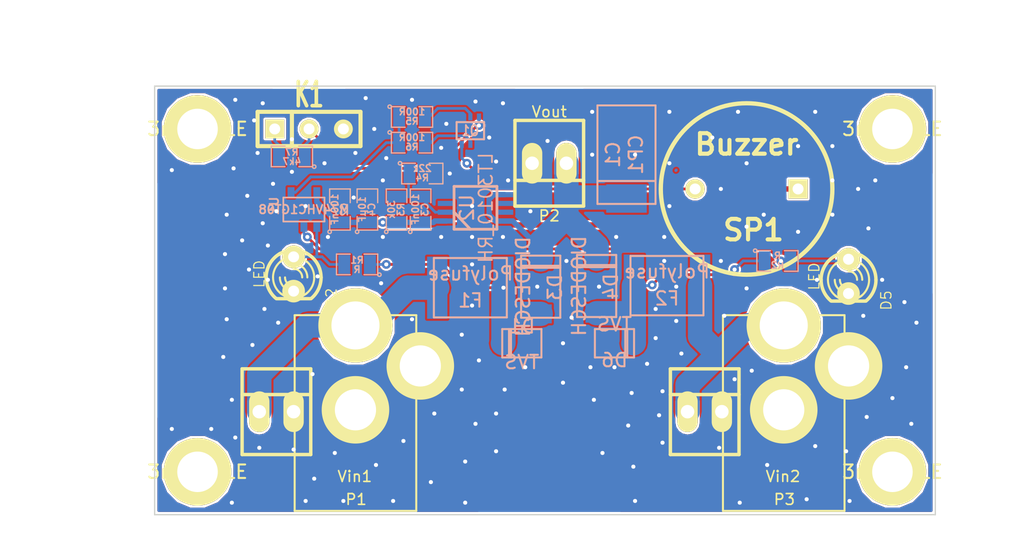
<source format=kicad_pcb>
(kicad_pcb (version 3) (host pcbnew "(22-Jun-2014 BZR 4027)-stable")

  (general
    (links 55)
    (no_connects 0)
    (area 131.700002 122.880001 211.835 165.895)
    (thickness 1.6)
    (drawings 14)
    (tracks 627)
    (zones 0)
    (modules 33)
    (nets 17)
  )

  (page A3)
  (title_block 
    (rev 1)
    (company "Radio Helsinki: RedunDC")
  )

  (layers
    (15 F.Cu signal)
    (0 B.Cu signal)
    (16 B.Adhes user)
    (17 F.Adhes user)
    (18 B.Paste user)
    (19 F.Paste user)
    (20 B.SilkS user hide)
    (21 F.SilkS user)
    (22 B.Mask user)
    (23 F.Mask user)
    (24 Dwgs.User user)
    (25 Cmts.User user)
    (26 Eco1.User user)
    (27 Eco2.User user)
    (28 Edge.Cuts user)
  )

  (setup
    (last_trace_width 0.2032)
    (user_trace_width 0.2032)
    (user_trace_width 0.3988)
    (user_trace_width 0.701)
    (user_trace_width 1.0008)
    (user_trace_width 1.8009)
    (trace_clearance 0.1524)
    (zone_clearance 0.1524)
    (zone_45_only no)
    (trace_min 0.1524)
    (segment_width 0.2)
    (edge_width 0.1)
    (via_size 0.6502)
    (via_drill 0.3023)
    (via_min_size 0.5004)
    (via_min_drill 0.3023)
    (user_via 0.6502 0.3023)
    (user_via 0.7493 0.3988)
    (user_via 0.95 0.3988)
    (user_via 1.1989 0.4496)
    (user_via 1.999 0.5004)
    (uvia_size 0.508)
    (uvia_drill 0.127)
    (uvias_allowed no)
    (uvia_min_size 0.508)
    (uvia_min_drill 0.127)
    (pcb_text_width 0.3)
    (pcb_text_size 1.5 1.5)
    (mod_edge_width 0.15)
    (mod_text_size 1 1)
    (mod_text_width 0.15)
    (pad_size 5 5)
    (pad_drill 3)
    (pad_to_mask_clearance 0)
    (aux_axis_origin 0 0)
    (visible_elements 7FFFFFFF)
    (pcbplotparams
      (layerselection 3178497)
      (usegerberextensions true)
      (excludeedgelayer true)
      (linewidth 0.150000)
      (plotframeref false)
      (viasonmask false)
      (mode 1)
      (useauxorigin false)
      (hpglpennumber 1)
      (hpglpenspeed 20)
      (hpglpendiameter 15)
      (hpglpenoverlay 2)
      (psnegative false)
      (psa4output false)
      (plotreference true)
      (plotvalue true)
      (plotothertext true)
      (plotinvisibletext false)
      (padsonsilk false)
      (subtractmaskfromsilk false)
      (outputformat 1)
      (mirror false)
      (drillshape 1)
      (scaleselection 1)
      (outputdirectory ""))
  )

  (net 0 "")
  (net 1 /Vout)
  (net 2 GND)
  (net 3 N-0000010)
  (net 4 N-0000011)
  (net 5 N-0000012)
  (net 6 N-0000013)
  (net 7 N-0000014)
  (net 8 N-0000015)
  (net 9 N-0000016)
  (net 10 N-0000018)
  (net 11 N-0000019)
  (net 12 N-000002)
  (net 13 N-000003)
  (net 14 N-000004)
  (net 15 N-000009)
  (net 16 VCC)

  (net_class Default "Dies ist die voreingestellte Netzklasse."
    (clearance 0.1524)
    (trace_width 0.2032)
    (via_dia 0.6502)
    (via_drill 0.3023)
    (uvia_dia 0.508)
    (uvia_drill 0.127)
    (add_net "")
    (add_net /Vout)
    (add_net GND)
    (add_net N-0000010)
    (add_net N-0000011)
    (add_net N-0000012)
    (add_net N-0000013)
    (add_net N-0000014)
    (add_net N-0000015)
    (add_net N-0000016)
    (add_net N-0000018)
    (add_net N-0000019)
    (add_net N-000002)
    (add_net N-000003)
    (add_net N-000004)
    (add_net N-000009)
    (add_net VCC)
  )

  (module LF2016L (layer B.Cu) (tedit 551B1747) (tstamp 551B1D82)
    (at 166.878 143.8402)
    (path /551ADEE0)
    (fp_text reference F1 (at 0 0.95) (layer B.SilkS)
      (effects (font (size 1 1) (thickness 0.15)) (justify mirror))
    )
    (fp_text value Polyfuse (at 0 -1.05) (layer B.SilkS)
      (effects (font (size 1 1) (thickness 0.15)) (justify mirror))
    )
    (fp_line (start -2.7 2.2) (end 2.7 2.2) (layer B.SilkS) (width 0.15))
    (fp_line (start 2.7 2.2) (end 2.7 -2.2) (layer B.SilkS) (width 0.15))
    (fp_line (start 2.7 -2.2) (end -2.7 -2.2) (layer B.SilkS) (width 0.15))
    (fp_line (start -2.7 -2.2) (end -2.7 2.2) (layer B.SilkS) (width 0.15))
    (pad 1 smd rect (at -2.45 0) (size 1.5 4.6)
      (layers B.Cu B.Paste B.Mask)
      (net 6 N-0000013)
    )
    (pad 2 smd rect (at 2.45 0) (size 1.5 4.6)
      (layers B.Cu B.Paste B.Mask)
      (net 7 N-0000014)
    )
  )

  (module SOT23-5 (layer B.Cu) (tedit 4ECF78EF) (tstamp 551B1D04)
    (at 154.559 138.049 180)
    (path /551AE3F4)
    (attr smd)
    (fp_text reference U1 (at 2.19964 0.29972 450) (layer B.SilkS)
      (effects (font (size 0.635 0.635) (thickness 0.127)) (justify mirror))
    )
    (fp_text value M74VHC1GT08 (at 0 0 180) (layer B.SilkS)
      (effects (font (size 0.635 0.635) (thickness 0.127)) (justify mirror))
    )
    (fp_line (start 1.524 0.889) (end 1.524 -0.889) (layer B.SilkS) (width 0.127))
    (fp_line (start 1.524 -0.889) (end -1.524 -0.889) (layer B.SilkS) (width 0.127))
    (fp_line (start -1.524 -0.889) (end -1.524 0.889) (layer B.SilkS) (width 0.127))
    (fp_line (start -1.524 0.889) (end 1.524 0.889) (layer B.SilkS) (width 0.127))
    (pad 1 smd rect (at -0.9525 -1.27 180) (size 0.508 0.762)
      (layers B.Cu B.Paste B.Mask)
      (net 11 N-0000019)
    )
    (pad 3 smd rect (at 0.9525 -1.27 180) (size 0.508 0.762)
      (layers B.Cu B.Paste B.Mask)
      (net 2 GND)
    )
    (pad 5 smd rect (at -0.9525 1.27 180) (size 0.508 0.762)
      (layers B.Cu B.Paste B.Mask)
      (net 16 VCC)
    )
    (pad 2 smd rect (at 0 -1.27 180) (size 0.508 0.762)
      (layers B.Cu B.Paste B.Mask)
      (net 10 N-0000018)
    )
    (pad 4 smd rect (at 0.9525 1.27 180) (size 0.508 0.762)
      (layers B.Cu B.Paste B.Mask)
      (net 12 N-000002)
    )
    (model smd/SOT23_5.wrl
      (at (xyz 0 0 0))
      (scale (xyz 0.1 0.1 0.1))
      (rotate (xyz 0 0 0))
    )
  )

  (module SOD123W (layer B.Cu) (tedit 551B1C00) (tstamp 551B1D10)
    (at 170.688 147.955 180)
    (path /551ADF4F)
    (fp_text reference D1 (at 0 1.25 180) (layer B.SilkS)
      (effects (font (size 1 1) (thickness 0.15)) (justify mirror))
    )
    (fp_text value TVS (at 0 -1.4 180) (layer B.SilkS)
      (effects (font (size 1 1) (thickness 0.15)) (justify mirror))
    )
    (fp_line (start 0.8 1.05) (end 0.8 -1.05) (layer B.SilkS) (width 0.15))
    (fp_line (start 0.95 1.05) (end 0.95 -1.05) (layer B.SilkS) (width 0.15))
    (fp_line (start -1.45 1.05) (end 1.45 1.05) (layer B.SilkS) (width 0.15))
    (fp_line (start 1.45 1.05) (end 1.45 -1.05) (layer B.SilkS) (width 0.15))
    (fp_line (start 1.45 -1.05) (end -1.45 -1.05) (layer B.SilkS) (width 0.15))
    (fp_line (start -1.45 -1.05) (end -1.45 1.05) (layer B.SilkS) (width 0.15))
    (pad 1 smd rect (at -1.4 0 180) (size 1.2 1.2)
      (layers B.Cu B.Paste B.Mask)
      (net 2 GND)
    )
    (pad 2 smd rect (at 1.4 0 180) (size 1.2 1.2)
      (layers B.Cu B.Paste B.Mask)
      (net 7 N-0000014)
    )
  )

  (module SOD123W (layer B.Cu) (tedit 551B1C00) (tstamp 551B1D1C)
    (at 177.546 147.955)
    (path /551ADF85)
    (fp_text reference D6 (at 0 1.25) (layer B.SilkS)
      (effects (font (size 1 1) (thickness 0.15)) (justify mirror))
    )
    (fp_text value TVS (at 0 -1.4) (layer B.SilkS)
      (effects (font (size 1 1) (thickness 0.15)) (justify mirror))
    )
    (fp_line (start 0.8 1.05) (end 0.8 -1.05) (layer B.SilkS) (width 0.15))
    (fp_line (start 0.95 1.05) (end 0.95 -1.05) (layer B.SilkS) (width 0.15))
    (fp_line (start -1.45 1.05) (end 1.45 1.05) (layer B.SilkS) (width 0.15))
    (fp_line (start 1.45 1.05) (end 1.45 -1.05) (layer B.SilkS) (width 0.15))
    (fp_line (start 1.45 -1.05) (end -1.45 -1.05) (layer B.SilkS) (width 0.15))
    (fp_line (start -1.45 -1.05) (end -1.45 1.05) (layer B.SilkS) (width 0.15))
    (pad 1 smd rect (at -1.4 0) (size 1.2 1.2)
      (layers B.Cu B.Paste B.Mask)
      (net 2 GND)
    )
    (pad 2 smd rect (at 1.4 0) (size 1.2 1.2)
      (layers B.Cu B.Paste B.Mask)
      (net 8 N-0000015)
    )
  )

  (module SM2917POL (layer B.Cu) (tedit 551B1470) (tstamp 551C3316)
    (at 178.435 133.985 90)
    (path /551AE068)
    (fp_text reference C1 (at 0 -1 90) (layer B.SilkS)
      (effects (font (size 1 1) (thickness 0.15)) (justify mirror))
    )
    (fp_text value CP1 (at 0 0.7 90) (layer B.SilkS)
      (effects (font (size 1 1) (thickness 0.15)) (justify mirror))
    )
    (fp_line (start -1.95 2.15) (end -1.95 -2.15) (layer B.SilkS) (width 0.15))
    (fp_line (start -3.65 2.15) (end 3.65 2.15) (layer B.SilkS) (width 0.15))
    (fp_line (start 3.65 2.15) (end 3.65 -2.15) (layer B.SilkS) (width 0.15))
    (fp_line (start 3.65 -2.15) (end -3.65 -2.15) (layer B.SilkS) (width 0.15))
    (fp_line (start -3.65 -2.15) (end -3.65 2.15) (layer B.SilkS) (width 0.15))
    (pad 1 smd rect (at -3.25 0 90) (size 2.1 3)
      (layers B.Cu B.Paste B.Mask)
      (net 1 /Vout)
    )
    (pad 2 smd rect (at 3.25 0 90) (size 2.1 3)
      (layers B.Cu B.Paste B.Mask)
      (net 2 GND)
    )
  )

  (module SM0805 (layer B.Cu) (tedit 5091495C) (tstamp 551B1D34)
    (at 157.226 138.049 90)
    (path /551AE174)
    (attr smd)
    (fp_text reference C2 (at 0 0.3175 90) (layer B.SilkS)
      (effects (font (size 0.50038 0.50038) (thickness 0.10922)) (justify mirror))
    )
    (fp_text value 100nF (at 0 -0.381 90) (layer B.SilkS)
      (effects (font (size 0.50038 0.50038) (thickness 0.10922)) (justify mirror))
    )
    (fp_circle (center -1.651 -0.762) (end -1.651 -0.635) (layer B.SilkS) (width 0.09906))
    (fp_line (start -0.508 -0.762) (end -1.524 -0.762) (layer B.SilkS) (width 0.09906))
    (fp_line (start -1.524 -0.762) (end -1.524 0.762) (layer B.SilkS) (width 0.09906))
    (fp_line (start -1.524 0.762) (end -0.508 0.762) (layer B.SilkS) (width 0.09906))
    (fp_line (start 0.508 0.762) (end 1.524 0.762) (layer B.SilkS) (width 0.09906))
    (fp_line (start 1.524 0.762) (end 1.524 -0.762) (layer B.SilkS) (width 0.09906))
    (fp_line (start 1.524 -0.762) (end 0.508 -0.762) (layer B.SilkS) (width 0.09906))
    (pad 1 smd rect (at -0.9525 0 90) (size 0.889 1.397)
      (layers B.Cu B.Paste B.Mask)
      (net 16 VCC)
    )
    (pad 2 smd rect (at 0.9525 0 90) (size 0.889 1.397)
      (layers B.Cu B.Paste B.Mask)
      (net 2 GND)
    )
    (model smd/chip_cms.wrl
      (at (xyz 0 0 0))
      (scale (xyz 0.1 0.1 0.1))
      (rotate (xyz 0 0 0))
    )
  )

  (module SM0805 (layer B.Cu) (tedit 5091495C) (tstamp 551B1D41)
    (at 189.611 141.859)
    (path /551ADFF8)
    (attr smd)
    (fp_text reference R2 (at 0 0.3175) (layer B.SilkS)
      (effects (font (size 0.50038 0.50038) (thickness 0.10922)) (justify mirror))
    )
    (fp_text value R (at 0 -0.381) (layer B.SilkS)
      (effects (font (size 0.50038 0.50038) (thickness 0.10922)) (justify mirror))
    )
    (fp_circle (center -1.651 -0.762) (end -1.651 -0.635) (layer B.SilkS) (width 0.09906))
    (fp_line (start -0.508 -0.762) (end -1.524 -0.762) (layer B.SilkS) (width 0.09906))
    (fp_line (start -1.524 -0.762) (end -1.524 0.762) (layer B.SilkS) (width 0.09906))
    (fp_line (start -1.524 0.762) (end -0.508 0.762) (layer B.SilkS) (width 0.09906))
    (fp_line (start 0.508 0.762) (end 1.524 0.762) (layer B.SilkS) (width 0.09906))
    (fp_line (start 1.524 0.762) (end 1.524 -0.762) (layer B.SilkS) (width 0.09906))
    (fp_line (start 1.524 -0.762) (end 0.508 -0.762) (layer B.SilkS) (width 0.09906))
    (pad 1 smd rect (at -0.9525 0) (size 0.889 1.397)
      (layers B.Cu B.Paste B.Mask)
      (net 8 N-0000015)
    )
    (pad 2 smd rect (at 0.9525 0) (size 0.889 1.397)
      (layers B.Cu B.Paste B.Mask)
      (net 10 N-0000018)
    )
    (model smd/chip_cms.wrl
      (at (xyz 0 0 0))
      (scale (xyz 0.1 0.1 0.1))
      (rotate (xyz 0 0 0))
    )
  )

  (module SM0805 (layer B.Cu) (tedit 5091495C) (tstamp 551B1D4E)
    (at 158.496 142.113 180)
    (path /551AE015)
    (attr smd)
    (fp_text reference R1 (at 0 0.3175 180) (layer B.SilkS)
      (effects (font (size 0.50038 0.50038) (thickness 0.10922)) (justify mirror))
    )
    (fp_text value R (at 0 -0.381 180) (layer B.SilkS)
      (effects (font (size 0.50038 0.50038) (thickness 0.10922)) (justify mirror))
    )
    (fp_circle (center -1.651 -0.762) (end -1.651 -0.635) (layer B.SilkS) (width 0.09906))
    (fp_line (start -0.508 -0.762) (end -1.524 -0.762) (layer B.SilkS) (width 0.09906))
    (fp_line (start -1.524 -0.762) (end -1.524 0.762) (layer B.SilkS) (width 0.09906))
    (fp_line (start -1.524 0.762) (end -0.508 0.762) (layer B.SilkS) (width 0.09906))
    (fp_line (start 0.508 0.762) (end 1.524 0.762) (layer B.SilkS) (width 0.09906))
    (fp_line (start 1.524 0.762) (end 1.524 -0.762) (layer B.SilkS) (width 0.09906))
    (fp_line (start 1.524 -0.762) (end 0.508 -0.762) (layer B.SilkS) (width 0.09906))
    (pad 1 smd rect (at -0.9525 0 180) (size 0.889 1.397)
      (layers B.Cu B.Paste B.Mask)
      (net 7 N-0000014)
    )
    (pad 2 smd rect (at 0.9525 0 180) (size 0.889 1.397)
      (layers B.Cu B.Paste B.Mask)
      (net 11 N-0000019)
    )
    (model smd/chip_cms.wrl
      (at (xyz 0 0 0))
      (scale (xyz 0.1 0.1 0.1))
      (rotate (xyz 0 0 0))
    )
  )

  (module SIL-3 (layer F.Cu) (tedit 200000) (tstamp 551B1D5A)
    (at 154.94 132.08)
    (descr "Connecteur 3 pins")
    (tags "CONN DEV")
    (path /551AE11C)
    (fp_text reference K1 (at 0 -2.54) (layer F.SilkS)
      (effects (font (size 1.7907 1.07696) (thickness 0.3048)))
    )
    (fp_text value STATUS (at 0 -2.54) (layer F.SilkS) hide
      (effects (font (size 1.524 1.016) (thickness 0.3048)))
    )
    (fp_line (start -3.81 1.27) (end -3.81 -1.27) (layer F.SilkS) (width 0.3048))
    (fp_line (start -3.81 -1.27) (end 3.81 -1.27) (layer F.SilkS) (width 0.3048))
    (fp_line (start 3.81 -1.27) (end 3.81 1.27) (layer F.SilkS) (width 0.3048))
    (fp_line (start 3.81 1.27) (end -3.81 1.27) (layer F.SilkS) (width 0.3048))
    (fp_line (start -1.27 -1.27) (end -1.27 1.27) (layer F.SilkS) (width 0.3048))
    (pad 1 thru_hole rect (at -2.54 0) (size 1.397 1.397) (drill 0.8128)
      (layers *.Cu *.Mask F.SilkS)
      (net 5 N-0000012)
    )
    (pad 2 thru_hole circle (at 0 0) (size 1.397 1.397) (drill 0.8128)
      (layers *.Cu *.Mask F.SilkS)
      (net 4 N-0000011)
    )
    (pad 3 thru_hole circle (at 2.54 0) (size 1.397 1.397) (drill 0.8128)
      (layers *.Cu *.Mask F.SilkS)
      (net 2 GND)
    )
  )

  (module LF2016L (layer B.Cu) (tedit 551B1747) (tstamp 551B1D8C)
    (at 181.4322 143.6878)
    (path /551ADED1)
    (fp_text reference F2 (at 0 0.95) (layer B.SilkS)
      (effects (font (size 1 1) (thickness 0.15)) (justify mirror))
    )
    (fp_text value Polyfuse (at 0 -1.05) (layer B.SilkS)
      (effects (font (size 1 1) (thickness 0.15)) (justify mirror))
    )
    (fp_line (start -2.7 2.2) (end 2.7 2.2) (layer B.SilkS) (width 0.15))
    (fp_line (start 2.7 2.2) (end 2.7 -2.2) (layer B.SilkS) (width 0.15))
    (fp_line (start 2.7 -2.2) (end -2.7 -2.2) (layer B.SilkS) (width 0.15))
    (fp_line (start -2.7 -2.2) (end -2.7 2.2) (layer B.SilkS) (width 0.15))
    (pad 1 smd rect (at -2.45 0) (size 1.5 4.6)
      (layers B.Cu B.Paste B.Mask)
      (net 8 N-0000015)
    )
    (pad 2 smd rect (at 2.45 0) (size 1.5 4.6)
      (layers B.Cu B.Paste B.Mask)
      (net 9 N-0000016)
    )
  )

  (module LED-3MM (layer F.Cu) (tedit 50ADE848) (tstamp 551B1DA5)
    (at 153.797 142.8242 270)
    (descr "LED 3mm - Lead pitch 100mil (2,54mm)")
    (tags "LED led 3mm 3MM 100mil 2,54mm")
    (path /551AE00F)
    (fp_text reference D2 (at 1.778 -2.794 270) (layer F.SilkS)
      (effects (font (size 0.762 0.762) (thickness 0.0889)))
    )
    (fp_text value LED (at 0 2.54 270) (layer F.SilkS)
      (effects (font (size 0.762 0.762) (thickness 0.0889)))
    )
    (fp_line (start 1.8288 1.27) (end 1.8288 -1.27) (layer F.SilkS) (width 0.254))
    (fp_arc (start 0.254 0) (end -1.27 0) (angle 39.8) (layer F.SilkS) (width 0.1524))
    (fp_arc (start 0.254 0) (end -0.88392 1.01092) (angle 41.6) (layer F.SilkS) (width 0.1524))
    (fp_arc (start 0.254 0) (end 1.4097 -0.9906) (angle 40.6) (layer F.SilkS) (width 0.1524))
    (fp_arc (start 0.254 0) (end 1.778 0) (angle 39.8) (layer F.SilkS) (width 0.1524))
    (fp_arc (start 0.254 0) (end 0.254 -1.524) (angle 54.4) (layer F.SilkS) (width 0.1524))
    (fp_arc (start 0.254 0) (end -0.9652 -0.9144) (angle 53.1) (layer F.SilkS) (width 0.1524))
    (fp_arc (start 0.254 0) (end 1.45542 0.93472) (angle 52.1) (layer F.SilkS) (width 0.1524))
    (fp_arc (start 0.254 0) (end 0.254 1.524) (angle 52.1) (layer F.SilkS) (width 0.1524))
    (fp_arc (start 0.254 0) (end -0.381 0) (angle 90) (layer F.SilkS) (width 0.1524))
    (fp_arc (start 0.254 0) (end -0.762 0) (angle 90) (layer F.SilkS) (width 0.1524))
    (fp_arc (start 0.254 0) (end 0.889 0) (angle 90) (layer F.SilkS) (width 0.1524))
    (fp_arc (start 0.254 0) (end 1.27 0) (angle 90) (layer F.SilkS) (width 0.1524))
    (fp_arc (start 0.254 0) (end 0.254 -2.032) (angle 50.1) (layer F.SilkS) (width 0.254))
    (fp_arc (start 0.254 0) (end -1.5367 -0.95504) (angle 61.9) (layer F.SilkS) (width 0.254))
    (fp_arc (start 0.254 0) (end 1.8034 1.31064) (angle 49.7) (layer F.SilkS) (width 0.254))
    (fp_arc (start 0.254 0) (end 0.254 2.032) (angle 60.2) (layer F.SilkS) (width 0.254))
    (fp_arc (start 0.254 0) (end -1.778 0) (angle 28.3) (layer F.SilkS) (width 0.254))
    (fp_arc (start 0.254 0) (end -1.47574 1.06426) (angle 31.6) (layer F.SilkS) (width 0.254))
    (pad 1 thru_hole circle (at -1.27 0 270) (size 1.6764 1.6764) (drill 0.8128)
      (layers *.Cu *.Mask F.SilkS)
      (net 11 N-0000019)
    )
    (pad 2 thru_hole circle (at 1.27 0 270) (size 1.6764 1.6764) (drill 0.8128)
      (layers *.Cu *.Mask F.SilkS)
      (net 2 GND)
    )
    (model discret/leds/led3_vertical_verde.wrl
      (at (xyz 0 0 0))
      (scale (xyz 1 1 1))
      (rotate (xyz 0 0 0))
    )
  )

  (module LED-3MM (layer F.Cu) (tedit 50ADE848) (tstamp 551B1DBE)
    (at 194.8688 143.002 270)
    (descr "LED 3mm - Lead pitch 100mil (2,54mm)")
    (tags "LED led 3mm 3MM 100mil 2,54mm")
    (path /551ADFCB)
    (fp_text reference D5 (at 1.778 -2.794 270) (layer F.SilkS)
      (effects (font (size 0.762 0.762) (thickness 0.0889)))
    )
    (fp_text value LED (at 0 2.54 270) (layer F.SilkS)
      (effects (font (size 0.762 0.762) (thickness 0.0889)))
    )
    (fp_line (start 1.8288 1.27) (end 1.8288 -1.27) (layer F.SilkS) (width 0.254))
    (fp_arc (start 0.254 0) (end -1.27 0) (angle 39.8) (layer F.SilkS) (width 0.1524))
    (fp_arc (start 0.254 0) (end -0.88392 1.01092) (angle 41.6) (layer F.SilkS) (width 0.1524))
    (fp_arc (start 0.254 0) (end 1.4097 -0.9906) (angle 40.6) (layer F.SilkS) (width 0.1524))
    (fp_arc (start 0.254 0) (end 1.778 0) (angle 39.8) (layer F.SilkS) (width 0.1524))
    (fp_arc (start 0.254 0) (end 0.254 -1.524) (angle 54.4) (layer F.SilkS) (width 0.1524))
    (fp_arc (start 0.254 0) (end -0.9652 -0.9144) (angle 53.1) (layer F.SilkS) (width 0.1524))
    (fp_arc (start 0.254 0) (end 1.45542 0.93472) (angle 52.1) (layer F.SilkS) (width 0.1524))
    (fp_arc (start 0.254 0) (end 0.254 1.524) (angle 52.1) (layer F.SilkS) (width 0.1524))
    (fp_arc (start 0.254 0) (end -0.381 0) (angle 90) (layer F.SilkS) (width 0.1524))
    (fp_arc (start 0.254 0) (end -0.762 0) (angle 90) (layer F.SilkS) (width 0.1524))
    (fp_arc (start 0.254 0) (end 0.889 0) (angle 90) (layer F.SilkS) (width 0.1524))
    (fp_arc (start 0.254 0) (end 1.27 0) (angle 90) (layer F.SilkS) (width 0.1524))
    (fp_arc (start 0.254 0) (end 0.254 -2.032) (angle 50.1) (layer F.SilkS) (width 0.254))
    (fp_arc (start 0.254 0) (end -1.5367 -0.95504) (angle 61.9) (layer F.SilkS) (width 0.254))
    (fp_arc (start 0.254 0) (end 1.8034 1.31064) (angle 49.7) (layer F.SilkS) (width 0.254))
    (fp_arc (start 0.254 0) (end 0.254 2.032) (angle 60.2) (layer F.SilkS) (width 0.254))
    (fp_arc (start 0.254 0) (end -1.778 0) (angle 28.3) (layer F.SilkS) (width 0.254))
    (fp_arc (start 0.254 0) (end -1.47574 1.06426) (angle 31.6) (layer F.SilkS) (width 0.254))
    (pad 1 thru_hole circle (at -1.27 0 270) (size 1.6764 1.6764) (drill 0.8128)
      (layers *.Cu *.Mask F.SilkS)
      (net 10 N-0000018)
    )
    (pad 2 thru_hole circle (at 1.27 0 270) (size 1.6764 1.6764) (drill 0.8128)
      (layers *.Cu *.Mask F.SilkS)
      (net 2 GND)
    )
    (model discret/leds/led3_vertical_verde.wrl
      (at (xyz 0 0 0))
      (scale (xyz 1 1 1))
      (rotate (xyz 0 0 0))
    )
  )

  (module DO-214AC (layer B.Cu) (tedit 551B1BF3) (tstamp 551B1DCA)
    (at 176.2252 143.7132 90)
    (path /551ADF6B)
    (fp_text reference D4 (at -0.05 1.05 90) (layer B.SilkS)
      (effects (font (size 1 1) (thickness 0.15)) (justify mirror))
    )
    (fp_text value DIODESCH (at 0 -1.3 90) (layer B.SilkS)
      (effects (font (size 1 1) (thickness 0.15)) (justify mirror))
    )
    (fp_line (start 1.4 -1.45) (end 1.4 1.45) (layer B.SilkS) (width 0.15))
    (fp_line (start 1.55 1.45) (end 1.55 -1.45) (layer B.SilkS) (width 0.15))
    (fp_line (start -2.3 1.45) (end 2.3 1.45) (layer B.SilkS) (width 0.15))
    (fp_line (start 2.3 1.45) (end 2.3 -1.45) (layer B.SilkS) (width 0.15))
    (fp_line (start 2.3 -1.45) (end -2.3 -1.45) (layer B.SilkS) (width 0.15))
    (fp_line (start -2.3 -1.45) (end -2.3 1.45) (layer B.SilkS) (width 0.15))
    (pad 1 smd rect (at -2.015 0 90) (size 1.4 1.64)
      (layers B.Cu B.Paste B.Mask)
      (net 8 N-0000015)
    )
    (pad 2 smd rect (at 2.015 0 90) (size 1.4 1.64)
      (layers B.Cu B.Paste B.Mask)
      (net 1 /Vout)
    )
  )

  (module DO-214AC (layer B.Cu) (tedit 551B1BF3) (tstamp 551B1DD6)
    (at 172.085 143.764 90)
    (path /551ADF5E)
    (fp_text reference D3 (at -0.05 1.05 90) (layer B.SilkS)
      (effects (font (size 1 1) (thickness 0.15)) (justify mirror))
    )
    (fp_text value DIODESCH (at 0 -1.3 90) (layer B.SilkS)
      (effects (font (size 1 1) (thickness 0.15)) (justify mirror))
    )
    (fp_line (start 1.4 -1.45) (end 1.4 1.45) (layer B.SilkS) (width 0.15))
    (fp_line (start 1.55 1.45) (end 1.55 -1.45) (layer B.SilkS) (width 0.15))
    (fp_line (start -2.3 1.45) (end 2.3 1.45) (layer B.SilkS) (width 0.15))
    (fp_line (start 2.3 1.45) (end 2.3 -1.45) (layer B.SilkS) (width 0.15))
    (fp_line (start 2.3 -1.45) (end -2.3 -1.45) (layer B.SilkS) (width 0.15))
    (fp_line (start -2.3 -1.45) (end -2.3 1.45) (layer B.SilkS) (width 0.15))
    (pad 1 smd rect (at -2.015 0 90) (size 1.4 1.64)
      (layers B.Cu B.Paste B.Mask)
      (net 7 N-0000014)
    )
    (pad 2 smd rect (at 2.015 0 90) (size 1.4 1.64)
      (layers B.Cu B.Paste B.Mask)
      (net 1 /Vout)
    )
  )

  (module 3mmHOLE (layer F.Cu) (tedit 551B1F8C) (tstamp 551BDB62)
    (at 198.12 132.08)
    (fp_text reference 3mmHOLE (at 0 0) (layer F.SilkS)
      (effects (font (size 1 1) (thickness 0.15)))
    )
    (fp_text value VAL** (at 0 0) (layer F.SilkS)
      (effects (font (size 1 1) (thickness 0.15)))
    )
    (pad 1 thru_hole circle (at 0 0) (size 5 5) (drill 3)
      (layers *.Cu *.Mask F.SilkS)
    )
  )

  (module 3mmHOLE (layer F.Cu) (tedit 551B1F8C) (tstamp 551BDB6E)
    (at 146.685 132.08)
    (fp_text reference 3mmHOLE (at 0 0) (layer F.SilkS)
      (effects (font (size 1 1) (thickness 0.15)))
    )
    (fp_text value VAL** (at 0 0) (layer F.SilkS)
      (effects (font (size 1 1) (thickness 0.15)))
    )
    (pad 1 thru_hole circle (at 0 0) (size 5 5) (drill 3)
      (layers *.Cu *.Mask F.SilkS)
    )
  )

  (module 3mmHOLE (layer F.Cu) (tedit 551B1F8C) (tstamp 551BDB77)
    (at 146.685 157.48)
    (fp_text reference 3mmHOLE (at 0 0) (layer F.SilkS)
      (effects (font (size 1 1) (thickness 0.15)))
    )
    (fp_text value VAL** (at 0 0) (layer F.SilkS)
      (effects (font (size 1 1) (thickness 0.15)))
    )
    (pad 1 thru_hole circle (at 0 0) (size 5 5) (drill 3)
      (layers *.Cu *.Mask F.SilkS)
    )
  )

  (module 3mmHOLE (layer F.Cu) (tedit 551B1F8C) (tstamp 551BDB80)
    (at 198.12 157.48)
    (fp_text reference 3mmHOLE (at 0 0) (layer F.SilkS)
      (effects (font (size 1 1) (thickness 0.15)))
    )
    (fp_text value VAL** (at 0 0) (layer F.SilkS)
      (effects (font (size 1 1) (thickness 0.15)))
    )
    (pad 1 thru_hole circle (at 0 0) (size 5 5) (drill 3)
      (layers *.Cu *.Mask F.SilkS)
    )
  )

  (module rhlogo_copper-front_10mm (layer F.Cu) (tedit 0) (tstamp 551BFA87)
    (at 172.72 158.75)
    (fp_text reference G*** (at 0 1.69418) (layer F.SilkS) hide
      (effects (font (size 0.22098 0.22098) (thickness 0.04318)))
    )
    (fp_text value rhlogo_copper-front_10mm (at 0 -1.69418) (layer F.SilkS) hide
      (effects (font (size 0.22098 0.22098) (thickness 0.04318)))
    )
    (fp_poly (pts (xy 4.99872 1.58242) (xy 4.8387 1.58242) (xy 4.8387 1.4224) (xy 4.8387 -1.41224)
      (xy -2.2479 -1.41224) (xy -2.2479 1.4224) (xy 4.8387 1.4224) (xy 4.8387 1.58242)
      (xy -2.40538 1.58242) (xy -2.40538 1.4224) (xy -2.40538 -1.41224) (xy -4.826 -1.41224)
      (xy -4.826 1.4224) (xy -2.40538 1.4224) (xy -2.40538 1.58242) (xy -4.99872 1.58242)
      (xy -4.99872 -1.58242) (xy 4.99872 -1.58242) (xy 4.99872 1.58242) (xy 4.99872 1.58242)) (layer F.Cu) (width 0.00254))
    (fp_poly (pts (xy -2.52222 1.1176) (xy -2.52476 1.14808) (xy -2.54254 1.18364) (xy -2.57048 1.20904)
      (xy -2.5781 1.21412) (xy -2.62128 1.22936) (xy -2.67462 1.23444) (xy -2.72288 1.22936)
      (xy -2.7432 1.22174) (xy -2.77368 1.2065) (xy -2.81178 1.1811) (xy -2.85496 1.15062)
      (xy -2.8575 1.14808) (xy -2.91338 1.11252) (xy -2.98704 1.06426) (xy -3.0861 1.00838)
      (xy -3.20548 0.94234) (xy -3.34518 0.86614) (xy -3.44678 0.81026) (xy -3.63474 0.71374)
      (xy -3.77952 0.77978) (xy -3.89128 0.83312) (xy -4.0005 0.88646) (xy -4.1021 0.9398)
      (xy -4.19608 0.98806) (xy -4.27482 1.03124) (xy -4.33832 1.06934) (xy -4.3815 1.09982)
      (xy -4.38912 1.10236) (xy -4.44754 1.15062) (xy -4.49072 1.1811) (xy -4.5212 1.20396)
      (xy -4.54406 1.21666) (xy -4.56184 1.22428) (xy -4.57962 1.22682) (xy -4.59486 1.22682)
      (xy -4.64312 1.21666) (xy -4.6736 1.1938) (xy -4.68884 1.1557) (xy -4.68376 1.10998)
      (xy -4.65836 1.05918) (xy -4.65328 1.0541) (xy -4.63042 1.02616) (xy -4.59486 1.0033)
      (xy -4.54406 0.9779) (xy -4.47802 0.9525) (xy -4.43484 0.9398) (xy -4.39928 0.9271)
      (xy -4.34848 0.90678) (xy -4.28752 0.88138) (xy -4.21894 0.8509) (xy -4.14528 0.82042)
      (xy -4.07162 0.7874) (xy -3.99796 0.75438) (xy -3.93192 0.72136) (xy -3.87604 0.69596)
      (xy -3.83286 0.6731) (xy -3.80238 0.65786) (xy -3.79476 0.65024) (xy -3.80492 0.64262)
      (xy -3.8354 0.62738) (xy -3.88112 0.60198) (xy -3.93954 0.5715) (xy -4.01066 0.53594)
      (xy -4.07416 0.50546) (xy -4.17576 0.45466) (xy -4.25958 0.41656) (xy -4.32816 0.38608)
      (xy -4.38912 0.36322) (xy -4.43992 0.34544) (xy -4.47548 0.33528) (xy -4.53898 0.3175)
      (xy -4.5847 0.30226) (xy -4.61518 0.28448) (xy -4.63804 0.2667) (xy -4.67106 0.22352)
      (xy -4.67868 0.18542) (xy -4.6609 0.14986) (xy -4.64058 0.12954) (xy -4.60248 0.10414)
      (xy -4.5593 0.09398) (xy -4.5085 0.1016) (xy -4.45008 0.12192) (xy -4.3815 0.16002)
      (xy -4.29768 0.2159) (xy -4.27482 0.23368) (xy -4.20878 0.2794) (xy -4.15036 0.3175)
      (xy -4.09194 0.35306) (xy -4.03098 0.38862) (xy -3.95986 0.42418) (xy -3.8735 0.46482)
      (xy -3.7973 0.50038) (xy -3.73126 0.53086) (xy -3.683 0.55118) (xy -3.64744 0.56388)
      (xy -3.62458 0.56896) (xy -3.60426 0.56896) (xy -3.5941 0.56642) (xy -3.5687 0.55626)
      (xy -3.52298 0.53848) (xy -3.4671 0.51308) (xy -3.39852 0.4826) (xy -3.3274 0.44958)
      (xy -3.25628 0.41656) (xy -3.1877 0.38354) (xy -3.12928 0.3556) (xy -3.08356 0.3302)
      (xy -3.06578 0.32004) (xy -3.01752 0.2921) (xy -2.97434 0.26162) (xy -2.9464 0.23876)
      (xy -2.8702 0.17526) (xy -2.79654 0.12954) (xy -2.7305 0.09906) (xy -2.68224 0.08636)
      (xy -2.64414 0.08382) (xy -2.62128 0.0889) (xy -2.60096 0.10414) (xy -2.58572 0.12446)
      (xy -2.55778 0.17272) (xy -2.55524 0.21844) (xy -2.57556 0.25654) (xy -2.62128 0.28956)
      (xy -2.68732 0.32004) (xy -2.75082 0.33782) (xy -2.80924 0.35306) (xy -2.87274 0.37084)
      (xy -2.91846 0.38608) (xy -2.95402 0.40132) (xy -3.00482 0.42418) (xy -3.06832 0.45212)
      (xy -3.13944 0.4826) (xy -3.2131 0.51816) (xy -3.28676 0.55118) (xy -3.35026 0.58166)
      (xy -3.40614 0.6096) (xy -3.44424 0.62738) (xy -3.4798 0.64516) (xy -3.20294 0.78994)
      (xy -3.1115 0.83566) (xy -3.03784 0.87376) (xy -2.97688 0.9017) (xy -2.92354 0.92456)
      (xy -2.87528 0.94234) (xy -2.82956 0.95758) (xy -2.77876 0.97028) (xy -2.6797 1.00076)
      (xy -2.6035 1.03632) (xy -2.5527 1.07188) (xy -2.52476 1.11252) (xy -2.52222 1.1176)
      (xy -2.52222 1.1176)) (layer F.Cu) (width 0.00254))
    (fp_poly (pts (xy -3.00736 -0.74168) (xy -3.01244 -0.63246) (xy -3.03276 -0.5207) (xy -3.06832 -0.4064)
      (xy -3.11404 -0.29464) (xy -3.12674 -0.27432) (xy -3.13182 -0.25908) (xy -3.13182 -0.63754)
      (xy -3.13436 -0.70612) (xy -3.14198 -0.78232) (xy -3.15214 -0.84328) (xy -3.16992 -0.889)
      (xy -3.19532 -0.93218) (xy -3.23342 -0.97282) (xy -3.2385 -0.9779) (xy -3.30708 -1.03632)
      (xy -3.3782 -1.07696) (xy -3.45948 -1.09728) (xy -3.55346 -1.10236) (xy -3.66014 -1.08966)
      (xy -3.68554 -1.08712) (xy -3.7592 -1.07188) (xy -3.81254 -1.05918) (xy -3.85064 -1.0414)
      (xy -3.88366 -1.02108) (xy -3.9116 -0.99314) (xy -3.91414 -0.99314) (xy -3.95986 -0.92964)
      (xy -3.99796 -0.84836) (xy -4.02844 -0.74422) (xy -4.04368 -0.66548) (xy -4.07162 -0.52324)
      (xy -4.04114 -0.50292) (xy -3.99034 -0.46482) (xy -3.9624 -0.4318) (xy -3.95732 -0.39624)
      (xy -3.95732 -0.3937) (xy -3.95478 -0.3556) (xy -3.94462 -0.34036) (xy -3.93446 -0.32258)
      (xy -3.93192 -0.3048) (xy -3.937 -0.27178) (xy -3.94208 -0.254) (xy -3.9497 -0.21844)
      (xy -3.95224 -0.19558) (xy -3.94462 -0.18288) (xy -3.93192 -0.17272) (xy -3.90398 -0.1524)
      (xy -3.92938 -0.11938) (xy -3.94462 -0.09652) (xy -3.9497 -0.0762) (xy -3.93954 -0.04826)
      (xy -3.937 -0.04318) (xy -3.91414 -0.00254) (xy -3.88366 0.02794) (xy -3.88112 0.03048)
      (xy -3.85064 0.06604) (xy -3.84302 0.09652) (xy -3.8354 0.1524) (xy -3.81254 0.21082)
      (xy -3.77952 0.25908) (xy -3.76936 0.27178) (xy -3.74142 0.2921) (xy -3.71602 0.30226)
      (xy -3.67538 0.3048) (xy -3.66522 0.3048) (xy -3.61442 0.30226) (xy -3.556 0.29718)
      (xy -3.51282 0.2921) (xy -3.429 0.27686) (xy -3.4036 0.22098) (xy -3.38836 0.18288)
      (xy -3.37058 0.12954) (xy -3.35534 0.07112) (xy -3.3528 0.06096) (xy -3.31978 -0.05842)
      (xy -3.28676 -0.16256) (xy -3.2512 -0.25654) (xy -3.2131 -0.3429) (xy -3.175 -0.42672)
      (xy -3.1496 -0.50038) (xy -3.1369 -0.56642) (xy -3.13182 -0.63754) (xy -3.13182 -0.25908)
      (xy -3.15722 -0.20828) (xy -3.19024 -0.12446) (xy -3.22072 -0.03048) (xy -3.24866 0.06604)
      (xy -3.27406 0.1651) (xy -3.27914 0.1905) (xy -3.2893 0.23368) (xy -3.30454 0.2667)
      (xy -3.32994 0.29718) (xy -3.35788 0.32512) (xy -3.40614 0.36576) (xy -3.45186 0.3937)
      (xy -3.46964 0.40132) (xy -3.53568 0.41148) (xy -3.61188 0.41402) (xy -3.68808 0.4064)
      (xy -3.72618 0.39624) (xy -3.76936 0.38354) (xy -3.80746 0.37084) (xy -3.82016 0.36576)
      (xy -3.85064 0.3429) (xy -3.88112 0.30226) (xy -3.90906 0.24892) (xy -3.92938 0.1905)
      (xy -3.92938 0.18542) (xy -3.94208 0.1397) (xy -3.95986 0.10922) (xy -3.9878 0.08382)
      (xy -4.00812 0.06858) (xy -4.02336 0.04826) (xy -4.0386 0.01016) (xy -4.05384 -0.03302)
      (xy -4.06654 -0.08382) (xy -4.0767 -0.12954) (xy -4.0767 -0.15494) (xy -4.08178 -0.1905)
      (xy -4.09448 -0.23114) (xy -4.1021 -0.25146) (xy -4.11734 -0.28956) (xy -4.12496 -0.32258)
      (xy -4.12496 -0.33528) (xy -4.12496 -0.38608) (xy -4.13766 -0.42418) (xy -4.15798 -0.45212)
      (xy -4.17576 -0.47752) (xy -4.18592 -0.49784) (xy -4.18338 -0.52324) (xy -4.1783 -0.56134)
      (xy -4.16814 -0.61722) (xy -4.16052 -0.67818) (xy -4.15798 -0.70358) (xy -4.15036 -0.75184)
      (xy -4.1402 -0.81026) (xy -4.1275 -0.87122) (xy -4.12496 -0.88138) (xy -4.10972 -0.93472)
      (xy -4.09702 -0.97282) (xy -4.07924 -1.0033) (xy -4.0513 -1.03378) (xy -4.02844 -1.05664)
      (xy -3.9624 -1.11506) (xy -3.89636 -1.15824) (xy -3.8227 -1.18618) (xy -3.73888 -1.2065)
      (xy -3.63728 -1.21412) (xy -3.57378 -1.21412) (xy -3.46964 -1.21158) (xy -3.38836 -1.20396)
      (xy -3.31978 -1.18618) (xy -3.2639 -1.16332) (xy -3.26136 -1.16078) (xy -3.22326 -1.13284)
      (xy -3.17754 -1.0922) (xy -3.13182 -1.04648) (xy -3.08864 -0.99822) (xy -3.05562 -0.95504)
      (xy -3.03784 -0.9271) (xy -3.01498 -0.84074) (xy -3.00736 -0.74168) (xy -3.00736 -0.74168)) (layer F.Cu) (width 0.00254))
    (fp_poly (pts (xy 2.83464 0.18034) (xy 2.82956 0.20574) (xy 2.8067 0.22606) (xy 2.80162 0.2286)
      (xy 2.76352 0.25146) (xy 2.76352 0.67056) (xy 2.76352 0.78486) (xy 2.76352 0.87376)
      (xy 2.76098 0.94742) (xy 2.76098 1.0033) (xy 2.75844 1.04394) (xy 2.7559 1.07696)
      (xy 2.75336 1.09982) (xy 2.74828 1.1176) (xy 2.74066 1.13538) (xy 2.73558 1.14554)
      (xy 2.71018 1.18618) (xy 2.68478 1.20142) (xy 2.6543 1.1938) (xy 2.62382 1.1684)
      (xy 2.60096 1.13538) (xy 2.57302 1.08712) (xy 2.54508 1.016) (xy 2.51206 0.9271)
      (xy 2.47396 0.8128) (xy 2.46126 0.7747) (xy 2.44348 0.71882) (xy 2.42062 0.65532)
      (xy 2.39522 0.58674) (xy 2.36982 0.51816) (xy 2.34442 0.45466) (xy 2.3241 0.40132)
      (xy 2.30632 0.36068) (xy 2.29362 0.33782) (xy 2.29108 0.33528) (xy 2.29108 0.34544)
      (xy 2.29108 0.37846) (xy 2.29108 0.42926) (xy 2.29108 0.4953) (xy 2.29362 0.57404)
      (xy 2.29362 0.66294) (xy 2.29362 0.68326) (xy 2.29616 0.79756) (xy 2.29616 0.889)
      (xy 2.30124 0.96012) (xy 2.30378 1.01346) (xy 2.30886 1.05156) (xy 2.31648 1.0795)
      (xy 2.32664 1.09474) (xy 2.3368 1.10236) (xy 2.35204 1.1049) (xy 2.35204 1.1049)
      (xy 2.37744 1.11252) (xy 2.4003 1.13284) (xy 2.413 1.15824) (xy 2.413 1.17856)
      (xy 2.39776 1.18364) (xy 2.3622 1.18618) (xy 2.31648 1.18872) (xy 2.2606 1.19126)
      (xy 2.20472 1.18872) (xy 2.15392 1.18872) (xy 2.11074 1.18364) (xy 2.0828 1.17856)
      (xy 2.07772 1.17602) (xy 2.06248 1.14554) (xy 2.0701 1.11506) (xy 2.10058 1.08204)
      (xy 2.11074 1.07442) (xy 2.16154 1.03886) (xy 2.159 0.71882) (xy 2.15646 0.60198)
      (xy 2.15646 0.50546) (xy 2.15138 0.42926) (xy 2.1463 0.37084) (xy 2.14122 0.32766)
      (xy 2.13106 0.29464) (xy 2.11836 0.27432) (xy 2.10312 0.26162) (xy 2.10058 0.26162)
      (xy 2.06756 0.23622) (xy 2.05232 0.20066) (xy 2.04978 0.18034) (xy 2.04978 0.14732)
      (xy 2.17932 0.1397) (xy 2.23774 0.13462) (xy 2.27838 0.13462) (xy 2.30378 0.13716)
      (xy 2.3241 0.14478) (xy 2.34442 0.15494) (xy 2.35204 0.16002) (xy 2.3749 0.1778)
      (xy 2.39268 0.20066) (xy 2.41046 0.23876) (xy 2.43332 0.28956) (xy 2.44348 0.31242)
      (xy 2.46888 0.37846) (xy 2.49428 0.45212) (xy 2.5146 0.5207) (xy 2.52222 0.5461)
      (xy 2.55016 0.63246) (xy 2.57302 0.69596) (xy 2.5908 0.7366) (xy 2.6035 0.75692)
      (xy 2.60858 0.75946) (xy 2.61366 0.74422) (xy 2.61874 0.7112) (xy 2.61874 0.66294)
      (xy 2.62128 0.60452) (xy 2.62128 0.53848) (xy 2.62128 0.47244) (xy 2.61874 0.41148)
      (xy 2.61366 0.3556) (xy 2.61112 0.3302) (xy 2.60604 0.28702) (xy 2.59842 0.26162)
      (xy 2.58826 0.24638) (xy 2.56794 0.23876) (xy 2.56286 0.23876) (xy 2.52984 0.22098)
      (xy 2.51968 0.19558) (xy 2.53492 0.1651) (xy 2.54762 0.1524) (xy 2.5654 0.13462)
      (xy 2.58826 0.127) (xy 2.62128 0.12192) (xy 2.66192 0.12192) (xy 2.73812 0.127)
      (xy 2.79146 0.1397) (xy 2.82448 0.16002) (xy 2.83464 0.18034) (xy 2.83464 0.18034)) (layer F.Cu) (width 0.00254))
    (fp_poly (pts (xy -1.14046 1.143) (xy -1.15316 1.16586) (xy -1.1811 1.1811) (xy -1.22428 1.18872)
      (xy -1.2446 1.18872) (xy -1.27762 1.18618) (xy -1.32334 1.18364) (xy -1.3589 1.1811)
      (xy -1.4097 1.17602) (xy -1.44018 1.16332) (xy -1.4478 1.14554) (xy -1.43764 1.12014)
      (xy -1.41986 1.10236) (xy -1.38684 1.08712) (xy -1.3843 1.08458) (xy -1.34366 1.07188)
      (xy -1.34366 0.9017) (xy -1.34366 0.83312) (xy -1.3462 0.78232) (xy -1.34874 0.75184)
      (xy -1.35382 0.73152) (xy -1.36144 0.7239) (xy -1.38176 0.71882) (xy -1.41986 0.71374)
      (xy -1.47066 0.7112) (xy -1.52908 0.7112) (xy -1.67894 0.7112) (xy -1.6764 0.89916)
      (xy -1.6764 1.08712) (xy -1.63576 1.08966) (xy -1.6002 1.10236) (xy -1.57734 1.12522)
      (xy -1.5748 1.1557) (xy -1.57734 1.16078) (xy -1.58496 1.1684) (xy -1.60528 1.17348)
      (xy -1.64084 1.17602) (xy -1.69672 1.17856) (xy -1.72212 1.17856) (xy -1.78054 1.17856)
      (xy -1.83134 1.17602) (xy -1.8669 1.17348) (xy -1.88468 1.17094) (xy -1.89738 1.15316)
      (xy -1.90246 1.12776) (xy -1.89484 1.10236) (xy -1.87198 1.08712) (xy -1.8288 1.0795)
      (xy -1.81864 1.0795) (xy -1.80086 1.07696) (xy -1.79324 1.06934) (xy -1.79324 1.04648)
      (xy -1.79578 1.016) (xy -1.79832 0.98552) (xy -1.80086 0.93726) (xy -1.80086 0.87122)
      (xy -1.8034 0.78994) (xy -1.8034 0.70104) (xy -1.8034 0.60452) (xy -1.8034 0.58674)
      (xy -1.8034 0.22098) (xy -1.85166 0.21844) (xy -1.88468 0.21082) (xy -1.89992 0.19558)
      (xy -1.89992 0.1905) (xy -1.90246 0.16764) (xy -1.88976 0.14986) (xy -1.86436 0.1397)
      (xy -1.81864 0.13462) (xy -1.75514 0.13462) (xy -1.75006 0.13462) (xy -1.62306 0.13462)
      (xy -1.60782 0.17272) (xy -1.59766 0.20066) (xy -1.60274 0.2159) (xy -1.60528 0.2159)
      (xy -1.6256 0.2286) (xy -1.64338 0.2413) (xy -1.65354 0.254) (xy -1.66116 0.26924)
      (xy -1.66624 0.29718) (xy -1.66878 0.33782) (xy -1.67132 0.39624) (xy -1.67132 0.42164)
      (xy -1.6764 0.58166) (xy -1.51384 0.5842) (xy -1.4478 0.58674) (xy -1.40208 0.58674)
      (xy -1.36906 0.58166) (xy -1.35128 0.56642) (xy -1.34112 0.53848) (xy -1.33858 0.4953)
      (xy -1.33858 0.43434) (xy -1.33858 0.39116) (xy -1.33858 0.24638) (xy -1.37414 0.23114)
      (xy -1.4097 0.21082) (xy -1.43002 0.18288) (xy -1.43256 0.15494) (xy -1.43256 0.1524)
      (xy -1.41732 0.14478) (xy -1.3843 0.13716) (xy -1.34112 0.13208) (xy -1.29032 0.12954)
      (xy -1.24206 0.127) (xy -1.20142 0.12954) (xy -1.17602 0.13208) (xy -1.1684 0.13462)
      (xy -1.15316 0.16256) (xy -1.15824 0.1905) (xy -1.17856 0.2159) (xy -1.18364 0.21844)
      (xy -1.21412 0.23114) (xy -1.21412 0.6604) (xy -1.21412 0.7747) (xy -1.21412 0.86868)
      (xy -1.21412 0.9398) (xy -1.21412 0.99568) (xy -1.21158 1.03378) (xy -1.20904 1.06172)
      (xy -1.2065 1.0795) (xy -1.20142 1.08712) (xy -1.19634 1.0922) (xy -1.1938 1.0922)
      (xy -1.16078 1.10236) (xy -1.143 1.1303) (xy -1.14046 1.143) (xy -1.14046 1.143)) (layer F.Cu) (width 0.00254))
    (fp_poly (pts (xy 0.53594 0.84582) (xy 0.5334 0.89154) (xy 0.52832 0.94742) (xy 0.52324 1.00838)
      (xy 0.51562 1.0668) (xy 0.508 1.1176) (xy 0.50292 1.1557) (xy 0.49784 1.17856)
      (xy 0.4953 1.17856) (xy 0.4826 1.1811) (xy 0.44704 1.18364) (xy 0.39624 1.18618)
      (xy 0.33274 1.18618) (xy 0.26162 1.18872) (xy 0.18288 1.18872) (xy 0.10414 1.18618)
      (xy 0.02794 1.18618) (xy -0.0381 1.18364) (xy -0.09398 1.1811) (xy -0.09906 1.1811)
      (xy -0.1524 1.17348) (xy -0.18288 1.15824) (xy -0.18796 1.13284) (xy -0.17526 1.10744)
      (xy -0.15494 1.08712) (xy -0.12446 1.0795) (xy -0.1016 1.0795) (xy -0.05842 1.07442)
      (xy -0.02794 1.05918) (xy -0.01524 1.04902) (xy -0.00508 1.03886) (xy 0 1.02616)
      (xy 0.00508 1.01092) (xy 0.00762 0.98806) (xy 0.01016 0.94996) (xy 0.01016 0.89916)
      (xy 0.01016 0.83058) (xy 0.01016 0.78232) (xy 0.01016 0.69596) (xy 0.01016 0.60706)
      (xy 0.00762 0.52578) (xy 0.00508 0.45466) (xy 0.00254 0.41148) (xy 0 0.35306)
      (xy -0.00254 0.31496) (xy -0.00762 0.28956) (xy -0.01524 0.27686) (xy -0.02794 0.2667)
      (xy -0.0381 0.26162) (xy -0.07112 0.25146) (xy -0.1016 0.25146) (xy -0.13208 0.25146)
      (xy -0.16764 0.2413) (xy -0.19812 0.22606) (xy -0.21844 0.20828) (xy -0.22098 0.20066)
      (xy -0.21336 0.17526) (xy -0.20574 0.15748) (xy -0.20066 0.14986) (xy -0.1905 0.14224)
      (xy -0.17272 0.1397) (xy -0.14478 0.13462) (xy -0.1016 0.13462) (xy -0.04064 0.13462)
      (xy 0.02794 0.13462) (xy 0.12192 0.13462) (xy 0.19558 0.13462) (xy 0.24892 0.13716)
      (xy 0.28956 0.14224) (xy 0.31496 0.14986) (xy 0.33274 0.16002) (xy 0.3429 0.17018)
      (xy 0.34544 0.1778) (xy 0.35306 0.21082) (xy 0.34036 0.23622) (xy 0.3048 0.25146)
      (xy 0.25654 0.25908) (xy 0.22606 0.26162) (xy 0.2032 0.26416) (xy 0.18288 0.27178)
      (xy 0.17018 0.28448) (xy 0.16002 0.3048) (xy 0.1524 0.33782) (xy 0.14986 0.38354)
      (xy 0.14732 0.44704) (xy 0.14732 0.52578) (xy 0.14986 0.62738) (xy 0.14986 0.67818)
      (xy 0.14986 0.78232) (xy 0.1524 0.86614) (xy 0.1524 0.92964) (xy 0.15494 0.9779)
      (xy 0.15748 1.01092) (xy 0.16002 1.03378) (xy 0.1651 1.04648) (xy 0.17018 1.05664)
      (xy 0.17526 1.06172) (xy 0.2032 1.07188) (xy 0.24384 1.07696) (xy 0.2921 1.0795)
      (xy 0.34036 1.0795) (xy 0.381 1.07188) (xy 0.4064 1.06426) (xy 0.4064 1.06172)
      (xy 0.4191 1.03886) (xy 0.42672 0.99314) (xy 0.43434 0.9271) (xy 0.43434 0.92456)
      (xy 0.43942 0.85344) (xy 0.45212 0.80518) (xy 0.46736 0.7747) (xy 0.48768 0.762)
      (xy 0.508 0.762) (xy 0.52578 0.76962) (xy 0.5334 0.79248) (xy 0.53594 0.81534)
      (xy 0.53594 0.84582) (xy 0.53594 0.84582)) (layer F.Cu) (width 0.00254))
    (fp_poly (pts (xy 1.28016 0.93726) (xy 1.27508 1.00584) (xy 1.25476 1.06934) (xy 1.22174 1.12268)
      (xy 1.17094 1.16078) (xy 1.16078 1.16586) (xy 1.12014 1.17856) (xy 1.06172 1.18618)
      (xy 0.99314 1.18872) (xy 0.92456 1.18872) (xy 0.8636 1.18364) (xy 0.81788 1.17348)
      (xy 0.81026 1.17094) (xy 0.77216 1.15062) (xy 0.73152 1.12268) (xy 0.72898 1.12268)
      (xy 0.70358 1.10236) (xy 0.6858 1.0922) (xy 0.68326 1.0922) (xy 0.6731 1.10236)
      (xy 0.6604 1.12776) (xy 0.65786 1.13538) (xy 0.63754 1.16586) (xy 0.61976 1.17602)
      (xy 0.61722 1.17602) (xy 0.60198 1.16078) (xy 0.59182 1.12776) (xy 0.5842 1.08204)
      (xy 0.58166 1.02616) (xy 0.5842 0.96774) (xy 0.58928 0.91186) (xy 0.58928 0.91186)
      (xy 0.59944 0.86868) (xy 0.60706 0.84582) (xy 0.61722 0.83566) (xy 0.635 0.83312)
      (xy 0.67564 0.84074) (xy 0.70104 0.86106) (xy 0.71628 0.90424) (xy 0.71628 0.9144)
      (xy 0.72898 0.96774) (xy 0.7493 1.00584) (xy 0.78486 1.0414) (xy 0.81534 1.06426)
      (xy 0.84328 1.08458) (xy 0.86868 1.09728) (xy 0.89916 1.10236) (xy 0.9398 1.1049)
      (xy 0.97282 1.1049) (xy 1.07442 1.1049) (xy 1.12268 1.05664) (xy 1.15062 1.02616)
      (xy 1.16332 1.0033) (xy 1.16586 0.9779) (xy 1.16332 0.94996) (xy 1.15062 0.9017)
      (xy 1.12776 0.86106) (xy 1.08966 0.82296) (xy 1.03124 0.7874) (xy 0.95504 0.75438)
      (xy 0.8763 0.7239) (xy 0.81026 0.6985) (xy 0.75946 0.67056) (xy 0.71882 0.63754)
      (xy 0.67818 0.58928) (xy 0.65278 0.55372) (xy 0.62992 0.51816) (xy 0.61722 0.49022)
      (xy 0.6096 0.45466) (xy 0.60452 0.40894) (xy 0.60452 0.38862) (xy 0.59944 0.28702)
      (xy 0.65786 0.22606) (xy 0.70104 0.18288) (xy 0.74168 0.16002) (xy 0.7747 0.14732)
      (xy 0.8763 0.13462) (xy 0.9779 0.14478) (xy 1.0287 0.16002) (xy 1.1049 0.18542)
      (xy 1.13284 0.16002) (xy 1.15824 0.14224) (xy 1.1811 0.13462) (xy 1.20396 0.1397)
      (xy 1.22936 0.15748) (xy 1.24968 0.1778) (xy 1.2573 0.19558) (xy 1.25476 0.19812)
      (xy 1.24968 0.21844) (xy 1.24714 0.254) (xy 1.24206 0.30226) (xy 1.23952 0.3302)
      (xy 1.23698 0.38354) (xy 1.2319 0.4191) (xy 1.22682 0.43942) (xy 1.2192 0.44704)
      (xy 1.2065 0.45212) (xy 1.20396 0.45212) (xy 1.17348 0.4445) (xy 1.14046 0.42164)
      (xy 1.11506 0.39116) (xy 1.1049 0.36068) (xy 1.1049 0.35814) (xy 1.09474 0.32766)
      (xy 1.06426 0.2921) (xy 1.06172 0.28702) (xy 1.02362 0.26162) (xy 0.97536 0.24384)
      (xy 0.9144 0.23368) (xy 0.8509 0.23114) (xy 0.81788 0.23368) (xy 0.79502 0.24384)
      (xy 0.77216 0.2667) (xy 0.75438 0.28448) (xy 0.7239 0.33274) (xy 0.7112 0.37338)
      (xy 0.71882 0.41402) (xy 0.74422 0.46228) (xy 0.76708 0.49022) (xy 0.78994 0.5207)
      (xy 0.8128 0.54102) (xy 0.8382 0.56134) (xy 0.87122 0.57912) (xy 0.91948 0.60198)
      (xy 0.98298 0.63246) (xy 0.98298 0.63246) (xy 1.06934 0.6731) (xy 1.13792 0.70866)
      (xy 1.18618 0.74168) (xy 1.19888 0.75184) (xy 1.24206 0.80518) (xy 1.27 0.86868)
      (xy 1.28016 0.93726) (xy 1.28016 0.93726)) (layer F.Cu) (width 0.00254))
    (fp_poly (pts (xy 1.97358 0.2032) (xy 1.97104 0.21336) (xy 1.9558 0.22352) (xy 1.9304 0.2286)
      (xy 1.88468 0.23368) (xy 1.83134 0.23876) (xy 1.78562 0.2413) (xy 1.75006 0.24638)
      (xy 1.73228 0.25146) (xy 1.73228 0.25146) (xy 1.72974 0.2667) (xy 1.7272 0.30226)
      (xy 1.7272 0.35306) (xy 1.7272 0.4191) (xy 1.7272 0.49276) (xy 1.7272 0.57404)
      (xy 1.72974 0.65532) (xy 1.72974 0.7366) (xy 1.73228 0.81026) (xy 1.73736 0.87376)
      (xy 1.73736 0.889) (xy 1.74498 1.03886) (xy 1.78562 1.05918) (xy 1.82372 1.07442)
      (xy 1.8669 1.08204) (xy 1.87198 1.08204) (xy 1.91008 1.08966) (xy 1.9304 1.10744)
      (xy 1.93802 1.1176) (xy 1.94818 1.14808) (xy 1.94818 1.1684) (xy 1.9431 1.17602)
      (xy 1.93294 1.1811) (xy 1.91262 1.18364) (xy 1.88214 1.18618) (xy 1.83642 1.18872)
      (xy 1.77292 1.18872) (xy 1.68656 1.18872) (xy 1.65354 1.18872) (xy 1.55448 1.18872)
      (xy 1.47574 1.18872) (xy 1.41986 1.18618) (xy 1.37922 1.18364) (xy 1.35382 1.17856)
      (xy 1.34366 1.17348) (xy 1.32842 1.15062) (xy 1.3335 1.12268) (xy 1.35382 1.09982)
      (xy 1.3716 1.0922) (xy 1.40208 1.08458) (xy 1.44272 1.0795) (xy 1.4605 1.0795)
      (xy 1.50114 1.07696) (xy 1.53162 1.06426) (xy 1.55702 1.0414) (xy 1.59512 1.0033)
      (xy 1.59512 0.62484) (xy 1.59512 0.24384) (xy 1.5494 0.24384) (xy 1.5113 0.24384)
      (xy 1.46304 0.2413) (xy 1.4097 0.23622) (xy 1.40716 0.23622) (xy 1.3589 0.23114)
      (xy 1.33096 0.22606) (xy 1.31826 0.22098) (xy 1.31318 0.20828) (xy 1.31318 0.19558)
      (xy 1.31318 0.1778) (xy 1.31826 0.16256) (xy 1.32842 0.1524) (xy 1.34874 0.14478)
      (xy 1.37922 0.1397) (xy 1.42494 0.13462) (xy 1.48844 0.13462) (xy 1.56972 0.13462)
      (xy 1.6383 0.13462) (xy 1.72212 0.13462) (xy 1.79578 0.13462) (xy 1.86182 0.13716)
      (xy 1.91008 0.1397) (xy 1.94056 0.14224) (xy 1.94818 0.14224) (xy 1.96088 0.16002)
      (xy 1.97104 0.18542) (xy 1.97358 0.2032) (xy 1.97358 0.2032)) (layer F.Cu) (width 0.00254))
    (fp_poly (pts (xy 3.76936 1.15062) (xy 3.7592 1.1684) (xy 3.73634 1.17856) (xy 3.69824 1.18618)
      (xy 3.63728 1.18872) (xy 3.58394 1.19126) (xy 3.51536 1.18872) (xy 3.46964 1.18618)
      (xy 3.4417 1.17856) (xy 3.429 1.16586) (xy 3.429 1.143) (xy 3.43662 1.11252)
      (xy 3.43916 1.1049) (xy 3.44424 1.0795) (xy 3.44678 1.05918) (xy 3.43916 1.03378)
      (xy 3.42138 0.99822) (xy 3.40868 0.97282) (xy 3.3782 0.92202) (xy 3.34264 0.87376)
      (xy 3.31216 0.83566) (xy 3.28168 0.80772) (xy 3.2639 0.79502) (xy 3.2512 0.79502)
      (xy 3.2385 0.80518) (xy 3.2258 0.83566) (xy 3.21818 0.88138) (xy 3.21818 0.9017)
      (xy 3.21564 0.9652) (xy 3.21564 1.00838) (xy 3.22072 1.03886) (xy 3.23088 1.05918)
      (xy 3.2512 1.07442) (xy 3.27914 1.0922) (xy 3.31724 1.1176) (xy 3.33502 1.13792)
      (xy 3.33756 1.15824) (xy 3.33502 1.1684) (xy 3.32994 1.17602) (xy 3.3147 1.17856)
      (xy 3.2893 1.18364) (xy 3.2512 1.18364) (xy 3.19278 1.18618) (xy 3.13436 1.18618)
      (xy 3.05054 1.18872) (xy 2.98958 1.18618) (xy 2.95148 1.18364) (xy 2.93624 1.17856)
      (xy 2.93624 1.17856) (xy 2.9464 1.143) (xy 2.9718 1.10744) (xy 3.00482 1.08458)
      (xy 3.01244 1.0795) (xy 3.05308 1.0668) (xy 3.0607 0.89154) (xy 3.06324 0.8128)
      (xy 3.06324 0.72136) (xy 3.06324 0.62484) (xy 3.0607 0.5334) (xy 3.0607 0.51562)
      (xy 3.05054 0.31496) (xy 2.99212 0.26162) (xy 2.9591 0.23368) (xy 2.94386 0.21336)
      (xy 2.93878 0.20066) (xy 2.9464 0.18542) (xy 2.95148 0.1778) (xy 2.96926 0.15748)
      (xy 2.99466 0.14478) (xy 3.03022 0.13716) (xy 3.08356 0.13462) (xy 3.15468 0.13462)
      (xy 3.16738 0.13716) (xy 3.28422 0.1397) (xy 3.28422 0.18288) (xy 3.28168 0.21336)
      (xy 3.26898 0.2286) (xy 3.24612 0.23622) (xy 3.20802 0.24638) (xy 3.2004 0.36068)
      (xy 3.19532 0.43688) (xy 3.19532 0.50546) (xy 3.19786 0.55372) (xy 3.20294 0.58674)
      (xy 3.21056 0.5969) (xy 3.22326 0.58928) (xy 3.24866 0.56388) (xy 3.2766 0.52578)
      (xy 3.31216 0.48006) (xy 3.34772 0.4318) (xy 3.38074 0.37846) (xy 3.40868 0.33274)
      (xy 3.41884 0.31242) (xy 3.44424 0.26416) (xy 3.4544 0.23114) (xy 3.45186 0.2159)
      (xy 3.4417 0.19304) (xy 3.43916 0.17526) (xy 3.4417 0.15748) (xy 3.45948 0.14732)
      (xy 3.48996 0.1397) (xy 3.52806 0.13716) (xy 3.5814 0.13462) (xy 3.63728 0.13462)
      (xy 3.64236 0.13462) (xy 3.73888 0.1397) (xy 3.74396 0.1778) (xy 3.74396 0.20066)
      (xy 3.73634 0.2159) (xy 3.71602 0.22606) (xy 3.683 0.23876) (xy 3.64236 0.25146)
      (xy 3.61188 0.26416) (xy 3.60172 0.27178) (xy 3.59156 0.28448) (xy 3.57124 0.31496)
      (xy 3.54584 0.36068) (xy 3.51536 0.41148) (xy 3.48488 0.46736) (xy 3.4544 0.5207)
      (xy 3.42646 0.5715) (xy 3.40614 0.61214) (xy 3.3909 0.63754) (xy 3.38836 0.64516)
      (xy 3.39598 0.6604) (xy 3.41122 0.69088) (xy 3.43408 0.73152) (xy 3.44678 0.7493)
      (xy 3.47726 0.80264) (xy 3.51028 0.85852) (xy 3.53568 0.90932) (xy 3.53822 0.9144)
      (xy 3.57378 0.9779) (xy 3.60172 1.02108) (xy 3.62966 1.04902) (xy 3.66014 1.06934)
      (xy 3.6957 1.0795) (xy 3.73634 1.0922) (xy 3.75666 1.1049) (xy 3.76682 1.12522)
      (xy 3.76682 1.12522) (xy 3.76936 1.15062) (xy 3.76936 1.15062)) (layer F.Cu) (width 0.00254))
    (fp_poly (pts (xy 4.44246 0.1778) (xy 4.44246 0.20828) (xy 4.42214 0.2286) (xy 4.38404 0.23876)
      (xy 4.32816 0.24384) (xy 4.31038 0.24384) (xy 4.21386 0.24384) (xy 4.21132 0.38862)
      (xy 4.21132 0.55626) (xy 4.21386 0.70104) (xy 4.21894 0.82042) (xy 4.22402 0.91694)
      (xy 4.23164 0.98806) (xy 4.2418 1.03378) (xy 4.25196 1.05664) (xy 4.2545 1.05664)
      (xy 4.27228 1.06426) (xy 4.30784 1.07188) (xy 4.35102 1.0795) (xy 4.3942 1.08966)
      (xy 4.4196 1.09728) (xy 4.4323 1.10744) (xy 4.4323 1.12014) (xy 4.4323 1.14046)
      (xy 4.42976 1.1557) (xy 4.4196 1.16586) (xy 4.39928 1.17602) (xy 4.3688 1.1811)
      (xy 4.32054 1.18364) (xy 4.25704 1.18364) (xy 4.17322 1.18618) (xy 4.14274 1.18618)
      (xy 4.06146 1.18618) (xy 3.9878 1.18618) (xy 3.92684 1.18618) (xy 3.87858 1.18364)
      (xy 3.85064 1.18364) (xy 3.84556 1.1811) (xy 3.82778 1.17348) (xy 3.82016 1.15824)
      (xy 3.8227 1.1303) (xy 3.82524 1.08712) (xy 3.93954 1.07442) (xy 4.05384 1.06426)
      (xy 4.0513 0.66548) (xy 4.04622 0.26924) (xy 4.01066 0.26416) (xy 3.97764 0.25908)
      (xy 3.93192 0.254) (xy 3.8862 0.24892) (xy 3.84048 0.2413) (xy 3.81508 0.23622)
      (xy 3.80238 0.22606) (xy 3.7973 0.21336) (xy 3.7973 0.19304) (xy 3.80746 0.17526)
      (xy 3.82778 0.1651) (xy 3.8608 0.15494) (xy 3.9116 0.14732) (xy 3.98272 0.14478)
      (xy 4.07162 0.1397) (xy 4.09194 0.1397) (xy 4.19608 0.13716) (xy 4.2799 0.13716)
      (xy 4.3434 0.1397) (xy 4.38912 0.14478) (xy 4.4196 0.1524) (xy 4.43738 0.1651)
      (xy 4.44246 0.1778) (xy 4.44246 0.1778)) (layer F.Cu) (width 0.00254))
    (fp_poly (pts (xy -0.28194 0.41656) (xy -0.28702 0.43434) (xy -0.2921 0.4445) (xy -0.29718 0.44704)
      (xy -0.3302 0.44958) (xy -0.35814 0.42926) (xy -0.37846 0.38862) (xy -0.38608 0.35306)
      (xy -0.3937 0.29718) (xy -0.40386 0.26416) (xy -0.4191 0.24384) (xy -0.44196 0.23114)
      (xy -0.48006 0.22606) (xy -0.48006 0.22606) (xy -0.52578 0.22352) (xy -0.5842 0.21844)
      (xy -0.64008 0.2159) (xy -0.7366 0.21336) (xy -0.75438 0.27432) (xy -0.762 0.31496)
      (xy -0.76962 0.37084) (xy -0.77216 0.42926) (xy -0.77216 0.44196) (xy -0.77216 0.49784)
      (xy -0.76708 0.5334) (xy -0.75692 0.55372) (xy -0.73406 0.56134) (xy -0.69596 0.56388)
      (xy -0.67564 0.56388) (xy -0.61722 0.56388) (xy -0.6096 0.50038) (xy -0.60198 0.45466)
      (xy -0.58928 0.42926) (xy -0.5715 0.4191) (xy -0.54356 0.4191) (xy -0.508 0.42164)
      (xy -0.508 0.62484) (xy -0.508 0.70104) (xy -0.51054 0.75692) (xy -0.51308 0.79248)
      (xy -0.51562 0.81534) (xy -0.5207 0.82804) (xy -0.52832 0.83058) (xy -0.5588 0.8255)
      (xy -0.58166 0.8001) (xy -0.5969 0.75438) (xy -0.5969 0.7366) (xy -0.60452 0.6731)
      (xy -0.65024 0.6731) (xy -0.69088 0.67564) (xy -0.71882 0.68072) (xy -0.74168 0.69342)
      (xy -0.75692 0.71628) (xy -0.76708 0.75438) (xy -0.77216 0.80772) (xy -0.77724 0.88392)
      (xy -0.77978 0.92202) (xy -0.78232 0.98552) (xy -0.78232 1.0287) (xy -0.78232 1.0541)
      (xy -0.77724 1.0668) (xy -0.76962 1.06934) (xy -0.75184 1.06934) (xy -0.71628 1.07188)
      (xy -0.66294 1.07188) (xy -0.60452 1.07188) (xy -0.5969 1.07188) (xy -0.44196 1.07442)
      (xy -0.42926 1.03886) (xy -0.42164 1.0033) (xy -0.41656 0.96012) (xy -0.41656 0.94234)
      (xy -0.40894 0.89154) (xy -0.38354 0.86106) (xy -0.34544 0.84582) (xy -0.33528 0.84582)
      (xy -0.30988 0.8509) (xy -0.29464 0.8636) (xy -0.28702 0.889) (xy -0.28702 0.92964)
      (xy -0.2921 0.99314) (xy -0.29464 1.00076) (xy -0.29972 1.04902) (xy -0.3048 1.08712)
      (xy -0.31496 1.1176) (xy -0.32766 1.14046) (xy -0.34798 1.1557) (xy -0.381 1.16332)
      (xy -0.42672 1.17094) (xy -0.49022 1.17348) (xy -0.56896 1.17348) (xy -0.6731 1.17602)
      (xy -0.67564 1.17602) (xy -0.77724 1.17602) (xy -0.85852 1.17602) (xy -0.91948 1.17602)
      (xy -0.96266 1.17348) (xy -0.99314 1.17094) (xy -1.01346 1.16586) (xy -1.02362 1.16078)
      (xy -1.0414 1.14046) (xy -1.03632 1.12014) (xy -1.01346 1.10744) (xy -0.98298 1.1049)
      (xy -0.9398 1.09728) (xy -0.90932 1.07442) (xy -0.9017 1.0668) (xy -0.89662 1.05664)
      (xy -0.89154 1.04394) (xy -0.88646 1.02362) (xy -0.88392 0.99314) (xy -0.88392 0.9525)
      (xy -0.88138 0.89662) (xy -0.88138 0.82042) (xy -0.88138 0.72644) (xy -0.88138 0.66802)
      (xy -0.88392 0.55372) (xy -0.88392 0.46228) (xy -0.88392 0.39116) (xy -0.889 0.33782)
      (xy -0.89408 0.29972) (xy -0.9017 0.27178) (xy -0.91186 0.25654) (xy -0.92964 0.24892)
      (xy -0.94996 0.24384) (xy -0.97536 0.24384) (xy -0.9906 0.24384) (xy -1.0541 0.24384)
      (xy -1.0541 0.2032) (xy -1.05156 0.17018) (xy -1.0414 0.14986) (xy -1.03886 0.14986)
      (xy -1.02362 0.14478) (xy -0.98552 0.14224) (xy -0.9271 0.13716) (xy -0.85598 0.13462)
      (xy -0.76962 0.13208) (xy -0.67818 0.12954) (xy -0.33274 0.12446) (xy -0.31496 0.17018)
      (xy -0.3048 0.2032) (xy -0.29464 0.25146) (xy -0.28956 0.30734) (xy -0.28702 0.32766)
      (xy -0.28448 0.381) (xy -0.28194 0.41656) (xy -0.28194 0.41656)) (layer F.Cu) (width 0.00254))
    (fp_poly (pts (xy 1.92278 -0.65786) (xy 1.9177 -0.56896) (xy 1.90246 -0.48768) (xy 1.87198 -0.41402)
      (xy 1.83388 -0.34798) (xy 1.79832 -0.2921) (xy 1.79832 -0.70104) (xy 1.79832 -0.7366)
      (xy 1.79324 -0.77216) (xy 1.78308 -0.81788) (xy 1.78054 -0.82804) (xy 1.76276 -0.89662)
      (xy 1.74498 -0.94742) (xy 1.72466 -0.98552) (xy 1.69672 -1.01854) (xy 1.65862 -1.05156)
      (xy 1.651 -1.05664) (xy 1.58242 -1.10744) (xy 1.49606 -1.09982) (xy 1.44272 -1.09474)
      (xy 1.40462 -1.08458) (xy 1.37414 -1.0668) (xy 1.35128 -1.03886) (xy 1.3335 -0.99568)
      (xy 1.31572 -0.93472) (xy 1.30302 -0.88646) (xy 1.28778 -0.82296) (xy 1.27762 -0.77216)
      (xy 1.27254 -0.73406) (xy 1.27254 -0.69596) (xy 1.27508 -0.65532) (xy 1.28016 -0.60706)
      (xy 1.29032 -0.51562) (xy 1.30302 -0.4445) (xy 1.3208 -0.38862) (xy 1.34366 -0.34798)
      (xy 1.37414 -0.31242) (xy 1.41224 -0.28448) (xy 1.44018 -0.2667) (xy 1.46812 -0.25908)
      (xy 1.50622 -0.25908) (xy 1.52654 -0.26162) (xy 1.57226 -0.26924) (xy 1.6129 -0.2794)
      (xy 1.63068 -0.28702) (xy 1.65608 -0.30734) (xy 1.68402 -0.3429) (xy 1.7145 -0.38862)
      (xy 1.74244 -0.43688) (xy 1.75768 -0.46736) (xy 1.76276 -0.48514) (xy 1.77038 -0.52324)
      (xy 1.78054 -0.57404) (xy 1.78562 -0.60452) (xy 1.79578 -0.6604) (xy 1.79832 -0.70104)
      (xy 1.79832 -0.2921) (xy 1.79324 -0.28194) (xy 1.75768 -0.23368) (xy 1.72466 -0.20066)
      (xy 1.69164 -0.17272) (xy 1.651 -0.1524) (xy 1.63576 -0.14478) (xy 1.55956 -0.11684)
      (xy 1.48844 -0.11176) (xy 1.41732 -0.127) (xy 1.39954 -0.13208) (xy 1.32334 -0.17526)
      (xy 1.25984 -0.23114) (xy 1.21158 -0.30226) (xy 1.17348 -0.3937) (xy 1.14808 -0.50546)
      (xy 1.13538 -0.63754) (xy 1.13284 -0.65786) (xy 1.1303 -0.7239) (xy 1.1303 -0.76962)
      (xy 1.13284 -0.80518) (xy 1.13792 -0.83566) (xy 1.14554 -0.86868) (xy 1.16078 -0.90932)
      (xy 1.16332 -0.9144) (xy 1.20142 -1.00076) (xy 1.2446 -1.07442) (xy 1.29032 -1.13792)
      (xy 1.3335 -1.18364) (xy 1.35636 -1.19888) (xy 1.4224 -1.22428) (xy 1.49606 -1.22936)
      (xy 1.57734 -1.2192) (xy 1.65608 -1.1938) (xy 1.72974 -1.15316) (xy 1.79324 -1.10236)
      (xy 1.8034 -1.0922) (xy 1.84404 -1.03886) (xy 1.87198 -0.98298) (xy 1.89484 -0.91694)
      (xy 1.91008 -0.83566) (xy 1.9177 -0.76454) (xy 1.92278 -0.65786) (xy 1.92278 -0.65786)) (layer F.Cu) (width 0.00254))
    (fp_poly (pts (xy -1.1557 -0.21082) (xy -1.15824 -0.18542) (xy -1.17094 -0.1651) (xy -1.18364 -0.1524)
      (xy -1.20396 -0.14478) (xy -1.23698 -0.1397) (xy -1.28778 -0.13716) (xy -1.30048 -0.13462)
      (xy -1.36652 -0.13462) (xy -1.4097 -0.1397) (xy -1.43002 -0.14478) (xy -1.44018 -0.16256)
      (xy -1.44526 -0.19812) (xy -1.44526 -0.254) (xy -1.44526 -0.26162) (xy -1.45034 -0.35306)
      (xy -1.46812 -0.42926) (xy -1.4986 -0.49276) (xy -1.52908 -0.5334) (xy -1.55448 -0.56388)
      (xy -1.57734 -0.58166) (xy -1.60274 -0.58674) (xy -1.64084 -0.58928) (xy -1.64592 -0.58928)
      (xy -1.71958 -0.58928) (xy -1.71958 -0.47244) (xy -1.71958 -0.41402) (xy -1.72212 -0.35814)
      (xy -1.72466 -0.31242) (xy -1.7272 -0.30226) (xy -1.72974 -0.2667) (xy -1.7272 -0.25146)
      (xy -1.71704 -0.24384) (xy -1.7018 -0.24384) (xy -1.67386 -0.23876) (xy -1.64084 -0.2286)
      (xy -1.60528 -0.21336) (xy -1.57988 -0.19812) (xy -1.57226 -0.18542) (xy -1.58242 -0.16002)
      (xy -1.6129 -0.13716) (xy -1.61544 -0.13462) (xy -1.64338 -0.12954) (xy -1.68656 -0.12446)
      (xy -1.74244 -0.12446) (xy -1.8034 -0.12446) (xy -1.86436 -0.12954) (xy -1.88976 -0.13208)
      (xy -1.94056 -0.14478) (xy -1.97104 -0.16002) (xy -1.97866 -0.17526) (xy -1.96342 -0.19304)
      (xy -1.92532 -0.20828) (xy -1.92278 -0.20828) (xy -1.88468 -0.22098) (xy -1.85928 -0.23368)
      (xy -1.85166 -0.23876) (xy -1.84912 -0.254) (xy -1.84658 -0.2921) (xy -1.84404 -0.34544)
      (xy -1.8415 -0.41402) (xy -1.83896 -0.49276) (xy -1.83896 -0.57658) (xy -1.83896 -0.66548)
      (xy -1.83642 -0.75184) (xy -1.83642 -0.83566) (xy -1.83896 -0.91186) (xy -1.83896 -0.97536)
      (xy -1.8415 -1.02616) (xy -1.84404 -1.05664) (xy -1.84658 -1.06426) (xy -1.86182 -1.07442)
      (xy -1.89484 -1.0795) (xy -1.91008 -1.0795) (xy -1.94564 -1.08204) (xy -1.96596 -1.0922)
      (xy -1.9812 -1.11252) (xy -1.98628 -1.12268) (xy -1.99644 -1.15316) (xy -1.99898 -1.17094)
      (xy -1.99644 -1.17602) (xy -1.97866 -1.1811) (xy -1.93802 -1.18872) (xy -1.88214 -1.1938)
      (xy -1.81356 -1.19888) (xy -1.73736 -1.20142) (xy -1.6637 -1.20142) (xy -1.55448 -1.19888)
      (xy -1.46812 -1.18872) (xy -1.397 -1.17348) (xy -1.34112 -1.14808) (xy -1.2954 -1.11252)
      (xy -1.25984 -1.06934) (xy -1.22682 -1.01346) (xy -1.20904 -0.9652) (xy -1.2065 -0.90932)
      (xy -1.20904 -0.87122) (xy -1.2192 -0.81026) (xy -1.23444 -0.75946) (xy -1.26238 -0.7112)
      (xy -1.30302 -0.6604) (xy -1.32842 -0.62738) (xy -1.34366 -0.60198) (xy -1.34366 -0.89408)
      (xy -1.3462 -0.92202) (xy -1.36144 -0.95504) (xy -1.36652 -0.9652) (xy -1.397 -1.01346)
      (xy -1.43256 -1.04394) (xy -1.48082 -1.06172) (xy -1.54178 -1.07188) (xy -1.59512 -1.07442)
      (xy -1.69926 -1.07442) (xy -1.70688 -0.9144) (xy -1.70942 -0.8382) (xy -1.70942 -0.78486)
      (xy -1.70688 -0.75438) (xy -1.7018 -0.74422) (xy -1.68402 -0.74168) (xy -1.64846 -0.73914)
      (xy -1.6002 -0.73914) (xy -1.55448 -0.73914) (xy -1.49352 -0.74168) (xy -1.45542 -0.74422)
      (xy -1.43002 -0.7493) (xy -1.41224 -0.75692) (xy -1.39954 -0.76962) (xy -1.39192 -0.77978)
      (xy -1.36652 -0.81788) (xy -1.34874 -0.85852) (xy -1.34874 -0.86106) (xy -1.34366 -0.89408)
      (xy -1.34366 -0.60198) (xy -1.3462 -0.59944) (xy -1.34874 -0.58928) (xy -1.3462 -0.5715)
      (xy -1.33858 -0.53594) (xy -1.32588 -0.49022) (xy -1.3208 -0.47498) (xy -1.30556 -0.42164)
      (xy -1.29286 -0.37084) (xy -1.2827 -0.33274) (xy -1.2827 -0.32512) (xy -1.27508 -0.29718)
      (xy -1.26238 -0.2794) (xy -1.23444 -0.26416) (xy -1.21412 -0.254) (xy -1.17348 -0.23368)
      (xy -1.1557 -0.21082) (xy -1.1557 -0.21082)) (layer F.Cu) (width 0.00254))
    (fp_poly (pts (xy -0.381 -0.1905) (xy -0.38354 -0.16002) (xy -0.3937 -0.14224) (xy -0.39624 -0.14224)
      (xy -0.42164 -0.13716) (xy -0.46482 -0.13208) (xy -0.51308 -0.12954) (xy -0.56388 -0.127)
      (xy -0.60706 -0.12954) (xy -0.61976 -0.12954) (xy -0.65532 -0.13716) (xy -0.68072 -0.1524)
      (xy -0.68326 -0.15494) (xy -0.6985 -0.18542) (xy -0.69596 -0.2159) (xy -0.68072 -0.23622)
      (xy -0.67564 -0.23876) (xy -0.65278 -0.25654) (xy -0.64516 -0.2921) (xy -0.65278 -0.33782)
      (xy -0.66294 -0.36576) (xy -0.68326 -0.42164) (xy -0.69088 -0.42164) (xy -0.69088 -0.58166)
      (xy -0.69342 -0.61976) (xy -0.6985 -0.66802) (xy -0.70866 -0.7239) (xy -0.71882 -0.77978)
      (xy -0.73152 -0.82804) (xy -0.7366 -0.84328) (xy -0.75946 -0.9144) (xy -0.77978 -0.86614)
      (xy -0.79502 -0.81788) (xy -0.81026 -0.75946) (xy -0.82296 -0.70104) (xy -0.83058 -0.6477)
      (xy -0.83312 -0.59944) (xy -0.83058 -0.56896) (xy -0.8255 -0.5588) (xy -0.80772 -0.55372)
      (xy -0.77724 -0.55118) (xy -0.73914 -0.55372) (xy -0.70866 -0.55626) (xy -0.69342 -0.56388)
      (xy -0.69342 -0.56388) (xy -0.69088 -0.58166) (xy -0.69088 -0.42164) (xy -0.7747 -0.42164)
      (xy -0.81788 -0.42164) (xy -0.84836 -0.4191) (xy -0.8636 -0.4064) (xy -0.87376 -0.381)
      (xy -0.88392 -0.33782) (xy -0.88646 -0.30988) (xy -0.89154 -0.27686) (xy -0.88646 -0.25908)
      (xy -0.87122 -0.25146) (xy -0.8509 -0.23368) (xy -0.8382 -0.2032) (xy -0.84074 -0.17272)
      (xy -0.84836 -0.16256) (xy -0.86106 -0.15494) (xy -0.88646 -0.14986) (xy -0.92964 -0.14732)
      (xy -0.98044 -0.14986) (xy -1.09728 -0.1524) (xy -1.10236 -0.18542) (xy -1.09982 -0.20828)
      (xy -1.08458 -0.2286) (xy -1.05664 -0.25146) (xy -1.03632 -0.2667) (xy -1.02108 -0.28194)
      (xy -1.00838 -0.30226) (xy -0.99822 -0.33274) (xy -0.98806 -0.37846) (xy -0.9779 -0.43942)
      (xy -0.97028 -0.49022) (xy -0.96266 -0.5334) (xy -0.9525 -0.59182) (xy -0.93726 -0.66294)
      (xy -0.92202 -0.74168) (xy -0.90678 -0.82296) (xy -0.89154 -0.89916) (xy -0.8763 -0.9652)
      (xy -0.8636 -1.01854) (xy -0.85852 -1.04648) (xy -0.84582 -1.08966) (xy -0.82804 -1.14046)
      (xy -0.82042 -1.16332) (xy -0.80518 -1.19888) (xy -0.78994 -1.2192) (xy -0.77216 -1.22682)
      (xy -0.75438 -1.22682) (xy -0.7239 -1.22428) (xy -0.70866 -1.20904) (xy -0.70358 -1.1938)
      (xy -0.6985 -1.1684) (xy -0.6858 -1.12522) (xy -0.6731 -1.07188) (xy -0.6604 -1.03124)
      (xy -0.64262 -0.96266) (xy -0.62738 -0.88646) (xy -0.61214 -0.81534) (xy -0.60706 -0.78994)
      (xy -0.5842 -0.67564) (xy -0.55626 -0.55626) (xy -0.5207 -0.42672) (xy -0.508 -0.38608)
      (xy -0.49276 -0.33528) (xy -0.47752 -0.30226) (xy -0.46482 -0.28194) (xy -0.44958 -0.26924)
      (xy -0.43434 -0.26162) (xy -0.4064 -0.24638) (xy -0.38862 -0.2286) (xy -0.38608 -0.22606)
      (xy -0.381 -0.1905) (xy -0.381 -0.1905)) (layer F.Cu) (width 0.00254))
    (fp_poly (pts (xy 0.40386 -0.72136) (xy 0.40386 -0.6223) (xy 0.39116 -0.52832) (xy 0.39116 -0.52324)
      (xy 0.381 -0.47498) (xy 0.36322 -0.4191) (xy 0.3429 -0.36068) (xy 0.32004 -0.30226)
      (xy 0.29718 -0.24892) (xy 0.27686 -0.21082) (xy 0.26162 -0.18796) (xy 0.26162 -0.18796)
      (xy 0.26162 -0.48514) (xy 0.254 -0.65786) (xy 0.24638 -0.77724) (xy 0.23368 -0.87122)
      (xy 0.21336 -0.94488) (xy 0.18796 -1.00076) (xy 0.15494 -1.03886) (xy 0.11176 -1.05918)
      (xy 0.06096 -1.0668) (xy 0.05588 -1.0668) (xy 0.0127 -1.06426) (xy -0.0127 -1.05664)
      (xy -0.03556 -1.03886) (xy -0.04318 -1.0287) (xy -0.0508 -1.01854) (xy -0.05334 -1.0033)
      (xy -0.05842 -0.98298) (xy -0.06096 -0.9525) (xy -0.06096 -0.90678) (xy -0.06096 -0.84836)
      (xy -0.06096 -0.76962) (xy -0.06096 -0.67564) (xy -0.06096 -0.56642) (xy -0.06096 -0.47752)
      (xy -0.05842 -0.40894) (xy -0.05588 -0.35814) (xy -0.05334 -0.32004) (xy -0.04826 -0.2921)
      (xy -0.04064 -0.27432) (xy -0.03302 -0.26162) (xy -0.01524 -0.254) (xy 0.01524 -0.254)
      (xy 0.05842 -0.25908) (xy 0.09906 -0.26924) (xy 0.13208 -0.28194) (xy 0.13716 -0.28448)
      (xy 0.16002 -0.30734) (xy 0.18542 -0.3429) (xy 0.21082 -0.38608) (xy 0.2159 -0.39624)
      (xy 0.26162 -0.48514) (xy 0.26162 -0.18796) (xy 0.25908 -0.18796) (xy 0.21844 -0.1651)
      (xy 0.1651 -0.14732) (xy 0.10414 -0.13208) (xy 0.04826 -0.127) (xy 0.00254 -0.12954)
      (xy 0 -0.12954) (xy -0.01778 -0.13208) (xy -0.05588 -0.13462) (xy -0.10668 -0.1397)
      (xy -0.16764 -0.14224) (xy -0.1778 -0.14478) (xy -0.33528 -0.1524) (xy -0.34036 -0.18542)
      (xy -0.34036 -0.21082) (xy -0.32766 -0.21844) (xy -0.30734 -0.22098) (xy -0.2667 -0.22606)
      (xy -0.2286 -0.23622) (xy -0.22606 -0.23876) (xy -0.18542 -0.254) (xy -0.18034 -0.44958)
      (xy -0.18034 -0.55626) (xy -0.18034 -0.65786) (xy -0.18034 -0.75438) (xy -0.18542 -0.84328)
      (xy -0.18796 -0.91694) (xy -0.19304 -0.9779) (xy -0.20066 -1.02108) (xy -0.20828 -1.04394)
      (xy -0.20828 -1.04394) (xy -0.23114 -1.0541) (xy -0.2667 -1.0668) (xy -0.27432 -1.06934)
      (xy -0.30988 -1.0795) (xy -0.33782 -1.08966) (xy -0.3429 -1.0922) (xy -0.36068 -1.11252)
      (xy -0.36322 -1.143) (xy -0.35052 -1.17094) (xy -0.3429 -1.1811) (xy -0.33274 -1.18618)
      (xy -0.3175 -1.19126) (xy -0.28956 -1.1938) (xy -0.25146 -1.1938) (xy -0.19558 -1.1938)
      (xy -0.11938 -1.1938) (xy -0.08128 -1.19126) (xy 0.00508 -1.19126) (xy 0.0762 -1.18872)
      (xy 0.127 -1.18364) (xy 0.16764 -1.17856) (xy 0.20066 -1.1684) (xy 0.22606 -1.15316)
      (xy 0.25146 -1.13538) (xy 0.2794 -1.10998) (xy 0.28194 -1.10998) (xy 0.32004 -1.06172)
      (xy 0.35052 -0.99314) (xy 0.37592 -0.91186) (xy 0.3937 -0.82042) (xy 0.40386 -0.72136)
      (xy 0.40386 -0.72136)) (layer F.Cu) (width 0.00254))
    (fp_poly (pts (xy 1.09728 -0.20574) (xy 1.09474 -0.1905) (xy 1.08458 -0.17272) (xy 1.0795 -0.1651)
      (xy 1.07188 -0.16002) (xy 1.05918 -0.15494) (xy 1.03886 -0.14986) (xy 1.00584 -0.14732)
      (xy 0.96266 -0.14732) (xy 0.89916 -0.14732) (xy 0.81788 -0.14732) (xy 0.75438 -0.14732)
      (xy 0.6604 -0.14732) (xy 0.5842 -0.14732) (xy 0.52832 -0.14732) (xy 0.48768 -0.14986)
      (xy 0.46228 -0.1524) (xy 0.4445 -0.15748) (xy 0.4318 -0.16256) (xy 0.42418 -0.16764)
      (xy 0.4064 -0.19558) (xy 0.4064 -0.21336) (xy 0.42672 -0.23114) (xy 0.46736 -0.24384)
      (xy 0.52832 -0.254) (xy 0.55372 -0.25654) (xy 0.60198 -0.26162) (xy 0.64516 -0.26924)
      (xy 0.6731 -0.27432) (xy 0.67564 -0.27432) (xy 0.6858 -0.28448) (xy 0.69342 -0.30226)
      (xy 0.6985 -0.33274) (xy 0.70358 -0.37846) (xy 0.70612 -0.43942) (xy 0.70612 -0.51816)
      (xy 0.70612 -0.61722) (xy 0.70358 -0.7366) (xy 0.70104 -0.78232) (xy 0.69596 -1.1176)
      (xy 0.5969 -1.1176) (xy 0.5334 -1.12014) (xy 0.47752 -1.12522) (xy 0.43434 -1.13284)
      (xy 0.40894 -1.14554) (xy 0.40386 -1.15316) (xy 0.40386 -1.1684) (xy 0.40894 -1.1811)
      (xy 0.41656 -1.18872) (xy 0.43434 -1.1938) (xy 0.46482 -1.19888) (xy 0.508 -1.20142)
      (xy 0.56642 -1.20142) (xy 0.6477 -1.20396) (xy 0.72898 -1.20396) (xy 0.8128 -1.20142)
      (xy 0.89408 -1.20142) (xy 0.96266 -1.20142) (xy 1.016 -1.19888) (xy 1.05156 -1.19634)
      (xy 1.06426 -1.1938) (xy 1.08458 -1.17856) (xy 1.0922 -1.15316) (xy 1.08458 -1.12776)
      (xy 1.07696 -1.12014) (xy 1.05664 -1.11506) (xy 1.02108 -1.11252) (xy 0.97536 -1.10998)
      (xy 0.97028 -1.10998) (xy 0.8763 -1.10998) (xy 0.8636 -1.05664) (xy 0.85598 -1.01854)
      (xy 0.85344 -0.96266) (xy 0.8509 -0.89154) (xy 0.84836 -0.81026) (xy 0.84836 -0.72136)
      (xy 0.84836 -0.62992) (xy 0.85344 -0.54102) (xy 0.85598 -0.45974) (xy 0.85852 -0.43434)
      (xy 0.86614 -0.36322) (xy 0.87376 -0.31242) (xy 0.88646 -0.27686) (xy 0.90678 -0.25654)
      (xy 0.93472 -0.24638) (xy 0.97536 -0.24384) (xy 0.98806 -0.24384) (xy 1.04394 -0.23876)
      (xy 1.0795 -0.22352) (xy 1.09728 -0.20574) (xy 1.09728 -0.20574)) (layer F.Cu) (width 0.00254))
    (fp_poly (pts (xy -3.2131 -0.76454) (xy -3.23342 -0.6223) (xy -3.24358 -0.56388) (xy -3.2512 -0.51308)
      (xy -3.2639 -0.4699) (xy -3.28168 -0.4191) (xy -3.30708 -0.36068) (xy -3.33502 -0.29972)
      (xy -3.36042 -0.2413) (xy -3.38582 -0.18796) (xy -3.40106 -0.14478) (xy -3.41122 -0.11938)
      (xy -3.41376 -0.11176) (xy -3.4163 -0.09652) (xy -3.42646 -0.0635) (xy -3.4417 -0.01524)
      (xy -3.45948 0.0381) (xy -3.46202 0.04826) (xy -3.48742 0.11938) (xy -3.5052 0.17018)
      (xy -3.52298 0.20066) (xy -3.53822 0.2159) (xy -3.556 0.2159) (xy -3.57378 0.20574)
      (xy -3.57632 0.2032) (xy -3.5814 0.19812) (xy -3.58394 0.18542) (xy -3.5814 0.1651)
      (xy -3.57378 0.13462) (xy -3.55854 0.09144) (xy -3.53822 0.03048) (xy -3.50774 -0.04572)
      (xy -3.5052 -0.05842) (xy -3.45186 -0.20828) (xy -3.40868 -0.33528) (xy -3.37312 -0.4445)
      (xy -3.35026 -0.53848) (xy -3.33502 -0.61468) (xy -3.32994 -0.68072) (xy -3.33248 -0.73406)
      (xy -3.34518 -0.77978) (xy -3.3655 -0.81788) (xy -3.39598 -0.8509) (xy -3.42392 -0.87376)
      (xy -3.4544 -0.89408) (xy -3.48234 -0.90424) (xy -3.51536 -0.91186) (xy -3.55854 -0.91694)
      (xy -3.58394 -0.91694) (xy -3.63728 -0.91948) (xy -3.67284 -0.91948) (xy -3.69824 -0.91186)
      (xy -3.7211 -0.89916) (xy -3.75158 -0.88138) (xy -3.79476 -0.84582) (xy -3.8227 -0.8128)
      (xy -3.84048 -0.7747) (xy -3.84302 -0.7239) (xy -3.83794 -0.6604) (xy -3.83032 -0.61722)
      (xy -3.82016 -0.56896) (xy -3.80492 -0.54102) (xy -3.7973 -0.5334) (xy -3.76174 -0.52578)
      (xy -3.71348 -0.51308) (xy -3.66522 -0.50292) (xy -3.62204 -0.4953) (xy -3.59156 -0.49022)
      (xy -3.58394 -0.49022) (xy -3.56108 -0.50292) (xy -3.5433 -0.53086) (xy -3.53314 -0.55626)
      (xy -3.53314 -0.57912) (xy -3.54076 -0.60452) (xy -3.556 -0.64516) (xy -3.55854 -0.6477)
      (xy -3.57632 -0.68834) (xy -3.5941 -0.71628) (xy -3.60426 -0.72898) (xy -3.62204 -0.72644)
      (xy -3.65506 -0.71628) (xy -3.683 -0.70358) (xy -3.72618 -0.6858) (xy -3.75158 -0.67818)
      (xy -3.76682 -0.68072) (xy -3.76936 -0.69596) (xy -3.76936 -0.70866) (xy -3.7592 -0.75184)
      (xy -3.72618 -0.78486) (xy -3.67538 -0.81026) (xy -3.61188 -0.82042) (xy -3.5814 -0.82296)
      (xy -3.53822 -0.82042) (xy -3.51028 -0.81534) (xy -3.48996 -0.80518) (xy -3.4671 -0.78232)
      (xy -3.45948 -0.77216) (xy -3.42392 -0.71374) (xy -3.40614 -0.64516) (xy -3.40614 -0.56134)
      (xy -3.42646 -0.46228) (xy -3.4544 -0.3683) (xy -3.46964 -0.34036) (xy -3.50012 -0.30988)
      (xy -3.54584 -0.27686) (xy -3.55854 -0.2667) (xy -3.60172 -0.23622) (xy -3.62966 -0.21336)
      (xy -3.64744 -0.19304) (xy -3.6576 -0.1651) (xy -3.66522 -0.13716) (xy -3.68046 -0.08636)
      (xy -3.6957 -0.03556) (xy -3.70332 -0.0127) (xy -3.71348 0.03302) (xy -3.7211 0.08636)
      (xy -3.7211 0.09906) (xy -3.72364 0.13208) (xy -3.72872 0.15494) (xy -3.73126 0.15748)
      (xy -3.73888 0.14732) (xy -3.74904 0.11684) (xy -3.76174 0.0762) (xy -3.76428 0.06096)
      (xy -3.77952 -0.03302) (xy -3.77952 -0.1143) (xy -3.76174 -0.18796) (xy -3.72618 -0.25908)
      (xy -3.6957 -0.3175) (xy -3.67792 -0.3683) (xy -3.67538 -0.4064) (xy -3.68554 -0.42418)
      (xy -3.70586 -0.43688) (xy -3.74142 -0.44958) (xy -3.76936 -0.45974) (xy -3.83286 -0.49276)
      (xy -3.87604 -0.53086) (xy -3.89636 -0.55372) (xy -3.90906 -0.57404) (xy -3.91414 -0.59944)
      (xy -3.91668 -0.635) (xy -3.91668 -0.67818) (xy -3.91414 -0.74676) (xy -3.90398 -0.80264)
      (xy -3.88874 -0.84582) (xy -3.87096 -0.88646) (xy -3.85064 -0.91186) (xy -3.8227 -0.93472)
      (xy -3.78968 -0.9525) (xy -3.71348 -0.98298) (xy -3.62966 -1.0033) (xy -3.5433 -1.01346)
      (xy -3.48742 -1.01092) (xy -3.42646 -0.99314) (xy -3.3655 -0.95758) (xy -3.30708 -0.90932)
      (xy -3.26136 -0.85344) (xy -3.24866 -0.83058) (xy -3.2131 -0.76454) (xy -3.2131 -0.76454)) (layer F.Cu) (width 0.00254))
  )

  (module Screwblock_DC (layer F.Cu) (tedit 551B4A2E) (tstamp 551B1D64)
    (at 155.575 160.3756)
    (path /551AE10D)
    (attr virtual)
    (fp_text reference P1 (at 2.85 -0.85) (layer F.SilkS)
      (effects (font (size 0.8 0.8) (thickness 0.12)))
    )
    (fp_text value Vin1 (at 2.75 -2.55) (layer F.SilkS)
      (effects (font (size 0.8 0.8) (thickness 0.12)))
    )
    (fp_line (start 7.3 0) (end 7.3 -14.5) (layer F.SilkS) (width 0.15))
    (fp_line (start 7.3 -14.5) (end -1.7 -14.5) (layer F.SilkS) (width 0.15))
    (fp_line (start -1.7 -14.5) (end -1.7 0) (layer F.SilkS) (width 0.15))
    (fp_line (start -1.7 0) (end 7.3 0) (layer F.SilkS) (width 0.15))
    (fp_line (start -0.51 -8.62) (end -5.59 -8.62) (layer F.SilkS) (width 0.254))
    (fp_line (start -0.51 -4.175) (end -5.59 -4.175) (layer F.SilkS) (width 0.254))
    (fp_line (start -5.59 -10.525) (end -0.51 -10.525) (layer F.SilkS) (width 0.254))
    (fp_line (start -5.59 -10.525) (end -5.59 -4.175) (layer F.SilkS) (width 0.254))
    (fp_line (start -0.51 -10.525) (end -0.51 -4.175) (layer F.SilkS) (width 0.254))
    (pad 1 thru_hole oval (at -4.32 -7.35) (size 1.50622 3.01498) (drill 0.99822)
      (layers *.Cu *.Mask F.SilkS)
      (net 6 N-0000013)
    )
    (pad 2 thru_hole oval (at -1.78 -7.35) (size 1.50622 3.01498) (drill 0.99822)
      (layers *.Cu *.Mask F.SilkS)
      (net 2 GND)
    )
    (pad 1 thru_hole circle (at 2.8 -13.74) (size 5.5 5.5) (drill 3.56)
      (layers *.Cu *.Mask F.SilkS)
      (net 6 N-0000013)
    )
    (pad 2 thru_hole circle (at 7.6 -10.74) (size 5 5) (drill 3.05)
      (layers *.Cu *.Mask F.SilkS)
      (net 2 GND)
    )
    (pad 2 thru_hole circle (at 2.8 -7.49) (size 5 5) (drill 3.05)
      (layers *.Cu *.Mask F.SilkS)
      (net 2 GND)
    )
  )

  (module Screwblock_DC (layer F.Cu) (tedit 551B4A2E) (tstamp 551B1D6E)
    (at 187.2742 160.3756)
    (path /551AE0FE)
    (attr virtual)
    (fp_text reference P3 (at 2.85 -0.85) (layer F.SilkS)
      (effects (font (size 0.8 0.8) (thickness 0.12)))
    )
    (fp_text value Vin2 (at 2.75 -2.55) (layer F.SilkS)
      (effects (font (size 0.8 0.8) (thickness 0.12)))
    )
    (fp_line (start 7.3 0) (end 7.3 -14.5) (layer F.SilkS) (width 0.15))
    (fp_line (start 7.3 -14.5) (end -1.7 -14.5) (layer F.SilkS) (width 0.15))
    (fp_line (start -1.7 -14.5) (end -1.7 0) (layer F.SilkS) (width 0.15))
    (fp_line (start -1.7 0) (end 7.3 0) (layer F.SilkS) (width 0.15))
    (fp_line (start -0.51 -8.62) (end -5.59 -8.62) (layer F.SilkS) (width 0.254))
    (fp_line (start -0.51 -4.175) (end -5.59 -4.175) (layer F.SilkS) (width 0.254))
    (fp_line (start -5.59 -10.525) (end -0.51 -10.525) (layer F.SilkS) (width 0.254))
    (fp_line (start -5.59 -10.525) (end -5.59 -4.175) (layer F.SilkS) (width 0.254))
    (fp_line (start -0.51 -10.525) (end -0.51 -4.175) (layer F.SilkS) (width 0.254))
    (pad 1 thru_hole oval (at -4.32 -7.35) (size 1.50622 3.01498) (drill 0.99822)
      (layers *.Cu *.Mask F.SilkS)
      (net 9 N-0000016)
    )
    (pad 2 thru_hole oval (at -1.78 -7.35) (size 1.50622 3.01498) (drill 0.99822)
      (layers *.Cu *.Mask F.SilkS)
      (net 2 GND)
    )
    (pad 1 thru_hole circle (at 2.8 -13.74) (size 5.5 5.5) (drill 3.56)
      (layers *.Cu *.Mask F.SilkS)
      (net 9 N-0000016)
    )
    (pad 2 thru_hole circle (at 7.6 -10.74) (size 5 5) (drill 3.05)
      (layers *.Cu *.Mask F.SilkS)
      (net 2 GND)
    )
    (pad 2 thru_hole circle (at 2.8 -7.49) (size 5 5) (drill 3.05)
      (layers *.Cu *.Mask F.SilkS)
      (net 2 GND)
    )
  )

  (module PINHEAD1-2 (layer F.Cu) (tedit 5216611E) (tstamp 551C330A)
    (at 172.72 134.62 180)
    (path /551AE0C7)
    (attr virtual)
    (fp_text reference P2 (at 0 -3.9 180) (layer F.SilkS)
      (effects (font (size 0.8 0.8) (thickness 0.12)))
    )
    (fp_text value Vout (at 0 3.81 180) (layer F.SilkS)
      (effects (font (size 0.8 0.8) (thickness 0.12)))
    )
    (fp_line (start 2.54 -1.27) (end -2.54 -1.27) (layer F.SilkS) (width 0.254))
    (fp_line (start 2.54 3.175) (end -2.54 3.175) (layer F.SilkS) (width 0.254))
    (fp_line (start -2.54 -3.175) (end 2.54 -3.175) (layer F.SilkS) (width 0.254))
    (fp_line (start -2.54 -3.175) (end -2.54 3.175) (layer F.SilkS) (width 0.254))
    (fp_line (start 2.54 -3.175) (end 2.54 3.175) (layer F.SilkS) (width 0.254))
    (pad 1 thru_hole oval (at -1.27 0 180) (size 1.50622 3.01498) (drill 0.99822)
      (layers *.Cu *.Mask F.SilkS)
      (net 1 /Vout)
    )
    (pad 2 thru_hole oval (at 1.27 0 180) (size 1.50622 3.01498) (drill 0.99822)
      (layers *.Cu *.Mask F.SilkS)
      (net 2 GND)
    )
  )

  (module oshw-logo_copper-front_5mm (layer F.Cu) (tedit 0) (tstamp 551BF39A)
    (at 172.72 154.305)
    (fp_text reference G*** (at 0 2.65176) (layer F.SilkS) hide
      (effects (font (size 0.22606 0.22606) (thickness 0.04318)))
    )
    (fp_text value oshw-logo_copper-front_7mm (at 0 -2.65176) (layer F.SilkS) hide
      (effects (font (size 0.22606 0.22606) (thickness 0.04318)))
    )
    (fp_poly (pts (xy -1.51384 2.24536) (xy -1.48844 2.23012) (xy -1.43002 2.19456) (xy -1.3462 2.13868)
      (xy -1.24714 2.07264) (xy -1.14808 2.0066) (xy -1.0668 1.95326) (xy -1.01092 1.91516)
      (xy -0.98552 1.90246) (xy -0.97282 1.90754) (xy -0.9271 1.9304) (xy -0.85852 1.96596)
      (xy -0.81788 1.98628) (xy -0.75692 2.01168) (xy -0.7239 2.0193) (xy -0.71882 2.00914)
      (xy -0.69596 1.96088) (xy -0.6604 1.8796) (xy -0.61468 1.77038) (xy -0.5588 1.64338)
      (xy -0.50292 1.50876) (xy -0.4445 1.36906) (xy -0.38862 1.23444) (xy -0.34036 1.11506)
      (xy -0.29972 1.01854) (xy -0.27432 0.94996) (xy -0.26416 0.92202) (xy -0.2667 0.9144)
      (xy -0.29972 0.88392) (xy -0.35306 0.84328) (xy -0.47244 0.74676) (xy -0.58928 0.60198)
      (xy -0.6604 0.43688) (xy -0.68326 0.25146) (xy -0.66294 0.08128) (xy -0.5969 -0.08128)
      (xy -0.4826 -0.2286) (xy -0.3429 -0.33782) (xy -0.18034 -0.4064) (xy 0 -0.42926)
      (xy 0.17272 -0.40894) (xy 0.34036 -0.3429) (xy 0.48768 -0.23114) (xy 0.55118 -0.16002)
      (xy 0.63754 -0.01016) (xy 0.6858 0.14732) (xy 0.69088 0.18796) (xy 0.68326 0.36322)
      (xy 0.63246 0.5334) (xy 0.53848 0.68326) (xy 0.40894 0.80772) (xy 0.3937 0.81788)
      (xy 0.33528 0.8636) (xy 0.29464 0.89408) (xy 0.26416 0.91948) (xy 0.48768 1.45796)
      (xy 0.52324 1.54178) (xy 0.5842 1.6891) (xy 0.63754 1.8161) (xy 0.68072 1.9177)
      (xy 0.7112 1.98374) (xy 0.7239 2.01168) (xy 0.7239 2.01422) (xy 0.74422 2.01676)
      (xy 0.78486 2.00152) (xy 0.86106 1.96596) (xy 0.90932 1.94056) (xy 0.96774 1.91262)
      (xy 0.99314 1.90246) (xy 1.016 1.91516) (xy 1.06934 1.95072) (xy 1.15062 2.00406)
      (xy 1.24714 2.06756) (xy 1.33858 2.13106) (xy 1.4224 2.18694) (xy 1.48336 2.22504)
      (xy 1.51384 2.24282) (xy 1.51892 2.24282) (xy 1.54432 2.22758) (xy 1.59258 2.18694)
      (xy 1.66624 2.11836) (xy 1.77038 2.01422) (xy 1.78562 1.99898) (xy 1.87198 1.91262)
      (xy 1.94056 1.83896) (xy 1.98628 1.78816) (xy 2.00406 1.7653) (xy 2.00406 1.7653)
      (xy 1.98882 1.73482) (xy 1.95072 1.67386) (xy 1.89484 1.5875) (xy 1.82626 1.48844)
      (xy 1.64846 1.22936) (xy 1.74498 0.98552) (xy 1.77546 0.90932) (xy 1.81356 0.82042)
      (xy 1.8415 0.75438) (xy 1.85674 0.72644) (xy 1.88214 0.71628) (xy 1.95072 0.70104)
      (xy 2.04724 0.68072) (xy 2.16154 0.6604) (xy 2.2733 0.64008) (xy 2.37236 0.61976)
      (xy 2.44348 0.60706) (xy 2.4765 0.59944) (xy 2.48412 0.59436) (xy 2.49174 0.57912)
      (xy 2.49428 0.5461) (xy 2.49682 0.48514) (xy 2.49936 0.39116) (xy 2.49936 0.25146)
      (xy 2.49936 0.23622) (xy 2.49682 0.10668) (xy 2.49428 0) (xy 2.49174 -0.06604)
      (xy 2.48666 -0.09398) (xy 2.48666 -0.09398) (xy 2.45618 -0.1016) (xy 2.38506 -0.11684)
      (xy 2.286 -0.13462) (xy 2.16662 -0.15748) (xy 2.159 -0.16002) (xy 2.04216 -0.18288)
      (xy 1.9431 -0.2032) (xy 1.87198 -0.21844) (xy 1.84404 -0.2286) (xy 1.83642 -0.23622)
      (xy 1.81356 -0.28194) (xy 1.78054 -0.3556) (xy 1.7399 -0.4445) (xy 1.7018 -0.53848)
      (xy 1.66878 -0.6223) (xy 1.64592 -0.68326) (xy 1.6383 -0.7112) (xy 1.64084 -0.71374)
      (xy 1.65862 -0.74168) (xy 1.69926 -0.80264) (xy 1.75514 -0.88646) (xy 1.82372 -0.98806)
      (xy 1.8288 -0.99568) (xy 1.89738 -1.09474) (xy 1.95326 -1.1811) (xy 1.98882 -1.23952)
      (xy 2.00406 -1.26746) (xy 2.00406 -1.27) (xy 1.9812 -1.30048) (xy 1.9304 -1.35636)
      (xy 1.85674 -1.43256) (xy 1.77038 -1.52146) (xy 1.74244 -1.54686) (xy 1.64338 -1.64338)
      (xy 1.57734 -1.70434) (xy 1.53416 -1.73736) (xy 1.51384 -1.74498) (xy 1.51384 -1.74498)
      (xy 1.48336 -1.7272) (xy 1.41986 -1.68656) (xy 1.33604 -1.62814) (xy 1.23444 -1.55956)
      (xy 1.22682 -1.55448) (xy 1.12776 -1.4859) (xy 1.04394 -1.43002) (xy 0.98552 -1.38938)
      (xy 0.95758 -1.37414) (xy 0.95504 -1.37414) (xy 0.9144 -1.38684) (xy 0.84328 -1.41224)
      (xy 0.75438 -1.44526) (xy 0.66294 -1.48336) (xy 0.57912 -1.51892) (xy 0.51562 -1.54686)
      (xy 0.48514 -1.56464) (xy 0.48514 -1.56464) (xy 0.47498 -1.6002) (xy 0.4572 -1.6764)
      (xy 0.43688 -1.778) (xy 0.41148 -1.89992) (xy 0.40894 -1.92024) (xy 0.38608 -2.03962)
      (xy 0.3683 -2.13868) (xy 0.35306 -2.20726) (xy 0.34544 -2.2352) (xy 0.3302 -2.23774)
      (xy 0.27178 -2.24282) (xy 0.18288 -2.24536) (xy 0.07366 -2.24536) (xy -0.0381 -2.24536)
      (xy -0.14732 -2.24282) (xy -0.2413 -2.24028) (xy -0.30988 -2.2352) (xy -0.33782 -2.23012)
      (xy -0.33782 -2.22758) (xy -0.34798 -2.18948) (xy -0.36576 -2.11582) (xy -0.38608 -2.01168)
      (xy -0.40894 -1.88976) (xy -0.41402 -1.8669) (xy -0.43688 -1.75006) (xy -0.4572 -1.651)
      (xy -0.4699 -1.58496) (xy -0.47752 -1.55702) (xy -0.49022 -1.55194) (xy -0.53848 -1.53162)
      (xy -0.61722 -1.4986) (xy -0.71628 -1.45796) (xy -0.94488 -1.36652) (xy -1.22682 -1.55702)
      (xy -1.25222 -1.5748) (xy -1.35382 -1.64338) (xy -1.4351 -1.69926) (xy -1.49352 -1.73736)
      (xy -1.51638 -1.75006) (xy -1.51892 -1.75006) (xy -1.54686 -1.72466) (xy -1.60274 -1.67132)
      (xy -1.67894 -1.59766) (xy -1.76784 -1.5113) (xy -1.83134 -1.44526) (xy -1.91008 -1.36652)
      (xy -1.95834 -1.31318) (xy -1.98628 -1.28016) (xy -1.9939 -1.25984) (xy -1.99136 -1.2446)
      (xy -1.97358 -1.21666) (xy -1.93294 -1.1557) (xy -1.87452 -1.06934) (xy -1.80594 -0.97028)
      (xy -1.75006 -0.88646) (xy -1.6891 -0.79248) (xy -1.651 -0.72644) (xy -1.63576 -0.69342)
      (xy -1.64084 -0.68072) (xy -1.65862 -0.62484) (xy -1.69418 -0.54102) (xy -1.73482 -0.44196)
      (xy -1.83388 -0.22098) (xy -1.97866 -0.19304) (xy -2.06756 -0.17526) (xy -2.18948 -0.1524)
      (xy -2.30886 -0.12954) (xy -2.49174 -0.09398) (xy -2.49936 0.58166) (xy -2.47142 0.59436)
      (xy -2.44348 0.60198) (xy -2.3749 0.61722) (xy -2.27838 0.63754) (xy -2.16154 0.65786)
      (xy -2.06502 0.67564) (xy -1.96596 0.69596) (xy -1.89484 0.70866) (xy -1.86436 0.71628)
      (xy -1.8542 0.72644) (xy -1.83134 0.7747) (xy -1.79578 0.8509) (xy -1.75514 0.94234)
      (xy -1.71704 1.03632) (xy -1.68148 1.12522) (xy -1.65862 1.19126) (xy -1.64846 1.22428)
      (xy -1.66116 1.25222) (xy -1.69926 1.31064) (xy -1.7526 1.39192) (xy -1.82118 1.49098)
      (xy -1.88722 1.5875) (xy -1.94564 1.67132) (xy -1.98374 1.73228) (xy -2.00152 1.76022)
      (xy -1.99136 1.778) (xy -1.95326 1.82626) (xy -1.8796 1.90246) (xy -1.76784 2.01168)
      (xy -1.75006 2.02946) (xy -1.6637 2.11328) (xy -1.59004 2.18186) (xy -1.5367 2.22758)
      (xy -1.51384 2.24536)) (layer F.Cu) (width 0.00254))
  )

  (module SOT363 (layer B.Cu) (tedit 4F5F9556) (tstamp 551C316D)
    (at 166.878 132.207 270)
    (descr SOT363)
    (path /551C399F)
    (attr smd)
    (fp_text reference Q1 (at 0 0 540) (layer B.SilkS)
      (effects (font (size 0.762 0.635) (thickness 0.127)) (justify mirror))
    )
    (fp_text value PMGD370XN (at 0 0 540) (layer B.SilkS) hide
      (effects (font (size 0.762 0.635) (thickness 0.127)) (justify mirror))
    )
    (fp_line (start 0.635 -1.016) (end 0.635 1.016) (layer B.SilkS) (width 0.1524))
    (fp_line (start 0.635 1.016) (end -0.635 1.016) (layer B.SilkS) (width 0.1524))
    (fp_line (start -0.635 1.016) (end -0.635 -1.016) (layer B.SilkS) (width 0.1524))
    (fp_line (start -0.635 -1.016) (end 0.635 -1.016) (layer B.SilkS) (width 0.1524))
    (pad 1 smd rect (at -1.016 0.635 270) (size 0.508 0.3048)
      (layers B.Cu B.Paste B.Mask)
      (net 2 GND)
    )
    (pad 3 smd rect (at -1.016 -0.635 270) (size 0.508 0.3048)
      (layers B.Cu B.Paste B.Mask)
      (net 4 N-0000011)
    )
    (pad 6 smd rect (at 1.016 0.635 270) (size 0.508 0.3048)
      (layers B.Cu B.Paste B.Mask)
      (net 3 N-0000010)
    )
    (pad 2 smd rect (at -1.016 0 270) (size 0.508 0.3048)
      (layers B.Cu B.Paste B.Mask)
      (net 13 N-000003)
    )
    (pad 4 smd rect (at 1.016 -0.635 270) (size 0.508 0.3048)
      (layers B.Cu B.Paste B.Mask)
      (net 2 GND)
    )
    (pad 5 smd rect (at 1.016 0 270) (size 0.508 0.3048)
      (layers B.Cu B.Paste B.Mask)
      (net 14 N-000004)
    )
  )

  (module SM0805 (layer B.Cu) (tedit 5091495C) (tstamp 551C3324)
    (at 161.417 138.049 90)
    (path /551C3940)
    (attr smd)
    (fp_text reference R3 (at 0 0.3175 90) (layer B.SilkS)
      (effects (font (size 0.50038 0.50038) (thickness 0.10922)) (justify mirror))
    )
    (fp_text value 30k (at 0 -0.381 90) (layer B.SilkS)
      (effects (font (size 0.50038 0.50038) (thickness 0.10922)) (justify mirror))
    )
    (fp_circle (center -1.651 -0.762) (end -1.651 -0.635) (layer B.SilkS) (width 0.09906))
    (fp_line (start -0.508 -0.762) (end -1.524 -0.762) (layer B.SilkS) (width 0.09906))
    (fp_line (start -1.524 -0.762) (end -1.524 0.762) (layer B.SilkS) (width 0.09906))
    (fp_line (start -1.524 0.762) (end -0.508 0.762) (layer B.SilkS) (width 0.09906))
    (fp_line (start 0.508 0.762) (end 1.524 0.762) (layer B.SilkS) (width 0.09906))
    (fp_line (start 1.524 0.762) (end 1.524 -0.762) (layer B.SilkS) (width 0.09906))
    (fp_line (start 1.524 -0.762) (end 0.508 -0.762) (layer B.SilkS) (width 0.09906))
    (pad 1 smd rect (at -0.9525 0 90) (size 0.889 1.397)
      (layers B.Cu B.Paste B.Mask)
      (net 16 VCC)
    )
    (pad 2 smd rect (at 0.9525 0 90) (size 0.889 1.397)
      (layers B.Cu B.Paste B.Mask)
      (net 15 N-000009)
    )
    (model smd/chip_cms.wrl
      (at (xyz 0 0 0))
      (scale (xyz 0.1 0.1 0.1))
      (rotate (xyz 0 0 0))
    )
  )

  (module SM0805 (layer B.Cu) (tedit 5091495C) (tstamp 551C3187)
    (at 163.322 135.382)
    (path /551C394F)
    (attr smd)
    (fp_text reference R4 (at 0 0.3175) (layer B.SilkS)
      (effects (font (size 0.50038 0.50038) (thickness 0.10922)) (justify mirror))
    )
    (fp_text value 22k (at 0 -0.381) (layer B.SilkS)
      (effects (font (size 0.50038 0.50038) (thickness 0.10922)) (justify mirror))
    )
    (fp_circle (center -1.651 -0.762) (end -1.651 -0.635) (layer B.SilkS) (width 0.09906))
    (fp_line (start -0.508 -0.762) (end -1.524 -0.762) (layer B.SilkS) (width 0.09906))
    (fp_line (start -1.524 -0.762) (end -1.524 0.762) (layer B.SilkS) (width 0.09906))
    (fp_line (start -1.524 0.762) (end -0.508 0.762) (layer B.SilkS) (width 0.09906))
    (fp_line (start 0.508 0.762) (end 1.524 0.762) (layer B.SilkS) (width 0.09906))
    (fp_line (start 1.524 0.762) (end 1.524 -0.762) (layer B.SilkS) (width 0.09906))
    (fp_line (start 1.524 -0.762) (end 0.508 -0.762) (layer B.SilkS) (width 0.09906))
    (pad 1 smd rect (at -0.9525 0) (size 0.889 1.397)
      (layers B.Cu B.Paste B.Mask)
      (net 15 N-000009)
    )
    (pad 2 smd rect (at 0.9525 0) (size 0.889 1.397)
      (layers B.Cu B.Paste B.Mask)
      (net 2 GND)
    )
    (model smd/chip_cms.wrl
      (at (xyz 0 0 0))
      (scale (xyz 0.1 0.1 0.1))
      (rotate (xyz 0 0 0))
    )
  )

  (module SM0805 (layer B.Cu) (tedit 5091495C) (tstamp 551C3194)
    (at 163.195 138.049 90)
    (path /551C395E)
    (attr smd)
    (fp_text reference C3 (at 0 0.3175 90) (layer B.SilkS)
      (effects (font (size 0.50038 0.50038) (thickness 0.10922)) (justify mirror))
    )
    (fp_text value 100nF (at 0 -0.381 90) (layer B.SilkS)
      (effects (font (size 0.50038 0.50038) (thickness 0.10922)) (justify mirror))
    )
    (fp_circle (center -1.651 -0.762) (end -1.651 -0.635) (layer B.SilkS) (width 0.09906))
    (fp_line (start -0.508 -0.762) (end -1.524 -0.762) (layer B.SilkS) (width 0.09906))
    (fp_line (start -1.524 -0.762) (end -1.524 0.762) (layer B.SilkS) (width 0.09906))
    (fp_line (start -1.524 0.762) (end -0.508 0.762) (layer B.SilkS) (width 0.09906))
    (fp_line (start 0.508 0.762) (end 1.524 0.762) (layer B.SilkS) (width 0.09906))
    (fp_line (start 1.524 0.762) (end 1.524 -0.762) (layer B.SilkS) (width 0.09906))
    (fp_line (start 1.524 -0.762) (end 0.508 -0.762) (layer B.SilkS) (width 0.09906))
    (pad 1 smd rect (at -0.9525 0 90) (size 0.889 1.397)
      (layers B.Cu B.Paste B.Mask)
      (net 16 VCC)
    )
    (pad 2 smd rect (at 0.9525 0 90) (size 0.889 1.397)
      (layers B.Cu B.Paste B.Mask)
      (net 15 N-000009)
    )
    (model smd/chip_cms.wrl
      (at (xyz 0 0 0))
      (scale (xyz 0.1 0.1 0.1))
      (rotate (xyz 0 0 0))
    )
  )

  (module SM0805 (layer B.Cu) (tedit 5091495C) (tstamp 551C31A1)
    (at 159.258 138.049 90)
    (path /551C396D)
    (attr smd)
    (fp_text reference C4 (at 0 0.3175 90) (layer B.SilkS)
      (effects (font (size 0.50038 0.50038) (thickness 0.10922)) (justify mirror))
    )
    (fp_text value 10µF (at 0 -0.381 90) (layer B.SilkS)
      (effects (font (size 0.50038 0.50038) (thickness 0.10922)) (justify mirror))
    )
    (fp_circle (center -1.651 -0.762) (end -1.651 -0.635) (layer B.SilkS) (width 0.09906))
    (fp_line (start -0.508 -0.762) (end -1.524 -0.762) (layer B.SilkS) (width 0.09906))
    (fp_line (start -1.524 -0.762) (end -1.524 0.762) (layer B.SilkS) (width 0.09906))
    (fp_line (start -1.524 0.762) (end -0.508 0.762) (layer B.SilkS) (width 0.09906))
    (fp_line (start 0.508 0.762) (end 1.524 0.762) (layer B.SilkS) (width 0.09906))
    (fp_line (start 1.524 0.762) (end 1.524 -0.762) (layer B.SilkS) (width 0.09906))
    (fp_line (start 1.524 -0.762) (end 0.508 -0.762) (layer B.SilkS) (width 0.09906))
    (pad 1 smd rect (at -0.9525 0 90) (size 0.889 1.397)
      (layers B.Cu B.Paste B.Mask)
      (net 16 VCC)
    )
    (pad 2 smd rect (at 0.9525 0 90) (size 0.889 1.397)
      (layers B.Cu B.Paste B.Mask)
      (net 2 GND)
    )
    (model smd/chip_cms.wrl
      (at (xyz 0 0 0))
      (scale (xyz 0.1 0.1 0.1))
      (rotate (xyz 0 0 0))
    )
  )

  (module SM0805 (layer B.Cu) (tedit 5091495C) (tstamp 551C31AE)
    (at 162.56 131.191)
    (path /551C3990)
    (attr smd)
    (fp_text reference R5 (at 0 0.3175) (layer B.SilkS)
      (effects (font (size 0.50038 0.50038) (thickness 0.10922)) (justify mirror))
    )
    (fp_text value 100R (at 0 -0.381) (layer B.SilkS)
      (effects (font (size 0.50038 0.50038) (thickness 0.10922)) (justify mirror))
    )
    (fp_circle (center -1.651 -0.762) (end -1.651 -0.635) (layer B.SilkS) (width 0.09906))
    (fp_line (start -0.508 -0.762) (end -1.524 -0.762) (layer B.SilkS) (width 0.09906))
    (fp_line (start -1.524 -0.762) (end -1.524 0.762) (layer B.SilkS) (width 0.09906))
    (fp_line (start -1.524 0.762) (end -0.508 0.762) (layer B.SilkS) (width 0.09906))
    (fp_line (start 0.508 0.762) (end 1.524 0.762) (layer B.SilkS) (width 0.09906))
    (fp_line (start 1.524 0.762) (end 1.524 -0.762) (layer B.SilkS) (width 0.09906))
    (fp_line (start 1.524 -0.762) (end 0.508 -0.762) (layer B.SilkS) (width 0.09906))
    (pad 1 smd rect (at -0.9525 0) (size 0.889 1.397)
      (layers B.Cu B.Paste B.Mask)
      (net 12 N-000002)
    )
    (pad 2 smd rect (at 0.9525 0) (size 0.889 1.397)
      (layers B.Cu B.Paste B.Mask)
      (net 13 N-000003)
    )
    (model smd/chip_cms.wrl
      (at (xyz 0 0 0))
      (scale (xyz 0.1 0.1 0.1))
      (rotate (xyz 0 0 0))
    )
  )

  (module SM0805 (layer B.Cu) (tedit 5091495C) (tstamp 551C3332)
    (at 162.56 133.096)
    (path /551C3ABE)
    (attr smd)
    (fp_text reference R6 (at 0 0.3175) (layer B.SilkS)
      (effects (font (size 0.50038 0.50038) (thickness 0.10922)) (justify mirror))
    )
    (fp_text value 100R (at 0 -0.381) (layer B.SilkS)
      (effects (font (size 0.50038 0.50038) (thickness 0.10922)) (justify mirror))
    )
    (fp_circle (center -1.651 -0.762) (end -1.651 -0.635) (layer B.SilkS) (width 0.09906))
    (fp_line (start -0.508 -0.762) (end -1.524 -0.762) (layer B.SilkS) (width 0.09906))
    (fp_line (start -1.524 -0.762) (end -1.524 0.762) (layer B.SilkS) (width 0.09906))
    (fp_line (start -1.524 0.762) (end -0.508 0.762) (layer B.SilkS) (width 0.09906))
    (fp_line (start 0.508 0.762) (end 1.524 0.762) (layer B.SilkS) (width 0.09906))
    (fp_line (start 1.524 0.762) (end 1.524 -0.762) (layer B.SilkS) (width 0.09906))
    (fp_line (start 1.524 -0.762) (end 0.508 -0.762) (layer B.SilkS) (width 0.09906))
    (pad 1 smd rect (at -0.9525 0) (size 0.889 1.397)
      (layers B.Cu B.Paste B.Mask)
      (net 12 N-000002)
    )
    (pad 2 smd rect (at 0.9525 0) (size 0.889 1.397)
      (layers B.Cu B.Paste B.Mask)
      (net 14 N-000004)
    )
    (model smd/chip_cms.wrl
      (at (xyz 0 0 0))
      (scale (xyz 0.1 0.1 0.1))
      (rotate (xyz 0 0 0))
    )
  )

  (module SM0805 (layer B.Cu) (tedit 5091495C) (tstamp 551C31C8)
    (at 153.67 134.112 180)
    (path /551C3AC4)
    (attr smd)
    (fp_text reference R7 (at 0 0.3175 180) (layer B.SilkS)
      (effects (font (size 0.50038 0.50038) (thickness 0.10922)) (justify mirror))
    )
    (fp_text value 4k7 (at 0 -0.381 180) (layer B.SilkS)
      (effects (font (size 0.50038 0.50038) (thickness 0.10922)) (justify mirror))
    )
    (fp_circle (center -1.651 -0.762) (end -1.651 -0.635) (layer B.SilkS) (width 0.09906))
    (fp_line (start -0.508 -0.762) (end -1.524 -0.762) (layer B.SilkS) (width 0.09906))
    (fp_line (start -1.524 -0.762) (end -1.524 0.762) (layer B.SilkS) (width 0.09906))
    (fp_line (start -1.524 0.762) (end -0.508 0.762) (layer B.SilkS) (width 0.09906))
    (fp_line (start 0.508 0.762) (end 1.524 0.762) (layer B.SilkS) (width 0.09906))
    (fp_line (start 1.524 0.762) (end 1.524 -0.762) (layer B.SilkS) (width 0.09906))
    (fp_line (start 1.524 -0.762) (end 0.508 -0.762) (layer B.SilkS) (width 0.09906))
    (pad 1 smd rect (at -0.9525 0 180) (size 0.889 1.397)
      (layers B.Cu B.Paste B.Mask)
      (net 4 N-0000011)
    )
    (pad 2 smd rect (at 0.9525 0 180) (size 0.889 1.397)
      (layers B.Cu B.Paste B.Mask)
      (net 5 N-0000012)
    )
    (model smd/chip_cms.wrl
      (at (xyz 0 0 0))
      (scale (xyz 0.1 0.1 0.1))
      (rotate (xyz 0 0 0))
    )
  )

  (module MSOP_8 (layer B.Cu) (tedit 48A96A8A) (tstamp 551C31D9)
    (at 167.259 137.922 90)
    (path /551C391B)
    (fp_text reference U2 (at 0 -0.635 90) (layer B.SilkS)
      (effects (font (size 1.00076 1.00076) (thickness 0.1524)) (justify mirror))
    )
    (fp_text value LT3010_RH (at 0 0.762 90) (layer B.SilkS)
      (effects (font (size 1.00076 1.00076) (thickness 0.127)) (justify mirror))
    )
    (fp_line (start -0.3175 -1.5875) (end -1.5875 -0.381) (layer B.SilkS) (width 0.2032))
    (fp_line (start -1.5875 -1.5875) (end 1.5875 -1.5875) (layer B.SilkS) (width 0.2032))
    (fp_line (start 1.5875 -1.5875) (end 1.5875 1.5875) (layer B.SilkS) (width 0.2032))
    (fp_line (start 1.5875 1.5875) (end -1.5875 1.5875) (layer B.SilkS) (width 0.2032))
    (fp_line (start -1.5875 1.5875) (end -1.5875 -1.5875) (layer B.SilkS) (width 0.2032))
    (pad 1 smd rect (at -0.97536 -2.159 90) (size 0.381 1.27)
      (layers B.Cu B.Paste B.Mask)
      (net 16 VCC)
    )
    (pad 2 smd rect (at -0.32512 -2.159 90) (size 0.381 1.27)
      (layers B.Cu B.Paste B.Mask)
      (net 15 N-000009)
    )
    (pad 3 smd rect (at 0.32512 -2.159 90) (size 0.381 1.27)
      (layers B.Cu B.Paste B.Mask)
    )
    (pad 4 smd rect (at 0.97536 -2.159 90) (size 0.381 1.27)
      (layers B.Cu B.Paste B.Mask)
      (net 2 GND)
    )
    (pad 5 smd rect (at 0.97536 2.159 90) (size 0.381 1.27)
      (layers B.Cu B.Paste B.Mask)
      (net 1 /Vout)
    )
    (pad 6 smd rect (at 0.32512 2.159 90) (size 0.381 1.27)
      (layers B.Cu B.Paste B.Mask)
    )
    (pad 7 smd rect (at -0.32512 2.159 90) (size 0.381 1.27)
      (layers B.Cu B.Paste B.Mask)
    )
    (pad 8 smd rect (at -0.97536 2.159 90) (size 0.381 1.27)
      (layers B.Cu B.Paste B.Mask)
      (net 1 /Vout)
    )
    (model smd/MSOP_8.wrl
      (at (xyz 0 0 0.001))
      (scale (xyz 0.3937 0.3937 0.3937))
      (rotate (xyz 0 0 0))
    )
  )

  (module BUZ3-5 (layer F.Cu) (tedit 4C5ED5E7) (tstamp 551C32FE)
    (at 187.325 136.525 180)
    (path /551C3AD1)
    (fp_text reference SP1 (at -0.508 -3.048 180) (layer F.SilkS)
      (effects (font (size 1.524 1.524) (thickness 0.3048)))
    )
    (fp_text value Buzzer (at 0 3.302 180) (layer F.SilkS)
      (effects (font (size 1.524 1.524) (thickness 0.3048)))
    )
    (fp_circle (center 0 0) (end -6.35 0) (layer F.SilkS) (width 0.3175))
    (pad 1 thru_hole rect (at -3.81 0 180) (size 1.4224 1.4224) (drill 0.8128)
      (layers *.Cu *.Mask F.SilkS)
      (net 16 VCC)
    )
    (pad 2 thru_hole circle (at 3.81 0 180) (size 1.4224 1.4224) (drill 0.8128)
      (layers *.Cu *.Mask F.SilkS)
      (net 3 N-0000010)
    )
  )

  (gr_text 2015/04 (at 199.771 139.827 90) (layer F.Cu)
    (effects (font (size 1.2 1.2) (thickness 0.3)))
  )
  (gr_text RedunDC (at 145.415 144.78 270) (layer F.Cu)
    (effects (font (size 2.2 2.5) (thickness 0.5)))
  )
  (dimension 51.435 (width 0.3) (layer Cmts.User)
    (gr_text "51,435 mm" (at 172.4025 124.380001) (layer Cmts.User)
      (effects (font (size 1.5 1.5) (thickness 0.3)))
    )
    (feature1 (pts (xy 198.12 127.635) (xy 198.12 123.030001)))
    (feature2 (pts (xy 146.685 127.635) (xy 146.685 123.030001)))
    (crossbar (pts (xy 146.685 125.730001) (xy 198.12 125.730001)))
    (arrow1a (pts (xy 198.12 125.730001) (xy 196.993497 126.316421)))
    (arrow1b (pts (xy 198.12 125.730001) (xy 196.993497 125.143581)))
    (arrow2a (pts (xy 146.685 125.730001) (xy 147.811503 126.316421)))
    (arrow2b (pts (xy 146.685 125.730001) (xy 147.811503 125.143581)))
  )
  (dimension 25.4 (width 0.3) (layer Cmts.User)
    (gr_text "25,400 mm" (at 138.350001 144.78 270) (layer Cmts.User)
      (effects (font (size 1.5 1.5) (thickness 0.3)))
    )
    (feature1 (pts (xy 142.24 157.48) (xy 137.000001 157.48)))
    (feature2 (pts (xy 142.24 132.08) (xy 137.000001 132.08)))
    (crossbar (pts (xy 139.700001 132.08) (xy 139.700001 157.48)))
    (arrow1a (pts (xy 139.700001 157.48) (xy 139.113581 156.353497)))
    (arrow1b (pts (xy 139.700001 157.48) (xy 140.286421 156.353497)))
    (arrow2a (pts (xy 139.700001 132.08) (xy 139.113581 133.206503)))
    (arrow2b (pts (xy 139.700001 132.08) (xy 140.286421 133.206503)))
  )
  (dimension 31.75 (width 0.3) (layer Cmts.User)
    (gr_text "31,750 mm" (at 205.185 144.78 90) (layer Cmts.User)
      (effects (font (size 1.5 1.5) (thickness 0.3)))
    )
    (feature1 (pts (xy 201.93 128.905) (xy 206.535 128.905)))
    (feature2 (pts (xy 201.93 160.655) (xy 206.535 160.655)))
    (crossbar (pts (xy 203.835 160.655) (xy 203.835 128.905)))
    (arrow1a (pts (xy 203.835 128.905) (xy 204.42142 130.031503)))
    (arrow1b (pts (xy 203.835 128.905) (xy 203.24858 130.031503)))
    (arrow2a (pts (xy 203.835 160.655) (xy 204.42142 159.528497)))
    (arrow2b (pts (xy 203.835 160.655) (xy 203.24858 159.528497)))
  )
  (dimension 57.785 (width 0.3) (layer Cmts.User)
    (gr_text "57,785 mm" (at 172.4025 164.544999) (layer Cmts.User)
      (effects (font (size 1.5 1.5) (thickness 0.3)))
    )
    (feature1 (pts (xy 143.51 161.29) (xy 143.51 165.894999)))
    (feature2 (pts (xy 201.295 161.29) (xy 201.295 165.894999)))
    (crossbar (pts (xy 201.295 163.194999) (xy 143.51 163.194999)))
    (arrow1a (pts (xy 143.51 163.194999) (xy 144.636503 162.608579)))
    (arrow1b (pts (xy 143.51 163.194999) (xy 144.636503 163.781419)))
    (arrow2a (pts (xy 201.295 163.194999) (xy 200.168497 162.608579)))
    (arrow2b (pts (xy 201.295 163.194999) (xy 200.168497 163.781419)))
  )
  (gr_line (start 201.295 160.655) (end 143.51 160.655) (angle 90) (layer Edge.Cuts) (width 0.1))
  (gr_line (start 143.51 128.905) (end 143.51 160.655) (angle 90) (layer Edge.Cuts) (width 0.1))
  (gr_line (start 201.295 128.905) (end 143.51 128.905) (angle 90) (layer Edge.Cuts) (width 0.1))
  (gr_line (start 201.295 160.655) (end 201.295 128.905) (angle 90) (layer Edge.Cuts) (width 0.1))
  (gr_text OUT (at 172.72 130.175 180) (layer F.Cu)
    (effects (font (size 1.5 1.5) (thickness 0.3)))
  )
  (gr_text IN1 (at 151.765 158.115) (layer F.Cu)
    (effects (font (size 1.5 1.5) (thickness 0.3)))
  )
  (gr_text IN2 (at 183.515 158.115) (layer F.Cu)
    (effects (font (size 1.5 1.5) (thickness 0.3)))
  )
  (gr_text Status (at 154.94 129.667 180) (layer F.Cu)
    (effects (font (size 1 1) (thickness 0.2)))
  )

  (segment (start 182.092 135.154) (end 182.118 135.128) (width 0.2032) (layer B.Cu) (net 0) (tstamp 551C4017))
  (segment (start 182.118 135.128) (end 182.092 135.154) (width 0.2032) (layer B.Cu) (net 0) (tstamp 551C4016))
  (segment (start 173.99 137.16) (end 178.36 137.16) (width 1.8009) (layer B.Cu) (net 1))
  (segment (start 178.36 137.16) (end 178.435 137.235) (width 1.8009) (layer B.Cu) (net 1) (tstamp 5565C4BB))
  (segment (start 169.418 138.89736) (end 170.01236 138.89736) (width 0.3988) (layer B.Cu) (net 1))
  (segment (start 170.01236 138.89736) (end 172.085 140.97) (width 0.3988) (layer B.Cu) (net 1) (tstamp 551C3657))
  (segment (start 169.418 138.89736) (end 168.74236 138.89736) (width 0.3988) (layer B.Cu) (net 1))
  (segment (start 168.61536 136.94664) (end 169.418 136.94664) (width 0.3988) (layer B.Cu) (net 1) (tstamp 551C3640))
  (segment (start 168.275 137.287) (end 168.61536 136.94664) (width 0.3988) (layer B.Cu) (net 1) (tstamp 551C363F))
  (segment (start 168.275 138.43) (end 168.275 137.287) (width 0.3988) (layer B.Cu) (net 1) (tstamp 551C363E))
  (segment (start 168.74236 138.89736) (end 168.275 138.43) (width 0.3988) (layer B.Cu) (net 1) (tstamp 551C363D))
  (segment (start 176.2252 141.6982) (end 176.2252 140.7922) (width 1.8009) (layer B.Cu) (net 1))
  (segment (start 176.2252 140.7922) (end 173.99 138.557) (width 1.8009) (layer B.Cu) (net 1) (tstamp 551BB10E))
  (segment (start 172.085 141.749) (end 172.085 140.97) (width 1.8009) (layer B.Cu) (net 1))
  (segment (start 172.085 140.97) (end 172.085 140.462) (width 1.8009) (layer B.Cu) (net 1) (tstamp 551C365A))
  (segment (start 172.085 140.462) (end 173.99 138.557) (width 1.8009) (layer B.Cu) (net 1) (tstamp 551BB112))
  (segment (start 173.99 136.525) (end 173.99 137.16) (width 1.8009) (layer B.Cu) (net 1) (tstamp 551BB118))
  (segment (start 173.99 137.16) (end 173.99 134.62) (width 1.8009) (layer B.Cu) (net 1) (tstamp 5565C4B9))
  (segment (start 173.99 138.557) (end 173.99 136.525) (width 1.8009) (layer B.Cu) (net 1) (tstamp 551BB10F))
  (segment (start 193.675 138.43) (end 192.405 138.43) (width 0.2032) (layer F.Cu) (net 2))
  (via (at 191.135 139.7) (size 0.6502) (layers F.Cu B.Cu) (net 2))
  (segment (start 192.405 138.43) (end 191.135 139.7) (width 0.2032) (layer F.Cu) (net 2) (tstamp 5565C519))
  (segment (start 195.58 136.525) (end 196.215 136.525) (width 0.2032) (layer B.Cu) (net 2))
  (via (at 196.85 135.89) (size 0.6502) (layers F.Cu B.Cu) (net 2))
  (segment (start 196.215 136.525) (end 196.85 135.89) (width 0.2032) (layer B.Cu) (net 2) (tstamp 5565C515))
  (segment (start 187.325 134.62) (end 185.42 136.525) (width 0.2032) (layer F.Cu) (net 2))
  (via (at 185.42 136.525) (size 0.6502) (layers F.Cu B.Cu) (net 2))
  (segment (start 181.229 140.081) (end 181.229 138.176) (width 0.2032) (layer B.Cu) (net 2))
  (via (at 181.61 137.795) (size 0.6502) (layers F.Cu B.Cu) (net 2))
  (segment (start 181.229 138.176) (end 181.61 137.795) (width 0.2032) (layer B.Cu) (net 2) (tstamp 5565C50C))
  (segment (start 196.342 139.446) (end 194.691 139.446) (width 0.2032) (layer B.Cu) (net 2))
  (segment (start 187.706 139.319) (end 187.325 139.319) (width 0.2032) (layer F.Cu) (net 2) (tstamp 5565C509))
  (segment (start 188.595 138.43) (end 187.706 139.319) (width 0.2032) (layer F.Cu) (net 2) (tstamp 5565C508))
  (via (at 188.595 138.43) (size 0.6502) (layers F.Cu B.Cu) (net 2))
  (segment (start 188.595 135.89) (end 188.595 138.43) (width 0.2032) (layer B.Cu) (net 2) (tstamp 5565C505))
  (segment (start 187.325 134.62) (end 188.595 135.89) (width 0.2032) (layer B.Cu) (net 2) (tstamp 5565C504))
  (via (at 187.325 134.62) (size 0.6502) (layers F.Cu B.Cu) (net 2))
  (segment (start 181.61 134.62) (end 187.325 134.62) (width 0.2032) (layer F.Cu) (net 2) (tstamp 5565C501))
  (via (at 181.61 134.62) (size 0.6502) (layers F.Cu B.Cu) (net 2))
  (segment (start 182.88 134.62) (end 181.61 134.62) (width 0.2032) (layer B.Cu) (net 2) (tstamp 5565C4FE))
  (segment (start 184.785 132.715) (end 182.88 134.62) (width 0.2032) (layer B.Cu) (net 2) (tstamp 5565C4FD))
  (via (at 184.785 132.715) (size 0.6502) (layers F.Cu B.Cu) (net 2))
  (segment (start 190.5 132.715) (end 184.785 132.715) (width 0.2032) (layer F.Cu) (net 2) (tstamp 5565C4FB))
  (segment (start 191.135 133.35) (end 190.5 132.715) (width 0.2032) (layer F.Cu) (net 2) (tstamp 5565C4FA))
  (via (at 191.135 133.35) (size 0.6502) (layers F.Cu B.Cu) (net 2))
  (segment (start 193.675 135.89) (end 191.135 133.35) (width 0.2032) (layer B.Cu) (net 2) (tstamp 5565C4F7))
  (via (at 193.675 135.89) (size 0.6502) (layers F.Cu B.Cu) (net 2))
  (segment (start 193.675 138.43) (end 193.675 135.89) (width 0.2032) (layer F.Cu) (net 2) (tstamp 5565C4F4))
  (via (at 193.675 138.43) (size 0.6502) (layers F.Cu B.Cu) (net 2))
  (segment (start 194.691 139.446) (end 193.675 138.43) (width 0.2032) (layer B.Cu) (net 2) (tstamp 5565C4F1))
  (segment (start 178.435 130.735) (end 175.97 130.735) (width 0.2032) (layer B.Cu) (net 2))
  (segment (start 196.342 137.287) (end 196.342 139.446) (width 0.2032) (layer B.Cu) (net 2) (tstamp 5565C4ED))
  (segment (start 195.58 136.525) (end 196.342 137.287) (width 0.2032) (layer B.Cu) (net 2) (tstamp 5565C4EC))
  (via (at 195.58 136.525) (size 0.6502) (layers F.Cu B.Cu) (net 2))
  (segment (start 195.58 135.255) (end 195.58 136.525) (width 0.2032) (layer F.Cu) (net 2) (tstamp 5565C4E9))
  (segment (start 193.675 133.35) (end 195.58 135.255) (width 0.2032) (layer F.Cu) (net 2) (tstamp 5565C4E8))
  (via (at 193.675 133.35) (size 0.6502) (layers F.Cu B.Cu) (net 2))
  (segment (start 193.675 132.08) (end 193.675 133.35) (width 0.2032) (layer B.Cu) (net 2) (tstamp 5565C4E5))
  (segment (start 192.405 130.81) (end 193.675 132.08) (width 0.2032) (layer B.Cu) (net 2) (tstamp 5565C4E4))
  (via (at 192.405 130.81) (size 0.6502) (layers F.Cu B.Cu) (net 2))
  (segment (start 186.69 130.81) (end 192.405 130.81) (width 0.2032) (layer F.Cu) (net 2) (tstamp 5565C4E1))
  (via (at 186.69 130.81) (size 0.6502) (layers F.Cu B.Cu) (net 2))
  (segment (start 181.61 130.81) (end 186.69 130.81) (width 0.2032) (layer B.Cu) (net 2) (tstamp 5565C4DE))
  (via (at 181.61 130.81) (size 0.6502) (layers F.Cu B.Cu) (net 2))
  (segment (start 181.61 131.445) (end 181.61 130.81) (width 0.2032) (layer F.Cu) (net 2) (tstamp 5565C4DC))
  (segment (start 179.07 133.985) (end 181.61 131.445) (width 0.2032) (layer F.Cu) (net 2) (tstamp 5565C4DB))
  (via (at 179.07 133.985) (size 0.6502) (layers F.Cu B.Cu) (net 2))
  (segment (start 175.895 133.985) (end 179.07 133.985) (width 0.2032) (layer B.Cu) (net 2) (tstamp 5565C4D8))
  (via (at 175.895 133.985) (size 0.6502) (layers F.Cu B.Cu) (net 2))
  (segment (start 175.895 130.81) (end 175.895 133.985) (width 0.2032) (layer F.Cu) (net 2) (tstamp 5565C4D5))
  (via (at 175.895 130.81) (size 0.6502) (layers F.Cu B.Cu) (net 2))
  (segment (start 175.97 130.735) (end 175.895 130.81) (width 0.2032) (layer B.Cu) (net 2) (tstamp 5565C4D2))
  (segment (start 171.45 134.62) (end 171.45 133.35) (width 1.8009) (layer B.Cu) (net 2))
  (segment (start 174.065 130.735) (end 178.435 130.735) (width 1.8009) (layer B.Cu) (net 2) (tstamp 5565C4AF))
  (segment (start 171.45 133.35) (end 174.065 130.735) (width 1.8009) (layer B.Cu) (net 2) (tstamp 5565C4AC))
  (segment (start 187.5155 144.0815) (end 187.325 143.891) (width 0.2032) (layer F.Cu) (net 2))
  (via (at 187.325 143.891) (size 0.6502) (layers F.Cu B.Cu) (net 2))
  (segment (start 182.118 143.764) (end 181.229 142.875) (width 0.2032) (layer B.Cu) (net 2))
  (via (at 181.229 141.859) (size 0.6502) (layers F.Cu B.Cu) (net 2))
  (segment (start 181.229 142.875) (end 181.229 141.859) (width 0.2032) (layer B.Cu) (net 2) (tstamp 551D790C))
  (segment (start 192.532 143.256) (end 188.341 143.256) (width 0.2032) (layer F.Cu) (net 2))
  (segment (start 194.8688 144.272) (end 193.548 144.272) (width 0.2032) (layer B.Cu) (net 2))
  (via (at 192.532 143.256) (size 0.6502) (layers F.Cu B.Cu) (net 2))
  (segment (start 193.548 144.272) (end 192.532 143.256) (width 0.2032) (layer B.Cu) (net 2) (tstamp 551B5FA4))
  (via (at 185.42 141.859) (size 0.6502) (layers F.Cu B.Cu) (net 2))
  (segment (start 185.42 145.669) (end 185.42 141.859) (width 0.2032) (layer B.Cu) (net 2) (tstamp 551D78F9))
  (segment (start 185.674 145.923) (end 185.42 145.669) (width 0.2032) (layer B.Cu) (net 2) (tstamp 551D78F8))
  (via (at 185.674 145.923) (size 0.6502) (layers F.Cu B.Cu) (net 2))
  (segment (start 188.341 143.256) (end 187.5155 144.0815) (width 0.2032) (layer F.Cu) (net 2) (tstamp 551D78F2))
  (segment (start 187.5155 144.0815) (end 185.674 145.923) (width 0.2032) (layer F.Cu) (net 2) (tstamp 551D7915))
  (segment (start 171.45 134.62) (end 172.593 133.477) (width 0.2032) (layer F.Cu) (net 2))
  (via (at 172.593 132.969) (size 0.6502) (layers F.Cu B.Cu) (net 2))
  (segment (start 172.593 133.477) (end 172.593 132.969) (width 0.2032) (layer F.Cu) (net 2) (tstamp 551C4BE7))
  (segment (start 149.352 135.001) (end 148.844 135.509) (width 0.2032) (layer B.Cu) (net 2))
  (via (at 144.78 135.128) (size 0.6502) (layers F.Cu B.Cu) (net 2))
  (segment (start 145.161 135.509) (end 144.78 135.128) (width 0.2032) (layer B.Cu) (net 2) (tstamp 551C4BA8))
  (segment (start 148.844 135.509) (end 145.161 135.509) (width 0.2032) (layer B.Cu) (net 2) (tstamp 551C4BA6))
  (segment (start 149.479 154.94) (end 148.844 154.305) (width 0.2032) (layer F.Cu) (net 2))
  (segment (start 150.749 148.082) (end 149.225 149.606) (width 0.2032) (layer F.Cu) (net 2) (tstamp 551C3FA2))
  (segment (start 149.225 149.606) (end 149.225 152.146) (width 0.2032) (layer F.Cu) (net 2) (tstamp 551C3FA3))
  (via (at 149.225 152.146) (size 0.6502) (layers F.Cu B.Cu) (net 2))
  (segment (start 149.225 152.146) (end 149.479 152.4) (width 0.2032) (layer B.Cu) (net 2) (tstamp 551C3FA6))
  (segment (start 149.479 152.4) (end 149.479 154.94) (width 0.2032) (layer B.Cu) (net 2) (tstamp 551C3FA7))
  (via (at 149.479 154.94) (size 0.6502) (layers F.Cu B.Cu) (net 2))
  (segment (start 147.193 154.305) (end 144.78 154.305) (width 0.2032) (layer B.Cu) (net 2) (tstamp 551C3FAD))
  (via (at 144.78 154.305) (size 0.6502) (layers F.Cu B.Cu) (net 2))
  (segment (start 147.701 154.305) (end 144.78 154.305) (width 0.2032) (layer B.Cu) (net 2) (tstamp 551C4B8D))
  (via (at 147.701 154.305) (size 0.6502) (layers F.Cu B.Cu) (net 2))
  (segment (start 148.844 154.305) (end 147.701 154.305) (width 0.2032) (layer F.Cu) (net 2) (tstamp 551C4B89))
  (segment (start 149.987 140.335) (end 148.971 141.351) (width 0.2032) (layer B.Cu) (net 2))
  (via (at 148.717 141.351) (size 0.6502) (layers F.Cu B.Cu) (net 2))
  (segment (start 148.971 141.351) (end 148.717 141.351) (width 0.2032) (layer B.Cu) (net 2) (tstamp 551C4522))
  (segment (start 171.45 134.62) (end 170.18 135.89) (width 0.2032) (layer B.Cu) (net 2))
  (via (at 168.783 134.493) (size 0.6502) (layers F.Cu B.Cu) (net 2))
  (segment (start 169.672 135.382) (end 168.783 134.493) (width 0.2032) (layer F.Cu) (net 2) (tstamp 551C44EC))
  (segment (start 169.672 135.89) (end 169.672 135.382) (width 0.2032) (layer F.Cu) (net 2) (tstamp 551C44EB))
  (via (at 169.672 135.89) (size 0.6502) (layers F.Cu B.Cu) (net 2))
  (segment (start 170.18 135.89) (end 169.672 135.89) (width 0.2032) (layer B.Cu) (net 2) (tstamp 551C44E9))
  (segment (start 168.783 134.493) (end 168.783 134.62) (width 0.2032) (layer B.Cu) (net 2) (tstamp 551C44EE))
  (segment (start 168.783 134.62) (end 168.783 134.493) (width 0.2032) (layer B.Cu) (net 2) (tstamp 551C44EF))
  (segment (start 168.783 134.493) (end 168.783 134.62) (width 0.2032) (layer B.Cu) (net 2) (tstamp 551C44F1))
  (segment (start 166.878 136.398) (end 167.005 136.398) (width 0.2032) (layer B.Cu) (net 2) (tstamp 551C44E3))
  (segment (start 166.878 136.398) (end 167.005 136.398) (width 0.2032) (layer B.Cu) (net 2) (tstamp 551C44E6))
  (segment (start 167.005 136.398) (end 167.005 136.398) (width 1.8009) (layer B.Cu) (net 2))
  (segment (start 167.005 136.398) (end 167.005 137.795) (width 1.8009) (layer B.Cu) (net 2) (tstamp 551C44E7))
  (segment (start 171.45 134.62) (end 168.783 134.62) (width 1.8009) (layer B.Cu) (net 2))
  (segment (start 168.783 134.62) (end 168.783 134.62) (width 1.8009) (layer B.Cu) (net 2) (tstamp 551C44F2))
  (segment (start 168.783 134.62) (end 167.005 136.398) (width 1.8009) (layer B.Cu) (net 2) (tstamp 551C3B8B))
  (segment (start 193.1035 157.7975) (end 194.691 156.21) (width 0.2032) (layer F.Cu) (net 2))
  (via (at 194.691 155.956) (size 0.6502) (layers F.Cu B.Cu) (net 2))
  (segment (start 194.691 156.21) (end 194.691 155.956) (width 0.2032) (layer F.Cu) (net 2) (tstamp 551C4432))
  (segment (start 199.136 151.892) (end 199.009 152.019) (width 0.2032) (layer B.Cu) (net 2))
  (via (at 198.12 152.019) (size 0.6502) (layers F.Cu B.Cu) (net 2))
  (segment (start 199.009 152.019) (end 198.12 152.019) (width 0.2032) (layer B.Cu) (net 2) (tstamp 551C442C))
  (segment (start 199.898 146.431) (end 199.009 145.542) (width 0.2032) (layer F.Cu) (net 2))
  (via (at 199.009 144.907) (size 0.6502) (layers F.Cu B.Cu) (net 2))
  (segment (start 199.009 145.542) (end 199.009 144.907) (width 0.2032) (layer F.Cu) (net 2) (tstamp 551C4423))
  (segment (start 167.005 140.081) (end 169.291 140.081) (width 0.2032) (layer B.Cu) (net 2))
  (via (at 167.005 140.081) (size 0.6502) (layers F.Cu B.Cu) (net 2))
  (via (at 169.291 140.081) (size 0.6502) (layers F.Cu B.Cu) (net 2))
  (segment (start 158.242 137.16) (end 158.1785 137.0965) (width 0.2032) (layer B.Cu) (net 2))
  (segment (start 158.1785 137.0965) (end 157.226 137.0965) (width 0.2032) (layer B.Cu) (net 2) (tstamp 551C4060))
  (segment (start 158.242 137.16) (end 158.242 135.89) (width 0.2032) (layer F.Cu) (net 2))
  (segment (start 159.258 137.0965) (end 159.1945 137.16) (width 0.2032) (layer B.Cu) (net 2))
  (via (at 158.242 137.16) (size 0.6502) (layers F.Cu B.Cu) (net 2))
  (segment (start 159.1945 137.16) (end 158.242 137.16) (width 0.2032) (layer B.Cu) (net 2) (tstamp 551C4054))
  (segment (start 165.354 135.382) (end 164.2745 135.382) (width 0.2032) (layer B.Cu) (net 2))
  (via (at 165.354 135.382) (size 0.6502) (layers F.Cu B.Cu) (net 2))
  (segment (start 165.1 136.94664) (end 165.354 136.69264) (width 0.2032) (layer B.Cu) (net 2))
  (segment (start 165.354 134.112) (end 165.354 135.382) (width 0.2032) (layer B.Cu) (net 2) (tstamp 551C4029))
  (segment (start 165.608 131.191) (end 166.243 131.191) (width 0.2032) (layer B.Cu) (net 2))
  (via (at 164.719 133.477) (size 0.6502) (layers F.Cu B.Cu) (net 2))
  (segment (start 164.719 132.08) (end 164.719 133.477) (width 0.2032) (layer F.Cu) (net 2) (tstamp 551C3C52))
  (segment (start 165.1 131.699) (end 164.719 132.08) (width 0.2032) (layer F.Cu) (net 2) (tstamp 551C3C51))
  (via (at 165.1 131.699) (size 0.6502) (layers F.Cu B.Cu) (net 2))
  (segment (start 165.608 131.191) (end 165.1 131.699) (width 0.2032) (layer B.Cu) (net 2) (tstamp 551C3C4E))
  (segment (start 164.719 133.477) (end 165.354 134.112) (width 0.2032) (layer B.Cu) (net 2))
  (segment (start 165.354 136.69264) (end 165.354 135.382) (width 0.2032) (layer B.Cu) (net 2) (tstamp 551C402E))
  (segment (start 176.403 143.764) (end 177.673 142.494) (width 0.2032) (layer B.Cu) (net 2))
  (via (at 176.403 143.764) (size 0.6502) (layers F.Cu B.Cu) (net 2))
  (segment (start 174.371 143.764) (end 176.403 143.764) (width 0.2032) (layer B.Cu) (net 2))
  (via (at 187.325 139.319) (size 0.6502) (layers F.Cu B.Cu) (net 2))
  (segment (start 186.563 140.081) (end 187.325 139.319) (width 0.2032) (layer B.Cu) (net 2) (tstamp 551C3FCC))
  (segment (start 181.229 140.081) (end 186.563 140.081) (width 0.2032) (layer B.Cu) (net 2) (tstamp 551C3FCB))
  (via (at 181.229 140.081) (size 0.6502) (layers F.Cu B.Cu) (net 2))
  (segment (start 177.673 140.081) (end 181.229 140.081) (width 0.2032) (layer F.Cu) (net 2) (tstamp 551C3FC8))
  (via (at 177.673 140.081) (size 0.6502) (layers F.Cu B.Cu) (net 2))
  (segment (start 177.673 142.494) (end 177.673 140.081) (width 0.2032) (layer B.Cu) (net 2) (tstamp 551C3FC5))
  (via (at 197.358 143.256) (size 0.6502) (layers F.Cu B.Cu) (net 2))
  (via (at 196.342 139.446) (size 0.6502) (layers F.Cu B.Cu) (net 2))
  (segment (start 196.342 139.446) (end 196.342 142.24) (width 0.2032) (layer F.Cu) (net 2) (tstamp 551C3FD4))
  (segment (start 196.342 142.24) (end 197.358 143.256) (width 0.2032) (layer F.Cu) (net 2) (tstamp 551C3FD5))
  (segment (start 173.99 141.859) (end 173.736 141.859) (width 0.2032) (layer F.Cu) (net 2))
  (via (at 171.831 143.764) (size 0.6502) (layers F.Cu B.Cu) (net 2))
  (segment (start 173.736 141.859) (end 171.831 143.764) (width 0.2032) (layer F.Cu) (net 2) (tstamp 551C3FBF))
  (segment (start 150.749 148.082) (end 148.844 146.177) (width 0.2032) (layer F.Cu) (net 2))
  (via (at 148.59 148.971) (size 0.6502) (layers F.Cu B.Cu) (net 2))
  (segment (start 148.59 146.431) (end 148.59 148.971) (width 0.2032) (layer B.Cu) (net 2) (tstamp 551C3FB4))
  (segment (start 148.844 146.177) (end 148.59 146.431) (width 0.2032) (layer B.Cu) (net 2) (tstamp 551C3FB3))
  (via (at 148.844 146.177) (size 0.6502) (layers F.Cu B.Cu) (net 2))
  (segment (start 152.654 146.431) (end 152.4 146.431) (width 0.2032) (layer B.Cu) (net 2))
  (via (at 150.749 148.082) (size 0.6502) (layers F.Cu B.Cu) (net 2))
  (segment (start 152.4 146.431) (end 150.749 148.082) (width 0.2032) (layer B.Cu) (net 2) (tstamp 551C3FA0))
  (segment (start 151.892 143.256) (end 151.257 143.256) (width 0.2032) (layer B.Cu) (net 2))
  (segment (start 153.797 145.288) (end 153.797 144.0942) (width 0.2032) (layer B.Cu) (net 2) (tstamp 551C3F9C))
  (segment (start 152.654 146.431) (end 153.797 145.288) (width 0.2032) (layer B.Cu) (net 2) (tstamp 551C3F9B))
  (via (at 152.654 146.431) (size 0.6502) (layers F.Cu B.Cu) (net 2))
  (segment (start 151.638 145.415) (end 152.654 146.431) (width 0.2032) (layer F.Cu) (net 2) (tstamp 551C3F98))
  (via (at 151.638 145.415) (size 0.6502) (layers F.Cu B.Cu) (net 2))
  (segment (start 150.241 145.415) (end 151.638 145.415) (width 0.2032) (layer B.Cu) (net 2) (tstamp 551C3F95))
  (segment (start 148.717 143.891) (end 150.241 145.415) (width 0.2032) (layer B.Cu) (net 2) (tstamp 551C3F94))
  (via (at 148.717 143.891) (size 0.6502) (layers F.Cu B.Cu) (net 2))
  (segment (start 148.717 141.351) (end 148.717 143.891) (width 0.2032) (layer F.Cu) (net 2) (tstamp 551C4527))
  (via (at 149.987 140.335) (size 0.6502) (layers F.Cu B.Cu) (net 2))
  (segment (start 149.987 141.986) (end 149.987 140.335) (width 0.2032) (layer F.Cu) (net 2) (tstamp 551C3F8C))
  (segment (start 150.495 142.494) (end 149.987 141.986) (width 0.2032) (layer F.Cu) (net 2) (tstamp 551C3F8B))
  (via (at 150.495 142.494) (size 0.6502) (layers F.Cu B.Cu) (net 2))
  (segment (start 151.257 143.256) (end 150.495 142.494) (width 0.2032) (layer B.Cu) (net 2) (tstamp 551C3F89))
  (segment (start 153.6065 139.319) (end 153.289 139.319) (width 0.2032) (layer B.Cu) (net 2))
  (via (at 151.892 143.256) (size 0.6502) (layers F.Cu B.Cu) (net 2))
  (segment (start 151.892 140.716) (end 151.892 143.256) (width 0.2032) (layer F.Cu) (net 2) (tstamp 551C3F81))
  (via (at 151.892 140.716) (size 0.6502) (layers F.Cu B.Cu) (net 2))
  (segment (start 153.289 139.319) (end 151.892 140.716) (width 0.2032) (layer B.Cu) (net 2) (tstamp 551C3F7F))
  (segment (start 149.352 135.001) (end 149.352 136.017) (width 0.2032) (layer F.Cu) (net 2))
  (segment (start 151.765 139.319) (end 153.6065 139.319) (width 0.2032) (layer B.Cu) (net 2) (tstamp 551C3F7C))
  (segment (start 151.511 139.065) (end 151.765 139.319) (width 0.2032) (layer B.Cu) (net 2) (tstamp 551C3F7B))
  (via (at 151.511 139.065) (size 0.6502) (layers F.Cu B.Cu) (net 2))
  (segment (start 149.479 139.065) (end 151.511 139.065) (width 0.2032) (layer F.Cu) (net 2) (tstamp 551C3F79))
  (segment (start 148.844 138.43) (end 149.479 139.065) (width 0.2032) (layer F.Cu) (net 2) (tstamp 551C3F78))
  (via (at 148.844 138.43) (size 0.6502) (layers F.Cu B.Cu) (net 2))
  (segment (start 148.971 138.43) (end 148.844 138.43) (width 0.2032) (layer B.Cu) (net 2) (tstamp 551C3F76))
  (segment (start 150.368 137.033) (end 148.971 138.43) (width 0.2032) (layer B.Cu) (net 2) (tstamp 551C3F75))
  (via (at 150.368 137.033) (size 0.6502) (layers F.Cu B.Cu) (net 2))
  (segment (start 149.352 136.017) (end 150.368 137.033) (width 0.2032) (layer F.Cu) (net 2) (tstamp 551C3F72))
  (segment (start 151.13 133.858) (end 150.495 133.858) (width 0.2032) (layer F.Cu) (net 2))
  (via (at 149.352 135.001) (size 0.6502) (layers F.Cu B.Cu) (net 2))
  (segment (start 150.495 133.858) (end 149.352 135.001) (width 0.2032) (layer F.Cu) (net 2) (tstamp 551C3F6B))
  (segment (start 154.686 137.795) (end 154.305 138.176) (width 0.2032) (layer B.Cu) (net 2))
  (via (at 164.719 140.081) (size 0.6502) (layers F.Cu B.Cu) (net 2))
  (segment (start 164.719 140.081) (end 160.401 140.081) (width 0.2032) (layer F.Cu) (net 2) (tstamp 551C3F3F))
  (via (at 160.401 140.081) (size 0.6502) (layers F.Cu B.Cu) (net 2))
  (segment (start 160.401 140.081) (end 156.337 140.081) (width 0.2032) (layer B.Cu) (net 2) (tstamp 551C3F42))
  (via (at 156.337 140.081) (size 0.6502) (layers F.Cu B.Cu) (net 2))
  (segment (start 156.337 140.081) (end 156.337 139.446) (width 0.2032) (layer F.Cu) (net 2) (tstamp 551C3F46))
  (segment (start 156.337 139.446) (end 154.686 137.795) (width 0.2032) (layer F.Cu) (net 2) (tstamp 551C3F47))
  (via (at 154.686 137.795) (size 0.6502) (layers F.Cu B.Cu) (net 2))
  (segment (start 167.005 140.081) (end 164.719 140.081) (width 0.2032) (layer B.Cu) (net 2))
  (segment (start 156.464 131.064) (end 157.48 132.08) (width 0.2032) (layer B.Cu) (net 2) (tstamp 551C3F61))
  (segment (start 152.4 131.064) (end 156.464 131.064) (width 0.2032) (layer B.Cu) (net 2) (tstamp 551C3F5F))
  (segment (start 151.511 130.175) (end 152.4 131.064) (width 0.2032) (layer B.Cu) (net 2) (tstamp 551C3F5E))
  (via (at 151.511 130.175) (size 0.6502) (layers F.Cu B.Cu) (net 2))
  (segment (start 149.733 130.175) (end 151.511 130.175) (width 0.2032) (layer F.Cu) (net 2) (tstamp 551C3F5C))
  (segment (start 149.479 129.921) (end 149.733 130.175) (width 0.2032) (layer F.Cu) (net 2) (tstamp 551C3F5B))
  (via (at 149.479 129.921) (size 0.6502) (layers F.Cu B.Cu) (net 2))
  (segment (start 149.479 130.048) (end 149.479 129.921) (width 0.2032) (layer B.Cu) (net 2) (tstamp 551C3F59))
  (segment (start 150.876 131.445) (end 149.479 130.048) (width 0.2032) (layer B.Cu) (net 2) (tstamp 551C3F58))
  (via (at 150.876 131.445) (size 0.6502) (layers F.Cu B.Cu) (net 2))
  (segment (start 150.876 133.604) (end 150.876 131.445) (width 0.2032) (layer F.Cu) (net 2) (tstamp 551C3F56))
  (segment (start 151.13 133.858) (end 150.876 133.604) (width 0.2032) (layer F.Cu) (net 2) (tstamp 551C3F55))
  (via (at 151.13 133.858) (size 0.6502) (layers F.Cu B.Cu) (net 2))
  (segment (start 151.13 135.001) (end 151.13 133.858) (width 0.2032) (layer B.Cu) (net 2) (tstamp 551C3F52))
  (segment (start 152.273 136.144) (end 151.13 135.001) (width 0.2032) (layer B.Cu) (net 2) (tstamp 551C3F51))
  (via (at 152.273 136.144) (size 0.6502) (layers F.Cu B.Cu) (net 2))
  (segment (start 152.527 136.398) (end 152.273 136.144) (width 0.2032) (layer F.Cu) (net 2) (tstamp 551C3F4F))
  (segment (start 152.527 138.176) (end 152.527 136.398) (width 0.2032) (layer F.Cu) (net 2) (tstamp 551C3F4E))
  (via (at 152.527 138.176) (size 0.6502) (layers F.Cu B.Cu) (net 2))
  (segment (start 154.305 138.176) (end 152.527 138.176) (width 0.2032) (layer B.Cu) (net 2) (tstamp 551C3F4C))
  (segment (start 167.005 137.795) (end 167.386 138.176) (width 0.2032) (layer F.Cu) (net 2))
  (via (at 167.005 137.795) (size 0.6502) (layers F.Cu B.Cu) (net 2))
  (via (at 171.323 138.176) (size 0.6502) (layers F.Cu B.Cu) (net 2))
  (segment (start 167.386 138.176) (end 171.323 138.176) (width 0.2032) (layer F.Cu) (net 2) (tstamp 551C3F30))
  (via (at 167.005 142.113) (size 0.6502) (layers F.Cu B.Cu) (net 2))
  (segment (start 167.005 143.002) (end 167.005 142.113) (width 1.8009) (layer B.Cu) (net 2) (tstamp 551C3CA8))
  (segment (start 167.005 142.113) (end 167.005 145.288) (width 1.8009) (layer B.Cu) (net 2) (tstamp 551C3CCA))
  (segment (start 167.005 137.795) (end 167.005 140.081) (width 1.8009) (layer B.Cu) (net 2) (tstamp 551C3F2B))
  (segment (start 167.005 140.081) (end 167.005 143.002) (width 1.8009) (layer B.Cu) (net 2) (tstamp 551C3CAA))
  (segment (start 167.005 145.288) (end 167.005 145.161) (width 0.2032) (layer B.Cu) (net 2))
  (via (at 167.005 145.161) (size 0.6502) (layers F.Cu B.Cu) (net 2))
  (via (at 166.243 147.32) (size 0.6502) (layers F.Cu B.Cu) (net 2))
  (segment (start 166.243 147.193) (end 166.243 147.32) (width 0.2032) (layer B.Cu) (net 2) (tstamp 551C3C9C))
  (segment (start 166.1795 147.2565) (end 166.243 147.32) (width 0.2032) (layer B.Cu) (net 2) (tstamp 551C3C9A))
  (segment (start 166.243 147.32) (end 166.1795 147.2565) (width 0.2032) (layer B.Cu) (net 2) (tstamp 551C3C99))
  (segment (start 163.175 149.6356) (end 163.175 146.792) (width 0.2032) (layer B.Cu) (net 2))
  (via (at 162.56 146.177) (size 0.6502) (layers F.Cu B.Cu) (net 2))
  (segment (start 163.175 146.792) (end 162.56 146.177) (width 0.2032) (layer B.Cu) (net 2) (tstamp 551C3C92))
  (segment (start 153.797 144.0942) (end 154.4828 144.0942) (width 0.2032) (layer B.Cu) (net 2))
  (segment (start 154.4828 144.0942) (end 155.575 143.002) (width 0.2032) (layer B.Cu) (net 2) (tstamp 551C3C87))
  (via (at 155.575 143.002) (size 0.6502) (layers F.Cu B.Cu) (net 2))
  (segment (start 155.575 143.002) (end 156.083 143.51) (width 0.2032) (layer F.Cu) (net 2) (tstamp 551C3C89))
  (segment (start 156.083 143.51) (end 160.274 143.51) (width 0.2032) (layer F.Cu) (net 2) (tstamp 551C3C8A))
  (via (at 160.274 143.51) (size 0.6502) (layers F.Cu B.Cu) (net 2))
  (segment (start 168.275 132.715) (end 169.164 132.715) (width 0.2032) (layer F.Cu) (net 2))
  (segment (start 169.164 132.715) (end 169.291 132.588) (width 0.2032) (layer F.Cu) (net 2) (tstamp 551C3C60))
  (segment (start 169.291 132.588) (end 169.291 130.175) (width 0.2032) (layer F.Cu) (net 2) (tstamp 551C3C62))
  (via (at 169.291 130.175) (size 0.6502) (layers F.Cu B.Cu) (net 2))
  (segment (start 169.291 130.175) (end 169.164 130.048) (width 0.2032) (layer B.Cu) (net 2) (tstamp 551C3C65))
  (segment (start 169.164 130.048) (end 167.259 130.048) (width 0.2032) (layer B.Cu) (net 2) (tstamp 551C3C66))
  (via (at 167.259 130.048) (size 0.6502) (layers F.Cu B.Cu) (net 2))
  (segment (start 167.259 130.048) (end 167.132 129.921) (width 0.2032) (layer F.Cu) (net 2) (tstamp 551C3C69))
  (segment (start 167.132 129.921) (end 162.56 129.921) (width 0.2032) (layer F.Cu) (net 2) (tstamp 551C3C6A))
  (via (at 162.56 129.921) (size 0.6502) (layers F.Cu B.Cu) (net 2))
  (segment (start 162.56 129.921) (end 162.433 129.794) (width 0.2032) (layer B.Cu) (net 2) (tstamp 551C3C6C))
  (segment (start 162.433 129.794) (end 159.131 129.794) (width 0.2032) (layer B.Cu) (net 2) (tstamp 551C3C6D))
  (via (at 159.131 129.794) (size 0.6502) (layers F.Cu B.Cu) (net 2))
  (segment (start 159.131 129.794) (end 159.766 130.429) (width 0.2032) (layer F.Cu) (net 2) (tstamp 551C3C6F))
  (segment (start 159.766 130.429) (end 159.766 132.08) (width 0.2032) (layer F.Cu) (net 2) (tstamp 551C3C70))
  (via (at 159.766 132.08) (size 0.6502) (layers F.Cu B.Cu) (net 2))
  (segment (start 159.766 132.08) (end 158.369 133.477) (width 0.2032) (layer B.Cu) (net 2) (tstamp 551C3C72))
  (segment (start 158.369 133.477) (end 158.369 133.858) (width 0.2032) (layer B.Cu) (net 2) (tstamp 551C3C73))
  (via (at 158.369 133.858) (size 0.6502) (layers F.Cu B.Cu) (net 2))
  (segment (start 158.369 133.858) (end 158.75 134.239) (width 0.2032) (layer F.Cu) (net 2) (tstamp 551C3C75))
  (segment (start 158.75 134.239) (end 160.655 134.239) (width 0.2032) (layer F.Cu) (net 2) (tstamp 551C3C76))
  (via (at 160.655 134.239) (size 0.6502) (layers F.Cu B.Cu) (net 2))
  (segment (start 160.655 134.239) (end 160.401 134.493) (width 0.2032) (layer B.Cu) (net 2) (tstamp 551C3C78))
  (segment (start 160.401 134.493) (end 160.401 135.89) (width 0.2032) (layer B.Cu) (net 2) (tstamp 551C3C79))
  (via (at 160.401 135.89) (size 0.6502) (layers F.Cu B.Cu) (net 2))
  (segment (start 160.401 135.89) (end 158.242 135.89) (width 0.2032) (layer F.Cu) (net 2) (tstamp 551C3C7B))
  (via (at 168.275 132.715) (size 0.6502) (layers F.Cu B.Cu) (net 2))
  (via (at 153.67 132.842) (size 0.6502) (layers F.Cu B.Cu) (net 2))
  (segment (start 158.242 135.89) (end 156.591 135.89) (width 0.2032) (layer F.Cu) (net 2) (tstamp 551C405C))
  (segment (start 156.591 135.89) (end 156.083 135.382) (width 0.2032) (layer F.Cu) (net 2) (tstamp 551C3C7C))
  (segment (start 156.083 135.382) (end 156.083 134.62) (width 0.2032) (layer F.Cu) (net 2) (tstamp 551C3C7D))
  (via (at 156.083 134.62) (size 0.6502) (layers F.Cu B.Cu) (net 2))
  (segment (start 156.083 134.62) (end 155.448 135.255) (width 0.2032) (layer B.Cu) (net 2) (tstamp 551C3C7F))
  (segment (start 155.448 135.255) (end 153.67 135.255) (width 0.2032) (layer B.Cu) (net 2) (tstamp 551C3C80))
  (via (at 153.67 135.255) (size 0.6502) (layers F.Cu B.Cu) (net 2))
  (segment (start 153.67 135.255) (end 153.67 132.842) (width 0.2032) (layer F.Cu) (net 2) (tstamp 551C3C82))
  (segment (start 167.005 145.288) (end 167.005 146.431) (width 1.8009) (layer B.Cu) (net 2) (tstamp 551C3C9F))
  (segment (start 163.8004 149.6356) (end 163.175 149.6356) (width 1.8009) (layer B.Cu) (net 2) (tstamp 551C3BB2))
  (segment (start 167.005 146.431) (end 166.243 147.193) (width 1.8009) (layer B.Cu) (net 2) (tstamp 551C3BAE))
  (segment (start 166.243 147.193) (end 163.8004 149.6356) (width 1.8009) (layer B.Cu) (net 2) (tstamp 551C3C9D))
  (segment (start 166.624 131.953) (end 166.243 131.572) (width 0.2032) (layer B.Cu) (net 2))
  (segment (start 166.243 131.572) (end 166.243 131.191) (width 0.2032) (layer B.Cu) (net 2) (tstamp 551C3B52))
  (segment (start 167.386 132.715) (end 167.513 132.715) (width 0.2032) (layer B.Cu) (net 2) (tstamp 551C3B41))
  (segment (start 166.624 131.953) (end 167.386 132.715) (width 0.2032) (layer B.Cu) (net 2) (tstamp 551C3B50))
  (segment (start 167.513 132.715) (end 168.275 132.715) (width 0.2032) (layer B.Cu) (net 2))
  (segment (start 168.275 132.715) (end 169.545 132.715) (width 0.2032) (layer B.Cu) (net 2) (tstamp 551C3C5B))
  (segment (start 169.545 132.715) (end 171.45 134.62) (width 0.2032) (layer B.Cu) (net 2) (tstamp 551C36B5))
  (segment (start 167.513 132.715) (end 167.513 133.223) (width 0.2032) (layer B.Cu) (net 2) (tstamp 551C36B2))
  (segment (start 153.797 155.829) (end 151.384 155.829) (width 0.2032) (layer F.Cu) (net 2))
  (via (at 151.257 155.702) (size 0.6502) (layers F.Cu B.Cu) (net 2))
  (segment (start 151.384 155.829) (end 151.257 155.702) (width 0.2032) (layer F.Cu) (net 2) (tstamp 551B595E))
  (segment (start 180.848 153.289) (end 180.848 155.067) (width 0.2032) (layer B.Cu) (net 2))
  (segment (start 181.483 155.702) (end 185.293 155.702) (width 0.2032) (layer F.Cu) (net 2) (tstamp 551B595B))
  (segment (start 181.102 155.321) (end 181.483 155.702) (width 0.2032) (layer F.Cu) (net 2) (tstamp 551B595A))
  (via (at 181.102 155.321) (size 0.6502) (layers F.Cu B.Cu) (net 2))
  (segment (start 180.848 155.067) (end 181.102 155.321) (width 0.2032) (layer B.Cu) (net 2) (tstamp 551B5958))
  (segment (start 158.375 152.8856) (end 157.8386 152.8856) (width 0.2032) (layer B.Cu) (net 2))
  (via (at 155.194 150.241) (size 0.6502) (layers F.Cu B.Cu) (net 2))
  (segment (start 157.8386 152.8856) (end 155.194 150.241) (width 0.2032) (layer B.Cu) (net 2) (tstamp 551B5945))
  (via (at 173.736 147.955) (size 0.6502) (layers F.Cu B.Cu) (net 2))
  (via (at 173.99 141.859) (size 0.6502) (layers F.Cu B.Cu) (net 2))
  (segment (start 174.371 142.24) (end 173.99 141.859) (width 0.2032) (layer B.Cu) (net 2) (tstamp 551B586E))
  (segment (start 174.371 146.05) (end 174.371 143.764) (width 0.2032) (layer B.Cu) (net 2) (tstamp 551B586D))
  (segment (start 174.371 143.764) (end 174.371 142.24) (width 0.2032) (layer B.Cu) (net 2) (tstamp 551B5876))
  (via (at 174.371 146.05) (size 0.6502) (layers F.Cu B.Cu) (net 2))
  (segment (start 173.736 146.685) (end 174.371 146.05) (width 0.2032) (layer F.Cu) (net 2) (tstamp 551B586B))
  (segment (start 173.736 146.685) (end 173.736 147.955) (width 0.2032) (layer F.Cu) (net 2) (tstamp 551B586A))
  (segment (start 199.136 149.733) (end 199.898 148.971) (width 0.2032) (layer B.Cu) (net 2))
  (segment (start 195.961 145.3642) (end 194.8688 144.272) (width 0.2032) (layer B.Cu) (net 2) (tstamp 551B5810))
  (segment (start 195.961 145.923) (end 195.961 145.3642) (width 0.2032) (layer B.Cu) (net 2) (tstamp 551B580F))
  (via (at 195.961 145.923) (size 0.6502) (layers F.Cu B.Cu) (net 2))
  (segment (start 196.469 146.431) (end 195.961 145.923) (width 0.2032) (layer F.Cu) (net 2) (tstamp 551B580D))
  (segment (start 199.898 146.431) (end 196.469 146.431) (width 0.2032) (layer F.Cu) (net 2) (tstamp 551B580C))
  (via (at 199.898 146.431) (size 0.6502) (layers F.Cu B.Cu) (net 2))
  (segment (start 199.898 148.971) (end 199.898 146.431) (width 0.2032) (layer B.Cu) (net 2) (tstamp 551B580A))
  (segment (start 185.4942 153.0256) (end 186.436 152.0838) (width 0.2032) (layer B.Cu) (net 2))
  (segment (start 187.706 150.5174) (end 190.0742 152.8856) (width 0.2032) (layer B.Cu) (net 2) (tstamp 551B5807))
  (segment (start 187.706 149.987) (end 187.706 150.5174) (width 0.2032) (layer B.Cu) (net 2) (tstamp 551B5806))
  (via (at 187.706 149.987) (size 0.6502) (layers F.Cu B.Cu) (net 2))
  (segment (start 187.071 150.622) (end 187.706 149.987) (width 0.2032) (layer F.Cu) (net 2) (tstamp 551B5804))
  (segment (start 186.436 150.622) (end 187.071 150.622) (width 0.2032) (layer F.Cu) (net 2) (tstamp 551B5803))
  (via (at 186.436 150.622) (size 0.6502) (layers F.Cu B.Cu) (net 2))
  (segment (start 186.436 152.0838) (end 186.436 150.622) (width 0.2032) (layer B.Cu) (net 2) (tstamp 551B5800))
  (segment (start 178.562 154.051) (end 179.324 153.289) (width 0.2032) (layer F.Cu) (net 2) (tstamp 551B57CF))
  (segment (start 179.324 153.289) (end 180.848 153.289) (width 0.2032) (layer F.Cu) (net 2) (tstamp 551B57D0))
  (via (at 180.848 153.289) (size 0.6502) (layers F.Cu B.Cu) (net 2))
  (segment (start 185.293 153.2268) (end 185.4942 153.0256) (width 0.2032) (layer B.Cu) (net 2) (tstamp 551B57FD))
  (via (at 185.293 155.702) (size 0.6502) (layers F.Cu B.Cu) (net 2))
  (segment (start 185.293 155.702) (end 185.293 153.2268) (width 0.2032) (layer B.Cu) (net 2) (tstamp 551B57FC))
  (segment (start 178.562 154.051) (end 178.562 156.718) (width 0.2032) (layer F.Cu) (net 2))
  (segment (start 199.0386 149.6356) (end 194.8742 149.6356) (width 0.2032) (layer F.Cu) (net 2) (tstamp 551B57F7))
  (segment (start 199.136 149.733) (end 199.0386 149.6356) (width 0.2032) (layer F.Cu) (net 2) (tstamp 551B57F6))
  (via (at 199.136 149.733) (size 0.6502) (layers F.Cu B.Cu) (net 2))
  (segment (start 199.136 153.543) (end 199.136 151.892) (width 0.2032) (layer B.Cu) (net 2) (tstamp 551B57F4))
  (segment (start 199.136 151.892) (end 199.136 149.733) (width 0.2032) (layer B.Cu) (net 2) (tstamp 551C442A))
  (segment (start 199.517 153.924) (end 199.136 153.543) (width 0.2032) (layer B.Cu) (net 2) (tstamp 551B57F3))
  (via (at 199.517 153.924) (size 0.6502) (layers F.Cu B.Cu) (net 2))
  (segment (start 196.723 153.924) (end 199.517 153.924) (width 0.2032) (layer F.Cu) (net 2) (tstamp 551B57F1))
  (segment (start 196.215 153.416) (end 196.723 153.924) (width 0.2032) (layer F.Cu) (net 2) (tstamp 551B57F0))
  (via (at 196.215 153.416) (size 0.6502) (layers F.Cu B.Cu) (net 2))
  (segment (start 194.564 153.416) (end 196.215 153.416) (width 0.2032) (layer B.Cu) (net 2) (tstamp 551B57ED))
  (segment (start 192.405 155.575) (end 194.564 153.416) (width 0.2032) (layer B.Cu) (net 2) (tstamp 551B57EC))
  (via (at 192.405 155.575) (size 0.6502) (layers F.Cu B.Cu) (net 2))
  (segment (start 192.405 157.099) (end 192.405 155.575) (width 0.2032) (layer F.Cu) (net 2) (tstamp 551B57E9))
  (segment (start 194.945 159.639) (end 193.1035 157.7975) (width 0.2032) (layer F.Cu) (net 2) (tstamp 551B57E8))
  (segment (start 193.1035 157.7975) (end 192.405 157.099) (width 0.2032) (layer F.Cu) (net 2) (tstamp 551C4430))
  (via (at 194.945 159.639) (size 0.6502) (layers F.Cu B.Cu) (net 2))
  (segment (start 191.897 159.639) (end 194.945 159.639) (width 0.2032) (layer B.Cu) (net 2) (tstamp 551B57E6))
  (segment (start 191.77 159.512) (end 191.897 159.639) (width 0.2032) (layer B.Cu) (net 2) (tstamp 551B57E5))
  (via (at 191.77 159.512) (size 0.6502) (layers F.Cu B.Cu) (net 2))
  (segment (start 191.389 159.512) (end 191.77 159.512) (width 0.2032) (layer F.Cu) (net 2) (tstamp 551B57E3))
  (segment (start 188.849 156.972) (end 191.389 159.512) (width 0.2032) (layer F.Cu) (net 2) (tstamp 551B57E2))
  (via (at 188.849 156.972) (size 0.6502) (layers F.Cu B.Cu) (net 2))
  (segment (start 188.849 157.734) (end 188.849 156.972) (width 0.2032) (layer B.Cu) (net 2) (tstamp 551B57E0))
  (segment (start 186.817 159.766) (end 188.849 157.734) (width 0.2032) (layer B.Cu) (net 2) (tstamp 551B57DF))
  (via (at 186.817 159.766) (size 0.6502) (layers F.Cu B.Cu) (net 2))
  (segment (start 179.197 159.766) (end 186.817 159.766) (width 0.2032) (layer F.Cu) (net 2) (tstamp 551B57DD))
  (segment (start 179.07 159.639) (end 179.197 159.766) (width 0.2032) (layer F.Cu) (net 2) (tstamp 551B57DC))
  (via (at 179.07 159.639) (size 0.6502) (layers F.Cu B.Cu) (net 2))
  (segment (start 179.07 157.226) (end 179.07 159.639) (width 0.2032) (layer B.Cu) (net 2) (tstamp 551B57DA))
  (segment (start 178.943 157.099) (end 179.07 157.226) (width 0.2032) (layer B.Cu) (net 2) (tstamp 551B57D9))
  (via (at 178.943 157.099) (size 0.6502) (layers F.Cu B.Cu) (net 2))
  (segment (start 178.562 156.718) (end 178.943 157.099) (width 0.2032) (layer F.Cu) (net 2) (tstamp 551B57D7))
  (segment (start 173.736 150.876) (end 174.625 150.876) (width 0.2032) (layer B.Cu) (net 2))
  (segment (start 168.783 153.162) (end 167.005 151.384) (width 0.2032) (layer F.Cu) (net 2) (tstamp 551B5793))
  (segment (start 167.005 151.384) (end 166.243 151.384) (width 0.2032) (layer F.Cu) (net 2) (tstamp 551B5794))
  (via (at 166.243 151.384) (size 0.6502) (layers F.Cu B.Cu) (net 2))
  (segment (start 166.243 151.384) (end 167.513 150.114) (width 0.2032) (layer B.Cu) (net 2) (tstamp 551B5796))
  (segment (start 167.513 150.114) (end 167.513 149.225) (width 0.2032) (layer B.Cu) (net 2) (tstamp 551B5797))
  (via (at 167.513 149.225) (size 0.6502) (layers F.Cu B.Cu) (net 2))
  (segment (start 167.513 149.225) (end 168.021 149.733) (width 0.2032) (layer F.Cu) (net 2) (tstamp 551B579A))
  (segment (start 168.021 149.733) (end 170.942 149.733) (width 0.2032) (layer F.Cu) (net 2) (tstamp 551B579B))
  (via (at 170.942 149.733) (size 0.6502) (layers F.Cu B.Cu) (net 2))
  (segment (start 170.942 149.733) (end 172.085 150.876) (width 0.2032) (layer B.Cu) (net 2) (tstamp 551B579D))
  (segment (start 172.085 150.876) (end 173.736 150.876) (width 0.2032) (layer B.Cu) (net 2) (tstamp 551B579E))
  (via (at 173.736 150.876) (size 0.6502) (layers F.Cu B.Cu) (net 2))
  (via (at 178.562 154.051) (size 0.6502) (layers F.Cu B.Cu) (net 2))
  (segment (start 178.562 154.178) (end 178.562 154.051) (width 0.2032) (layer B.Cu) (net 2) (tstamp 551B57CD))
  (segment (start 176.657 156.083) (end 178.562 154.178) (width 0.2032) (layer B.Cu) (net 2) (tstamp 551B57CC))
  (via (at 176.657 156.083) (size 0.6502) (layers F.Cu B.Cu) (net 2))
  (segment (start 176.657 152.781) (end 176.657 156.083) (width 0.2032) (layer F.Cu) (net 2) (tstamp 551B57CA))
  (segment (start 176.022 152.146) (end 176.657 152.781) (width 0.2032) (layer F.Cu) (net 2) (tstamp 551B57C9))
  (via (at 176.022 152.146) (size 0.6502) (layers F.Cu B.Cu) (net 2))
  (segment (start 178.308 152.146) (end 176.022 152.146) (width 0.2032) (layer B.Cu) (net 2) (tstamp 551B57C7))
  (segment (start 178.816 151.638) (end 178.308 152.146) (width 0.2032) (layer B.Cu) (net 2) (tstamp 551B57C6))
  (via (at 178.816 151.638) (size 0.6502) (layers F.Cu B.Cu) (net 2))
  (segment (start 180.975 151.638) (end 178.816 151.638) (width 0.2032) (layer F.Cu) (net 2) (tstamp 551B57C4))
  (segment (start 181.102 151.511) (end 180.975 151.638) (width 0.2032) (layer F.Cu) (net 2) (tstamp 551B57C3))
  (via (at 181.102 151.511) (size 0.6502) (layers F.Cu B.Cu) (net 2))
  (segment (start 181.102 150.114) (end 181.102 151.511) (width 0.2032) (layer B.Cu) (net 2) (tstamp 551B57C0))
  (segment (start 182.499 148.717) (end 181.102 150.114) (width 0.2032) (layer B.Cu) (net 2) (tstamp 551B57BF))
  (via (at 182.499 148.717) (size 0.6502) (layers F.Cu B.Cu) (net 2))
  (segment (start 182.499 146.685) (end 182.499 148.717) (width 0.2032) (layer F.Cu) (net 2) (tstamp 551B57BD))
  (segment (start 182.118 146.304) (end 182.499 146.685) (width 0.2032) (layer F.Cu) (net 2) (tstamp 551B57BC))
  (via (at 182.118 146.304) (size 0.6502) (layers F.Cu B.Cu) (net 2))
  (segment (start 182.118 143.764) (end 182.118 146.304) (width 0.2032) (layer B.Cu) (net 2) (tstamp 551B57B9))
  (via (at 182.118 143.764) (size 0.6502) (layers F.Cu B.Cu) (net 2))
  (segment (start 182.118 143.891) (end 182.118 143.764) (width 0.2032) (layer F.Cu) (net 2) (tstamp 551B57B7))
  (segment (start 180.594 145.415) (end 182.118 143.891) (width 0.2032) (layer F.Cu) (net 2) (tstamp 551B57B6))
  (via (at 180.594 145.415) (size 0.6502) (layers F.Cu B.Cu) (net 2))
  (segment (start 180.594 147.574) (end 180.594 145.415) (width 0.2032) (layer B.Cu) (net 2) (tstamp 551B57B3))
  (via (at 180.594 147.574) (size 0.6502) (layers F.Cu B.Cu) (net 2))
  (segment (start 180.594 148.844) (end 180.594 147.574) (width 0.2032) (layer F.Cu) (net 2) (tstamp 551B57B1))
  (segment (start 179.959 149.479) (end 180.594 148.844) (width 0.2032) (layer F.Cu) (net 2) (tstamp 551B57B0))
  (via (at 179.959 149.479) (size 0.6502) (layers F.Cu B.Cu) (net 2))
  (segment (start 177.8 149.479) (end 179.959 149.479) (width 0.2032) (layer B.Cu) (net 2) (tstamp 551B57AE))
  (segment (start 177.546 149.733) (end 177.8 149.479) (width 0.2032) (layer B.Cu) (net 2) (tstamp 551B57AD))
  (via (at 177.546 149.733) (size 0.6502) (layers F.Cu B.Cu) (net 2))
  (segment (start 175.768 149.733) (end 177.546 149.733) (width 0.2032) (layer F.Cu) (net 2) (tstamp 551B57AA))
  (via (at 175.768 149.733) (size 0.6502) (layers F.Cu B.Cu) (net 2))
  (segment (start 174.625 150.876) (end 175.768 149.733) (width 0.2032) (layer B.Cu) (net 2) (tstamp 551B57A7))
  (segment (start 168.783 153.162) (end 168.783 152.019) (width 0.2032) (layer F.Cu) (net 2))
  (via (at 169.418 151.384) (size 0.6502) (layers F.Cu B.Cu) (net 2))
  (segment (start 168.783 152.019) (end 169.418 151.384) (width 0.2032) (layer F.Cu) (net 2) (tstamp 551B57A3))
  (segment (start 167.259 153.924) (end 168.021 153.924) (width 0.2032) (layer B.Cu) (net 2))
  (via (at 168.783 153.162) (size 0.6502) (layers F.Cu B.Cu) (net 2))
  (segment (start 168.021 153.924) (end 168.783 153.162) (width 0.2032) (layer B.Cu) (net 2) (tstamp 551B5791))
  (segment (start 154.686 159.639) (end 157.48 159.639) (width 0.2032) (layer F.Cu) (net 2))
  (via (at 168.783 155.956) (size 0.6502) (layers F.Cu B.Cu) (net 2))
  (segment (start 168.783 155.448) (end 168.783 155.956) (width 0.2032) (layer F.Cu) (net 2) (tstamp 551B5788))
  (segment (start 167.259 153.924) (end 168.783 155.448) (width 0.2032) (layer F.Cu) (net 2) (tstamp 551B5787))
  (via (at 167.259 153.924) (size 0.6502) (layers F.Cu B.Cu) (net 2))
  (segment (start 164.973 153.924) (end 167.259 153.924) (width 0.2032) (layer B.Cu) (net 2) (tstamp 551B5785))
  (segment (start 164.211 153.162) (end 164.973 153.924) (width 0.2032) (layer B.Cu) (net 2) (tstamp 551B5784))
  (via (at 164.211 153.162) (size 0.6502) (layers F.Cu B.Cu) (net 2))
  (segment (start 163.957 153.162) (end 164.211 153.162) (width 0.2032) (layer F.Cu) (net 2) (tstamp 551B5782))
  (segment (start 161.925 155.194) (end 163.957 153.162) (width 0.2032) (layer F.Cu) (net 2) (tstamp 551B5781))
  (via (at 161.925 155.194) (size 0.6502) (layers F.Cu B.Cu) (net 2))
  (segment (start 164.973 155.194) (end 161.925 155.194) (width 0.2032) (layer B.Cu) (net 2) (tstamp 551B577E))
  (segment (start 166.497 156.718) (end 164.973 155.194) (width 0.2032) (layer B.Cu) (net 2) (tstamp 551B577D))
  (via (at 166.497 156.718) (size 0.6502) (layers F.Cu B.Cu) (net 2))
  (segment (start 166.497 159.766) (end 166.497 156.718) (width 0.2032) (layer F.Cu) (net 2) (tstamp 551B577A))
  (via (at 166.497 159.766) (size 0.6502) (layers F.Cu B.Cu) (net 2))
  (segment (start 165.481 159.766) (end 166.497 159.766) (width 0.2032) (layer B.Cu) (net 2) (tstamp 551B5777))
  (segment (start 163.957 158.242) (end 165.481 159.766) (width 0.2032) (layer B.Cu) (net 2) (tstamp 551B5776))
  (via (at 163.957 158.242) (size 0.6502) (layers F.Cu B.Cu) (net 2))
  (segment (start 162.56 158.242) (end 163.957 158.242) (width 0.2032) (layer F.Cu) (net 2) (tstamp 551B5773))
  (segment (start 161.163 159.639) (end 162.56 158.242) (width 0.2032) (layer F.Cu) (net 2) (tstamp 551B5772))
  (via (at 161.163 159.639) (size 0.6502) (layers F.Cu B.Cu) (net 2))
  (segment (start 157.48 159.639) (end 161.163 159.639) (width 0.2032) (layer B.Cu) (net 2) (tstamp 551B576F))
  (via (at 157.48 159.639) (size 0.6502) (layers F.Cu B.Cu) (net 2))
  (segment (start 168.783 155.956) (end 168.783 156.464) (width 0.2032) (layer B.Cu) (net 2) (tstamp 551B578A))
  (segment (start 168.783 156.464) (end 168.783 155.956) (width 0.2032) (layer B.Cu) (net 2) (tstamp 551B578B))
  (segment (start 168.783 155.956) (end 168.783 156.464) (width 0.2032) (layer B.Cu) (net 2) (tstamp 551B578D))
  (segment (start 153.795 153.0256) (end 153.795 153.164) (width 0.2032) (layer B.Cu) (net 2))
  (segment (start 153.795 153.164) (end 151.257 155.702) (width 0.2032) (layer B.Cu) (net 2) (tstamp 551B5753))
  (via (at 149.225 159.766) (size 0.6502) (layers F.Cu B.Cu) (net 2))
  (segment (start 154.559 159.766) (end 149.225 159.766) (width 0.2032) (layer B.Cu) (net 2) (tstamp 551B5769))
  (segment (start 154.686 159.639) (end 154.559 159.766) (width 0.2032) (layer B.Cu) (net 2) (tstamp 551B5768))
  (via (at 154.686 159.639) (size 0.6502) (layers F.Cu B.Cu) (net 2))
  (segment (start 154.686 158.623) (end 154.686 159.639) (width 0.2032) (layer F.Cu) (net 2) (tstamp 551B5766))
  (segment (start 155.321 157.988) (end 154.686 158.623) (width 0.2032) (layer F.Cu) (net 2) (tstamp 551B5765))
  (via (at 155.321 157.988) (size 0.6502) (layers F.Cu B.Cu) (net 2))
  (segment (start 158.877 157.988) (end 155.321 157.988) (width 0.2032) (layer B.Cu) (net 2) (tstamp 551B5762))
  (segment (start 159.893 156.972) (end 158.877 157.988) (width 0.2032) (layer B.Cu) (net 2) (tstamp 551B5761))
  (via (at 159.893 156.972) (size 0.6502) (layers F.Cu B.Cu) (net 2))
  (segment (start 157.734 156.972) (end 159.893 156.972) (width 0.2032) (layer F.Cu) (net 2) (tstamp 551B575E))
  (segment (start 156.845 156.083) (end 157.734 156.972) (width 0.2032) (layer F.Cu) (net 2) (tstamp 551B575D))
  (via (at 156.845 156.083) (size 0.6502) (layers F.Cu B.Cu) (net 2))
  (segment (start 154.051 156.083) (end 156.845 156.083) (width 0.2032) (layer B.Cu) (net 2) (tstamp 551B575B))
  (segment (start 153.797 155.829) (end 154.051 156.083) (width 0.2032) (layer B.Cu) (net 2) (tstamp 551B575A))
  (via (at 153.797 155.829) (size 0.6502) (layers F.Cu B.Cu) (net 2))
  (segment (start 153.797 144.0942) (end 153.795 144.0962) (width 0.2032) (layer F.Cu) (net 2))
  (segment (start 153.795 144.0962) (end 153.795 153.0256) (width 0.2032) (layer F.Cu) (net 2) (tstamp 551BB170))
  (segment (start 194.8688 144.272) (end 194.8742 144.2774) (width 0.2032) (layer B.Cu) (net 2))
  (segment (start 194.8742 144.2774) (end 194.8742 149.6356) (width 0.2032) (layer B.Cu) (net 2) (tstamp 551BB14E))
  (segment (start 173.736 147.955) (end 173.736 156.464) (width 1.8009) (layer B.Cu) (net 2))
  (segment (start 173.482 156.083) (end 173.482 156.464) (width 1.8009) (layer B.Cu) (net 2) (tstamp 551BB14A))
  (segment (start 173.736 156.337) (end 173.482 156.083) (width 1.8009) (layer B.Cu) (net 2) (tstamp 551BB149))
  (segment (start 173.736 156.464) (end 173.736 156.337) (width 1.8009) (layer B.Cu) (net 2) (tstamp 551BB148))
  (segment (start 158.375 152.8856) (end 161.9534 156.464) (width 1.8009) (layer B.Cu) (net 2))
  (segment (start 161.9534 156.464) (end 168.783 156.464) (width 1.8009) (layer B.Cu) (net 2) (tstamp 551BB142))
  (segment (start 168.783 156.464) (end 173.482 156.464) (width 1.8009) (layer B.Cu) (net 2) (tstamp 551B578E))
  (segment (start 186.4958 156.464) (end 190.0742 152.8856) (width 1.8009) (layer B.Cu) (net 2) (tstamp 551BB143))
  (segment (start 173.482 156.464) (end 186.4958 156.464) (width 1.8009) (layer B.Cu) (net 2) (tstamp 551BB14B))
  (segment (start 158.375 152.8856) (end 153.935 152.8856) (width 1.8009) (layer B.Cu) (net 2))
  (segment (start 153.935 152.8856) (end 153.795 153.0256) (width 1.8009) (layer B.Cu) (net 2) (tstamp 551BB11D))
  (segment (start 158.375 152.8856) (end 159.925 152.8856) (width 1.8009) (layer B.Cu) (net 2))
  (segment (start 159.925 152.8856) (end 163.175 149.6356) (width 1.8009) (layer B.Cu) (net 2) (tstamp 551BB11A))
  (segment (start 176.146 147.955) (end 173.736 147.955) (width 1.8009) (layer B.Cu) (net 2))
  (segment (start 173.736 147.955) (end 172.088 147.955) (width 1.8009) (layer B.Cu) (net 2) (tstamp 551BB146))
  (segment (start 190.0742 152.8856) (end 191.6242 152.8856) (width 1.8009) (layer B.Cu) (net 2))
  (segment (start 191.6242 152.8856) (end 194.8742 149.6356) (width 1.8009) (layer B.Cu) (net 2) (tstamp 551BB0B9))
  (segment (start 183.515 136.525) (end 168.529 136.525) (width 0.2032) (layer F.Cu) (net 3))
  (segment (start 168.529 136.525) (end 166.624 134.62) (width 0.2032) (layer F.Cu) (net 3) (tstamp 5565C491))
  (segment (start 166.243 133.223) (end 166.243 134.239) (width 0.2032) (layer B.Cu) (net 3))
  (via (at 166.624 134.62) (size 0.6502) (layers F.Cu B.Cu) (net 3))
  (segment (start 166.243 134.239) (end 166.624 134.62) (width 0.2032) (layer B.Cu) (net 3) (tstamp 551C36B9))
  (segment (start 167.513 131.826) (end 167.386 131.826) (width 0.2032) (layer F.Cu) (net 4))
  (segment (start 167.386 131.826) (end 164.211 135.001) (width 0.2032) (layer F.Cu) (net 4) (tstamp 551C3B62))
  (segment (start 157.861 135.001) (end 154.94 132.08) (width 0.2032) (layer F.Cu) (net 4) (tstamp 551C3B5E))
  (segment (start 164.211 135.001) (end 157.861 135.001) (width 0.2032) (layer F.Cu) (net 4) (tstamp 551C3B6A))
  (segment (start 154.6225 134.112) (end 154.6225 133.2865) (width 0.2032) (layer B.Cu) (net 4))
  (segment (start 154.6225 133.2865) (end 154.94 132.969) (width 0.2032) (layer B.Cu) (net 4) (tstamp 551C3A06))
  (segment (start 154.94 132.969) (end 154.94 132.08) (width 0.2032) (layer B.Cu) (net 4) (tstamp 551C3A07))
  (segment (start 167.513 131.826) (end 167.513 131.191) (width 0.2032) (layer B.Cu) (net 4) (tstamp 551C3687))
  (via (at 167.513 131.826) (size 0.6502) (layers F.Cu B.Cu) (net 4))
  (segment (start 152.7175 134.112) (end 152.7175 133.2865) (width 0.2032) (layer B.Cu) (net 5))
  (segment (start 152.4 132.969) (end 152.4 132.08) (width 0.2032) (layer B.Cu) (net 5) (tstamp 551C3A0B))
  (segment (start 152.7175 133.2865) (end 152.4 132.969) (width 0.2032) (layer B.Cu) (net 5) (tstamp 551C3A0A))
  (segment (start 158.375 146.6356) (end 159.4344 146.6356) (width 1.8009) (layer B.Cu) (net 6))
  (segment (start 162.2298 143.8402) (end 164.428 143.8402) (width 1.8009) (layer B.Cu) (net 6) (tstamp 551BB125))
  (segment (start 159.4344 146.6356) (end 162.2298 143.8402) (width 1.8009) (layer B.Cu) (net 6) (tstamp 551BB124))
  (segment (start 151.255 153.0256) (end 151.255 150.243) (width 1.8009) (layer B.Cu) (net 6))
  (segment (start 154.8624 146.6356) (end 158.375 146.6356) (width 1.8009) (layer B.Cu) (net 6) (tstamp 551BB121))
  (segment (start 151.255 150.243) (end 154.8624 146.6356) (width 1.8009) (layer B.Cu) (net 6) (tstamp 551BB120))
  (segment (start 160.655 142.113) (end 164.719 142.113) (width 0.2032) (layer F.Cu) (net 7))
  (segment (start 166.4462 143.8402) (end 169.328 143.8402) (width 0.2032) (layer F.Cu) (net 7) (tstamp 551C3CC0))
  (segment (start 164.719 142.113) (end 166.4462 143.8402) (width 0.2032) (layer F.Cu) (net 7) (tstamp 551C3CBD))
  (via (at 169.328 143.8402) (size 0.6502) (layers F.Cu B.Cu) (net 7))
  (segment (start 169.328 145.796) (end 169.328 143.8402) (width 1.8009) (layer B.Cu) (net 7))
  (segment (start 160.655 142.113) (end 159.4485 142.113) (width 0.2032) (layer B.Cu) (net 7) (tstamp 551C3BC5))
  (via (at 160.655 142.113) (size 0.6502) (layers F.Cu B.Cu) (net 7))
  (segment (start 172.085 145.779) (end 169.328 145.779) (width 1.8009) (layer B.Cu) (net 7))
  (segment (start 170.18 145.796) (end 169.328 145.796) (width 1.8009) (layer B.Cu) (net 7) (tstamp 551BB0FA))
  (segment (start 169.345 145.796) (end 170.18 145.796) (width 1.8009) (layer B.Cu) (net 7) (tstamp 551BB0F9))
  (segment (start 169.328 145.779) (end 169.345 145.796) (width 1.8009) (layer B.Cu) (net 7) (tstamp 551BB0F8))
  (segment (start 169.328 145.796) (end 169.328 147.915) (width 1.8009) (layer B.Cu) (net 7) (tstamp 551BB0FB))
  (segment (start 169.328 147.915) (end 169.288 147.955) (width 1.8009) (layer B.Cu) (net 7) (tstamp 551BB0EF))
  (segment (start 186.436 142.494) (end 186.055 142.875) (width 0.2032) (layer F.Cu) (net 8))
  (segment (start 186.055 142.875) (end 181.102 142.875) (width 0.2032) (layer F.Cu) (net 8) (tstamp 551D78FF))
  (segment (start 178.9822 143.6878) (end 180.2892 143.6878) (width 0.2032) (layer B.Cu) (net 8))
  (segment (start 180.2892 143.6878) (end 180.34 143.637) (width 0.2032) (layer B.Cu) (net 8) (tstamp 551D78DF))
  (via (at 180.34 143.637) (size 0.6502) (layers F.Cu B.Cu) (net 8))
  (segment (start 180.34 143.637) (end 181.102 142.875) (width 0.2032) (layer F.Cu) (net 8) (tstamp 551D78E3))
  (segment (start 187.071 141.859) (end 188.6585 141.859) (width 0.2032) (layer B.Cu) (net 8) (tstamp 551D78E8))
  (segment (start 186.436 142.494) (end 187.071 141.859) (width 0.2032) (layer B.Cu) (net 8) (tstamp 551D78E7))
  (via (at 186.436 142.494) (size 0.6502) (layers F.Cu B.Cu) (net 8))
  (segment (start 176.2252 145.7282) (end 178.9822 145.7282) (width 1.8009) (layer B.Cu) (net 8))
  (segment (start 178.181 145.796) (end 178.9822 145.796) (width 1.8009) (layer B.Cu) (net 8) (tstamp 551BB109))
  (segment (start 178.9144 145.796) (end 178.181 145.796) (width 1.8009) (layer B.Cu) (net 8) (tstamp 551BB108))
  (segment (start 178.9822 145.7282) (end 178.9144 145.796) (width 1.8009) (layer B.Cu) (net 8) (tstamp 551BB107))
  (segment (start 178.9822 143.6878) (end 178.9822 145.796) (width 1.8009) (layer B.Cu) (net 8))
  (segment (start 178.9822 145.796) (end 178.9822 147.9188) (width 1.8009) (layer B.Cu) (net 8) (tstamp 551BB10A))
  (segment (start 178.9822 147.9188) (end 178.946 147.955) (width 1.8009) (layer B.Cu) (net 8) (tstamp 551BB0EB))
  (segment (start 183.8822 143.6878) (end 183.8822 147.4332) (width 1.8009) (layer B.Cu) (net 9))
  (segment (start 183.8822 147.4332) (end 185.2295 148.7805) (width 1.8009) (layer B.Cu) (net 9) (tstamp 551BB0B1))
  (segment (start 190.0742 146.6356) (end 187.3744 146.6356) (width 1.8009) (layer B.Cu) (net 9))
  (segment (start 182.9542 151.0558) (end 182.9542 153.0256) (width 1.8009) (layer B.Cu) (net 9) (tstamp 551BB0AE))
  (segment (start 187.3744 146.6356) (end 185.2295 148.7805) (width 1.8009) (layer B.Cu) (net 9) (tstamp 551BB0AD))
  (segment (start 185.2295 148.7805) (end 182.9542 151.0558) (width 1.8009) (layer B.Cu) (net 9) (tstamp 551BB0B4))
  (segment (start 190.5635 141.859) (end 189.865 141.859) (width 0.2032) (layer B.Cu) (net 10))
  (segment (start 154.559 139.827) (end 154.559 139.319) (width 0.2032) (layer B.Cu) (net 10) (tstamp 551C36CF))
  (segment (start 154.813 140.081) (end 154.559 139.827) (width 0.2032) (layer B.Cu) (net 10) (tstamp 551C36CE))
  (via (at 154.813 140.081) (size 0.6502) (layers F.Cu B.Cu) (net 10))
  (segment (start 155.702 140.97) (end 154.813 140.081) (width 0.2032) (layer F.Cu) (net 10) (tstamp 551C36CC))
  (segment (start 188.976 140.97) (end 155.702 140.97) (width 0.2032) (layer F.Cu) (net 10) (tstamp 551C36CA))
  (segment (start 189.865 141.859) (end 188.976 140.97) (width 0.2032) (layer F.Cu) (net 10) (tstamp 551C36C9))
  (via (at 189.865 141.859) (size 0.6502) (layers F.Cu B.Cu) (net 10))
  (segment (start 194.8688 141.732) (end 194.7418 141.859) (width 0.2032) (layer B.Cu) (net 10))
  (segment (start 194.7418 141.859) (end 190.5635 141.859) (width 0.2032) (layer B.Cu) (net 10) (tstamp 551BB151))
  (segment (start 155.5115 139.319) (end 155.5115 141.5542) (width 0.2032) (layer B.Cu) (net 11))
  (segment (start 155.5115 141.5542) (end 155.9052 141.5542) (width 0.2032) (layer B.Cu) (net 11) (tstamp 551C360B))
  (segment (start 153.797 141.5542) (end 155.575 141.5542) (width 0.2032) (layer B.Cu) (net 11))
  (segment (start 155.575 141.5542) (end 155.9052 141.5542) (width 0.2032) (layer B.Cu) (net 11) (tstamp 551C35F8))
  (segment (start 156.464 142.113) (end 157.5435 142.113) (width 0.2032) (layer B.Cu) (net 11) (tstamp 551C35EA))
  (segment (start 155.9052 141.5542) (end 156.464 142.113) (width 0.2032) (layer B.Cu) (net 11) (tstamp 551C35E9))
  (segment (start 161.6075 133.096) (end 161.6075 131.191) (width 0.2032) (layer B.Cu) (net 12))
  (segment (start 153.6065 136.779) (end 153.924 136.779) (width 0.2032) (layer B.Cu) (net 12))
  (segment (start 160.655 133.096) (end 161.6075 133.096) (width 0.2032) (layer B.Cu) (net 12) (tstamp 551C3613))
  (segment (start 158.115 135.636) (end 160.655 133.096) (width 0.2032) (layer B.Cu) (net 12) (tstamp 551C3611))
  (segment (start 155.067 135.636) (end 158.115 135.636) (width 0.2032) (layer B.Cu) (net 12) (tstamp 551C360F))
  (segment (start 153.924 136.779) (end 155.067 135.636) (width 0.2032) (layer B.Cu) (net 12) (tstamp 551C360E))
  (segment (start 166.878 131.191) (end 166.878 130.937) (width 0.2032) (layer B.Cu) (net 13))
  (segment (start 164.465 130.556) (end 163.83 131.191) (width 0.2032) (layer B.Cu) (net 13) (tstamp 551C3A63))
  (segment (start 166.497 130.556) (end 164.465 130.556) (width 0.2032) (layer B.Cu) (net 13) (tstamp 551C3A61))
  (segment (start 166.878 130.937) (end 166.497 130.556) (width 0.2032) (layer B.Cu) (net 13) (tstamp 551C3A60))
  (segment (start 163.5125 131.191) (end 163.83 131.191) (width 0.2032) (layer B.Cu) (net 13))
  (segment (start 163.5125 133.096) (end 163.957 133.096) (width 0.2032) (layer B.Cu) (net 14))
  (segment (start 164.465 132.588) (end 166.497 132.588) (width 0.2032) (layer B.Cu) (net 14) (tstamp 551C3C43))
  (segment (start 163.957 133.096) (end 164.465 132.588) (width 0.2032) (layer B.Cu) (net 14) (tstamp 551C3C3E))
  (segment (start 166.878 133.223) (end 166.878 132.969) (width 0.2032) (layer B.Cu) (net 14))
  (segment (start 166.878 132.969) (end 166.497 132.588) (width 0.2032) (layer B.Cu) (net 14) (tstamp 551C3A8C))
  (segment (start 162.306 137.0965) (end 162.306 135.4455) (width 0.2032) (layer B.Cu) (net 15))
  (segment (start 162.306 135.4455) (end 162.3695 135.382) (width 0.2032) (layer B.Cu) (net 15) (tstamp 551C3637))
  (segment (start 163.195 137.0965) (end 162.306 137.0965) (width 0.2032) (layer B.Cu) (net 15))
  (segment (start 162.306 137.0965) (end 161.417 137.0965) (width 0.2032) (layer B.Cu) (net 15) (tstamp 551C3635))
  (segment (start 165.1 138.24712) (end 164.28212 138.24712) (width 0.2032) (layer B.Cu) (net 15))
  (segment (start 163.195 137.16) (end 163.195 137.0965) (width 0.2032) (layer B.Cu) (net 15) (tstamp 551C361A))
  (segment (start 164.28212 138.24712) (end 163.195 137.16) (width 0.2032) (layer B.Cu) (net 15) (tstamp 551C3619))
  (segment (start 191.135 136.525) (end 187.452 136.525) (width 0.3988) (layer F.Cu) (net 16))
  (segment (start 160.7185 139.0015) (end 160.401 139.0015) (width 0.3988) (layer F.Cu) (net 16) (tstamp 551C3AE0))
  (segment (start 160.7185 139.0015) (end 160.909 139.192) (width 0.3988) (layer F.Cu) (net 16) (tstamp 551C3AE1))
  (segment (start 160.909 139.192) (end 184.785 139.192) (width 0.3988) (layer F.Cu) (net 16) (tstamp 551C3AA9))
  (via (at 160.401 139.0015) (size 0.6502) (layers F.Cu B.Cu) (net 16))
  (segment (start 187.452 136.525) (end 184.785 139.192) (width 0.3988) (layer F.Cu) (net 16) (tstamp 5565C47B))
  (segment (start 165.1 138.89736) (end 164.25164 138.89736) (width 0.3988) (layer B.Cu) (net 16))
  (segment (start 164.1475 139.0015) (end 163.195 139.0015) (width 0.3988) (layer B.Cu) (net 16) (tstamp 551C35B9))
  (segment (start 164.25164 138.89736) (end 164.1475 139.0015) (width 0.3988) (layer B.Cu) (net 16) (tstamp 551C35B8))
  (segment (start 161.417 139.0015) (end 163.195 139.0015) (width 0.3988) (layer B.Cu) (net 16))
  (segment (start 159.258 139.0015) (end 160.401 139.0015) (width 0.3988) (layer B.Cu) (net 16))
  (segment (start 160.401 139.0015) (end 161.417 139.0015) (width 0.3988) (layer B.Cu) (net 16) (tstamp 551C35C6))
  (segment (start 157.226 139.0015) (end 159.258 139.0015) (width 0.3988) (layer B.Cu) (net 16))
  (segment (start 157.226 139.0015) (end 157.0355 139.0015) (width 0.3988) (layer B.Cu) (net 16))
  (segment (start 155.5115 137.4775) (end 155.5115 136.779) (width 0.3988) (layer B.Cu) (net 16) (tstamp 551C35AE))
  (segment (start 157.0355 139.0015) (end 155.5115 137.4775) (width 0.3988) (layer B.Cu) (net 16) (tstamp 551C35AD))

  (zone (net 2) (net_name GND) (layer B.Cu) (tstamp 551BB1DF) (hatch edge 0.508)
    (connect_pads yes (clearance 0.1524))
    (min_thickness 0.2032)
    (fill (arc_segments 16) (thermal_gap 5.08) (thermal_bridge_width 5.08))
    (polygon
      (pts
        (xy 201.295 128.905) (xy 201.295 160.655) (xy 143.51 160.655) (xy 143.51 128.905)
      )
    )
    (filled_polygon
      (pts
        (xy 200.991 160.351) (xy 200.874477 160.351) (xy 200.874477 156.934599) (xy 200.874477 131.534599) (xy 200.456089 130.522022)
        (xy 199.682052 129.746634) (xy 198.670208 129.326479) (xy 197.574599 129.325523) (xy 196.562022 129.743911) (xy 195.786634 130.517948)
        (xy 195.366479 131.529792) (xy 195.365523 132.625401) (xy 195.783911 133.637978) (xy 196.557948 134.413366) (xy 197.569792 134.833521)
        (xy 198.665401 134.834477) (xy 199.677978 134.416089) (xy 200.453366 133.642052) (xy 200.873521 132.630208) (xy 200.874477 131.534599)
        (xy 200.874477 156.934599) (xy 200.456089 155.922022) (xy 199.682052 155.146634) (xy 198.670208 154.726479) (xy 197.574599 154.725523)
        (xy 196.562022 155.143911) (xy 195.961189 155.743697) (xy 195.961189 141.515701) (xy 195.795262 141.114127) (xy 195.488289 140.806618)
        (xy 195.087005 140.63999) (xy 194.652501 140.639611) (xy 194.250927 140.805538) (xy 193.943418 141.112511) (xy 193.781106 141.5034)
        (xy 192.100244 141.5034) (xy 192.100244 137.185898) (xy 192.100244 135.763498) (xy 192.061656 135.670109) (xy 191.990267 135.598595)
        (xy 191.896945 135.559844) (xy 191.795898 135.559756) (xy 190.373498 135.559756) (xy 190.280109 135.598344) (xy 190.208595 135.669733)
        (xy 190.169844 135.763055) (xy 190.169756 135.864102) (xy 190.169756 137.286502) (xy 190.208344 137.379891) (xy 190.279733 137.451405)
        (xy 190.373055 137.490156) (xy 190.474102 137.490244) (xy 191.896502 137.490244) (xy 191.989891 137.451656) (xy 192.061405 137.380267)
        (xy 192.100156 137.286945) (xy 192.100244 137.185898) (xy 192.100244 141.5034) (xy 191.262044 141.5034) (xy 191.262044 141.110198)
        (xy 191.223456 141.016809) (xy 191.152067 140.945295) (xy 191.058745 140.906544) (xy 190.957698 140.906456) (xy 190.068698 140.906456)
        (xy 189.975309 140.945044) (xy 189.903795 141.016433) (xy 189.865044 141.109755) (xy 189.864956 141.210802) (xy 189.864956 141.2799)
        (xy 189.750315 141.2798) (xy 189.537395 141.367777) (xy 189.374349 141.530538) (xy 189.357044 141.572213) (xy 189.357044 141.110198)
        (xy 189.318456 141.016809) (xy 189.247067 140.945295) (xy 189.153745 140.906544) (xy 189.052698 140.906456) (xy 188.163698 140.906456)
        (xy 188.070309 140.945044) (xy 187.998795 141.016433) (xy 187.960044 141.109755) (xy 187.959956 141.210802) (xy 187.959956 141.5034)
        (xy 187.071 141.5034) (xy 186.934918 141.530468) (xy 186.896637 141.556046) (xy 186.819552 141.607553) (xy 186.512138 141.914966)
        (xy 186.321315 141.9148) (xy 186.108395 142.002777) (xy 185.945349 142.165538) (xy 185.857001 142.378305) (xy 185.8568 142.608685)
        (xy 185.944777 142.821605) (xy 186.107538 142.984651) (xy 186.320305 143.072999) (xy 186.550685 143.0732) (xy 186.763605 142.985223)
        (xy 186.926651 142.822462) (xy 187.014999 142.609695) (xy 187.015166 142.417728) (xy 187.218294 142.2146) (xy 187.959956 142.2146)
        (xy 187.959956 142.607802) (xy 187.998544 142.701191) (xy 188.069933 142.772705) (xy 188.163255 142.811456) (xy 188.264302 142.811544)
        (xy 189.153302 142.811544) (xy 189.246691 142.772956) (xy 189.318205 142.701567) (xy 189.356956 142.608245) (xy 189.357044 142.507198)
        (xy 189.357044 142.146108) (xy 189.373777 142.186605) (xy 189.536538 142.349651) (xy 189.749305 142.437999) (xy 189.864956 142.438099)
        (xy 189.864956 142.607802) (xy 189.903544 142.701191) (xy 189.974933 142.772705) (xy 190.068255 142.811456) (xy 190.169302 142.811544)
        (xy 191.058302 142.811544) (xy 191.151691 142.772956) (xy 191.223205 142.701567) (xy 191.261956 142.608245) (xy 191.262044 142.507198)
        (xy 191.262044 142.2146) (xy 193.886444 142.2146) (xy 193.942338 142.349873) (xy 194.249311 142.657382) (xy 194.650595 142.82401)
        (xy 195.085099 142.824389) (xy 195.486673 142.658462) (xy 195.794182 142.351489) (xy 195.96081 141.950205) (xy 195.961189 141.515701)
        (xy 195.961189 155.743697) (xy 195.786634 155.917948) (xy 195.366479 156.929792) (xy 195.365523 158.025401) (xy 195.783911 159.037978)
        (xy 196.557948 159.813366) (xy 197.569792 160.233521) (xy 198.665401 160.234477) (xy 199.677978 159.816089) (xy 200.453366 159.042052)
        (xy 200.873521 158.030208) (xy 200.874477 156.934599) (xy 200.874477 160.351) (xy 193.078719 160.351) (xy 193.078719 146.040689)
        (xy 192.622352 144.936194) (xy 191.778051 144.090418) (xy 190.674354 143.632123) (xy 189.479289 143.631081) (xy 188.374794 144.087448)
        (xy 187.529018 144.931749) (xy 187.294268 145.497089) (xy 186.932611 145.569027) (xy 186.55808 145.819281) (xy 185.2295 147.147861)
        (xy 185.03665 146.955011) (xy 185.03665 143.6878) (xy 184.948773 143.246011) (xy 184.886244 143.15243) (xy 184.886244 141.337498)
        (xy 184.847656 141.244109) (xy 184.776267 141.172595) (xy 184.682945 141.133844) (xy 184.581898 141.133756) (xy 184.480367 141.133756)
        (xy 184.480367 136.333852) (xy 184.333734 135.978973) (xy 184.062456 135.707221) (xy 183.707832 135.559968) (xy 183.323852 135.559633)
        (xy 182.968973 135.706266) (xy 182.697221 135.977544) (xy 182.549968 136.332168) (xy 182.549633 136.716148) (xy 182.696266 137.071027)
        (xy 182.967544 137.342779) (xy 183.322168 137.490032) (xy 183.706148 137.490367) (xy 184.061027 137.343734) (xy 184.332779 137.072456)
        (xy 184.480032 136.717832) (xy 184.480367 136.333852) (xy 184.480367 141.133756) (xy 183.081898 141.133756) (xy 182.988509 141.172344)
        (xy 182.916995 141.243733) (xy 182.878244 141.337055) (xy 182.878156 141.438102) (xy 182.878156 143.15243) (xy 182.815627 143.246011)
        (xy 182.72775 143.6878) (xy 182.72775 147.4332) (xy 182.815627 147.874989) (xy 183.065881 148.249519) (xy 183.596861 148.780499)
        (xy 182.473599 149.903762) (xy 182.473599 135.128) (xy 182.446531 134.991918) (xy 182.369447 134.876553) (xy 182.254082 134.799469)
        (xy 182.118 134.772401) (xy 181.981917 134.799469) (xy 181.866552 134.876553) (xy 181.840553 134.902553) (xy 181.763468 135.017917)
        (xy 181.7364 135.154) (xy 181.763468 135.290083) (xy 181.840553 135.405447) (xy 181.955917 135.482532) (xy 182.092 135.5096)
        (xy 182.228083 135.482532) (xy 182.343447 135.405447) (xy 182.369447 135.379448) (xy 182.446531 135.264083) (xy 182.473599 135.128)
        (xy 182.473599 149.903762) (xy 182.137881 150.239481) (xy 181.887627 150.614011) (xy 181.79975 151.0558) (xy 181.79975 153.0256)
        (xy 181.887627 153.467389) (xy 181.94709 153.556381) (xy 181.94709 153.814489) (xy 182.023752 154.199893) (xy 182.242066 154.526623)
        (xy 182.568796 154.744937) (xy 182.9542 154.821599) (xy 183.339604 154.744937) (xy 183.666334 154.526623) (xy 183.884648 154.199893)
        (xy 183.96131 153.814489) (xy 183.96131 153.556381) (xy 184.020773 153.467389) (xy 184.10865 153.0256) (xy 184.10865 151.533988)
        (xy 186.045819 149.59682) (xy 186.045819 149.596819) (xy 186.045821 149.596816) (xy 187.462187 148.180451) (xy 187.526048 148.335006)
        (xy 188.370349 149.180782) (xy 189.474046 149.639077) (xy 190.669111 149.640119) (xy 191.773606 149.183752) (xy 192.619382 148.339451)
        (xy 193.077677 147.235754) (xy 193.078719 146.040689) (xy 193.078719 160.351) (xy 180.9192 160.351) (xy 180.9192 143.522315)
        (xy 180.831223 143.309395) (xy 180.668462 143.146349) (xy 180.455695 143.058001) (xy 180.225315 143.0578) (xy 180.189044 143.072786)
        (xy 180.189044 138.234698) (xy 180.189044 136.134698) (xy 180.150456 136.041309) (xy 180.079067 135.969795) (xy 179.985745 135.931044)
        (xy 179.884698 135.930956) (xy 176.884698 135.930956) (xy 176.791309 135.969544) (xy 176.755239 136.00555) (xy 175.14445 136.00555)
        (xy 175.14445 134.62) (xy 175.056573 134.178211) (xy 174.99711 134.089218) (xy 174.99711 133.831111) (xy 174.920448 133.445707)
        (xy 174.702134 133.118977) (xy 174.375404 132.900663) (xy 173.99 132.824001) (xy 173.604596 132.900663) (xy 173.277866 133.118977)
        (xy 173.059552 133.445707) (xy 172.98289 133.831111) (xy 172.98289 134.089218) (xy 172.923427 134.178211) (xy 172.83555 134.62)
        (xy 172.83555 136.525) (xy 172.83555 137.16) (xy 172.83555 138.078811) (xy 171.335283 139.579078) (xy 170.332962 138.576758)
        (xy 170.283872 138.543956) (xy 170.306956 138.488365) (xy 170.307044 138.387318) (xy 170.307044 138.006318) (xy 170.272166 137.921907)
        (xy 170.306956 137.838125) (xy 170.307044 137.737078) (xy 170.307044 137.356078) (xy 170.272166 137.271667) (xy 170.306956 137.187885)
        (xy 170.307044 137.086838) (xy 170.307044 136.705838) (xy 170.268456 136.612449) (xy 170.197067 136.540935) (xy 170.103745 136.502184)
        (xy 170.002698 136.502096) (xy 169.462522 136.502096) (xy 169.418 136.49324) (xy 168.61536 136.49324) (xy 168.441851 136.527753)
        (xy 168.294757 136.626038) (xy 168.0922 136.828595) (xy 168.0922 131.711315) (xy 168.004223 131.498395) (xy 167.919427 131.413451)
        (xy 167.919444 131.394698) (xy 167.919444 130.886698) (xy 167.880856 130.793309) (xy 167.809467 130.721795) (xy 167.716145 130.683044)
        (xy 167.615098 130.682956) (xy 167.310298 130.682956) (xy 167.216909 130.721544) (xy 167.195525 130.74289) (xy 167.174467 130.721795)
        (xy 167.145674 130.709839) (xy 167.129447 130.685553) (xy 166.748447 130.304553) (xy 166.633083 130.227468) (xy 166.497 130.2004)
        (xy 164.465 130.2004) (xy 164.328918 130.227468) (xy 164.290637 130.253046) (xy 164.213552 130.304553) (xy 164.170877 130.347227)
        (xy 164.101067 130.277295) (xy 164.007745 130.238544) (xy 163.906698 130.238456) (xy 163.017698 130.238456) (xy 162.924309 130.277044)
        (xy 162.852795 130.348433) (xy 162.814044 130.441755) (xy 162.813956 130.542802) (xy 162.813956 131.939802) (xy 162.852544 132.033191)
        (xy 162.923933 132.104705) (xy 163.017255 132.143456) (xy 163.017697 132.143456) (xy 162.924309 132.182044) (xy 162.852795 132.253433)
        (xy 162.814044 132.346755) (xy 162.813956 132.447802) (xy 162.813956 133.844802) (xy 162.852544 133.938191) (xy 162.923933 134.009705)
        (xy 163.017255 134.048456) (xy 163.118302 134.048544) (xy 164.007302 134.048544) (xy 164.100691 134.009956) (xy 164.172205 133.938567)
        (xy 164.210956 133.845245) (xy 164.211044 133.744198) (xy 164.211044 133.34485) (xy 164.612294 132.9436) (xy 165.836621 132.9436)
        (xy 165.836556 133.019302) (xy 165.836556 133.527302) (xy 165.875144 133.620691) (xy 165.8874 133.632968) (xy 165.8874 134.239)
        (xy 165.914468 134.375083) (xy 165.991553 134.490447) (xy 166.044966 134.54386) (xy 166.0448 134.734685) (xy 166.132777 134.947605)
        (xy 166.295538 135.110651) (xy 166.508305 135.198999) (xy 166.738685 135.1992) (xy 166.951605 135.111223) (xy 167.114651 134.948462)
        (xy 167.202999 134.735695) (xy 167.2032 134.505315) (xy 167.115223 134.292395) (xy 166.952462 134.129349) (xy 166.739695 134.041001)
        (xy 166.5986 134.040877) (xy 166.5986 133.699291) (xy 166.674855 133.730956) (xy 166.775902 133.731044) (xy 167.080702 133.731044)
        (xy 167.174091 133.692456) (xy 167.245605 133.621067) (xy 167.284356 133.527745) (xy 167.284444 133.426698) (xy 167.284444 132.918698)
        (xy 167.245856 132.825309) (xy 167.174467 132.753795) (xy 167.145674 132.741839) (xy 167.129447 132.717553) (xy 166.748447 132.336553)
        (xy 166.633083 132.259468) (xy 166.497 132.2324) (xy 164.465 132.2324) (xy 164.328918 132.259468) (xy 164.290637 132.285046)
        (xy 164.213552 132.336553) (xy 164.208664 132.34144) (xy 164.172456 132.253809) (xy 164.101067 132.182295) (xy 164.007745 132.143544)
        (xy 164.007302 132.143543) (xy 164.100691 132.104956) (xy 164.172205 132.033567) (xy 164.210956 131.940245) (xy 164.211044 131.839198)
        (xy 164.211044 131.31285) (xy 164.612294 130.9116) (xy 166.349706 130.9116) (xy 166.471556 131.03345) (xy 166.471556 131.495302)
        (xy 166.510144 131.588691) (xy 166.581533 131.660205) (xy 166.674855 131.698956) (xy 166.775902 131.699044) (xy 166.938676 131.699044)
        (xy 166.934001 131.710305) (xy 166.9338 131.940685) (xy 167.021777 132.153605) (xy 167.184538 132.316651) (xy 167.397305 132.404999)
        (xy 167.627685 132.4052) (xy 167.840605 132.317223) (xy 168.003651 132.154462) (xy 168.091999 131.941695) (xy 168.0922 131.711315)
        (xy 168.0922 136.828595) (xy 167.954398 136.966398) (xy 167.856113 137.113491) (xy 167.8216 137.287) (xy 167.8216 138.43)
        (xy 167.856113 138.603509) (xy 167.954398 138.750602) (xy 168.421757 139.217962) (xy 168.421758 139.217962) (xy 168.568851 139.316247)
        (xy 168.742359 139.350759) (xy 168.74236 139.35076) (xy 169.418 139.35076) (xy 169.824555 139.35076) (xy 170.93142 140.457624)
        (xy 170.93055 140.462) (xy 170.93055 140.97) (xy 170.93055 141.749) (xy 171.010956 142.153229) (xy 171.010956 142.499302)
        (xy 171.049544 142.592691) (xy 171.120933 142.664205) (xy 171.214255 142.702956) (xy 171.315302 142.703044) (xy 171.4748 142.703044)
        (xy 171.643211 142.815573) (xy 172.085 142.90345) (xy 172.526789 142.815573) (xy 172.695199 142.703044) (xy 172.955302 142.703044)
        (xy 173.048691 142.664456) (xy 173.120205 142.593067) (xy 173.158956 142.499745) (xy 173.159044 142.398698) (xy 173.159044 142.153229)
        (xy 173.23945 141.749) (xy 173.23945 140.97) (xy 173.23945 140.940188) (xy 173.99 140.189638) (xy 175.07075 141.270388)
        (xy 175.07075 141.6982) (xy 175.151156 142.102429) (xy 175.151156 142.448502) (xy 175.189744 142.541891) (xy 175.261133 142.613405)
        (xy 175.354455 142.652156) (xy 175.455502 142.652244) (xy 175.615 142.652244) (xy 175.783411 142.764773) (xy 176.2252 142.85265)
        (xy 176.666989 142.764773) (xy 176.835399 142.652244) (xy 177.095502 142.652244) (xy 177.188891 142.613656) (xy 177.260405 142.542267)
        (xy 177.299156 142.448945) (xy 177.299244 142.347898) (xy 177.299244 142.102429) (xy 177.37965 141.6982) (xy 177.37965 140.7922)
        (xy 177.291773 140.350411) (xy 177.041519 139.975881) (xy 177.041519 139.97588) (xy 175.380088 138.31445) (xy 176.680956 138.31445)
        (xy 176.680956 138.335302) (xy 176.719544 138.428691) (xy 176.790933 138.500205) (xy 176.884255 138.538956) (xy 176.985302 138.539044)
        (xy 179.985302 138.539044) (xy 180.078691 138.500456) (xy 180.150205 138.429067) (xy 180.188956 138.335745) (xy 180.189044 138.234698)
        (xy 180.189044 143.072786) (xy 180.012395 143.145777) (xy 179.99404 143.164098) (xy 179.986244 143.15243) (xy 179.986244 141.337498)
        (xy 179.947656 141.244109) (xy 179.876267 141.172595) (xy 179.782945 141.133844) (xy 179.681898 141.133756) (xy 178.181898 141.133756)
        (xy 178.088509 141.172344) (xy 178.016995 141.243733) (xy 177.978244 141.337055) (xy 177.978156 141.438102) (xy 177.978156 143.15243)
        (xy 177.915627 143.246011) (xy 177.82775 143.6878) (xy 177.82775 144.57375) (xy 176.2252 144.57375) (xy 175.783411 144.661627)
        (xy 175.615 144.774156) (xy 175.354898 144.774156) (xy 175.261509 144.812744) (xy 175.189995 144.884133) (xy 175.151244 144.977455)
        (xy 175.151156 145.078502) (xy 175.151156 145.32397) (xy 175.07075 145.7282) (xy 175.151156 146.132429) (xy 175.151156 146.478502)
        (xy 175.189744 146.571891) (xy 175.261133 146.643405) (xy 175.354455 146.682156) (xy 175.455502 146.682244) (xy 175.615 146.682244)
        (xy 175.783411 146.794773) (xy 176.2252 146.88265) (xy 177.82775 146.88265) (xy 177.82775 147.773012) (xy 177.791551 147.955)
        (xy 177.879427 148.396789) (xy 178.129681 148.771319) (xy 178.504211 149.021573) (xy 178.946 149.109449) (xy 179.387789 149.021573)
        (xy 179.762319 148.771319) (xy 179.798519 148.73512) (xy 179.798519 148.735119) (xy 180.048773 148.360589) (xy 180.136649 147.9188)
        (xy 180.13665 147.9188) (xy 180.13665 145.796) (xy 180.13665 145.7282) (xy 180.13665 144.179601) (xy 180.224305 144.215999)
        (xy 180.454685 144.2162) (xy 180.667605 144.128223) (xy 180.830651 143.965462) (xy 180.918999 143.752695) (xy 180.9192 143.522315)
        (xy 180.9192 160.351) (xy 173.23945 160.351) (xy 173.23945 145.779) (xy 173.159044 145.37477) (xy 173.159044 145.028698)
        (xy 173.120456 144.935309) (xy 173.049067 144.863795) (xy 172.955745 144.825044) (xy 172.854698 144.824956) (xy 172.695199 144.824956)
        (xy 172.526789 144.712427) (xy 172.085 144.62455) (xy 170.48245 144.62455) (xy 170.48245 143.8402) (xy 170.394573 143.398411)
        (xy 170.332044 143.30483) (xy 170.332044 141.489898) (xy 170.293456 141.396509) (xy 170.222067 141.324995) (xy 170.128745 141.286244)
        (xy 170.027698 141.286156) (xy 168.527698 141.286156) (xy 168.434309 141.324744) (xy 168.362795 141.396133) (xy 168.324044 141.489455)
        (xy 168.323956 141.590502) (xy 168.323956 143.30483) (xy 168.261427 143.398411) (xy 168.17355 143.8402) (xy 168.17355 145.779)
        (xy 168.17355 145.796) (xy 168.17355 147.753908) (xy 168.133551 147.955) (xy 168.221427 148.396789) (xy 168.471681 148.771319)
        (xy 168.846211 149.021573) (xy 169.288 149.109449) (xy 169.729789 149.021573) (xy 170.104319 148.771319) (xy 170.144319 148.73132)
        (xy 170.144319 148.731319) (xy 170.394573 148.356789) (xy 170.482449 147.915) (xy 170.48245 147.915) (xy 170.48245 146.93345)
        (xy 172.085 146.93345) (xy 172.526789 146.845573) (xy 172.695199 146.733044) (xy 172.955302 146.733044) (xy 173.048691 146.694456)
        (xy 173.120205 146.623067) (xy 173.158956 146.529745) (xy 173.159044 146.428698) (xy 173.159044 146.183229) (xy 173.23945 145.779)
        (xy 173.23945 160.351) (xy 165.989044 160.351) (xy 165.989044 139.037558) (xy 165.989044 138.656558) (xy 165.954166 138.572147)
        (xy 165.988956 138.488365) (xy 165.989044 138.387318) (xy 165.989044 138.006318) (xy 165.954166 137.921907) (xy 165.988956 137.838125)
        (xy 165.989044 137.737078) (xy 165.989044 137.356078) (xy 165.950456 137.262689) (xy 165.879067 137.191175) (xy 165.785745 137.152424)
        (xy 165.684698 137.152336) (xy 164.414698 137.152336) (xy 164.321309 137.190924) (xy 164.249795 137.262313) (xy 164.211044 137.355635)
        (xy 164.210956 137.456682) (xy 164.210956 137.673061) (xy 164.142228 137.604333) (xy 164.147456 137.591745) (xy 164.147544 137.490698)
        (xy 164.147544 136.601698) (xy 164.108956 136.508309) (xy 164.037567 136.436795) (xy 163.944245 136.398044) (xy 163.843198 136.397956)
        (xy 162.6616 136.397956) (xy 162.6616 136.334544) (xy 162.864302 136.334544) (xy 162.957691 136.295956) (xy 163.029205 136.224567)
        (xy 163.067956 136.131245) (xy 163.068044 136.030198) (xy 163.068044 134.633198) (xy 163.029456 134.539809) (xy 162.958067 134.468295)
        (xy 162.864745 134.429544) (xy 162.763698 134.429456) (xy 162.306044 134.429456) (xy 162.306044 133.744198) (xy 162.306044 132.347198)
        (xy 162.267456 132.253809) (xy 162.196067 132.182295) (xy 162.102745 132.143544) (xy 162.102302 132.143543) (xy 162.195691 132.104956)
        (xy 162.267205 132.033567) (xy 162.305956 131.940245) (xy 162.306044 131.839198) (xy 162.306044 130.442198) (xy 162.267456 130.348809)
        (xy 162.196067 130.277295) (xy 162.102745 130.238544) (xy 162.001698 130.238456) (xy 161.112698 130.238456) (xy 161.019309 130.277044)
        (xy 160.947795 130.348433) (xy 160.909044 130.441755) (xy 160.908956 130.542802) (xy 160.908956 131.939802) (xy 160.947544 132.033191)
        (xy 161.018933 132.104705) (xy 161.112255 132.143456) (xy 161.112697 132.143456) (xy 161.019309 132.182044) (xy 160.947795 132.253433)
        (xy 160.909044 132.346755) (xy 160.908956 132.447802) (xy 160.908956 132.7404) (xy 160.655 132.7404) (xy 160.518918 132.767468)
        (xy 160.403553 132.844553) (xy 157.967706 135.2804) (xy 155.892664 135.2804) (xy 155.892664 131.891367) (xy 155.747961 131.541157)
        (xy 155.480252 131.272981) (xy 155.130295 131.127666) (xy 154.751367 131.127336) (xy 154.401157 131.272039) (xy 154.132981 131.539748)
        (xy 153.987666 131.889705) (xy 153.987336 132.268633) (xy 154.132039 132.618843) (xy 154.399748 132.887019) (xy 154.484072 132.922033)
        (xy 154.371053 133.035053) (xy 154.293968 133.150417) (xy 154.29217 133.159456) (xy 154.127698 133.159456) (xy 154.034309 133.198044)
        (xy 153.962795 133.269433) (xy 153.924044 133.362755) (xy 153.923956 133.463802) (xy 153.923956 134.860802) (xy 153.962544 134.954191)
        (xy 154.033933 135.025705) (xy 154.127255 135.064456) (xy 154.228302 135.064544) (xy 155.117302 135.064544) (xy 155.210691 135.025956)
        (xy 155.282205 134.954567) (xy 155.320956 134.861245) (xy 155.321044 134.760198) (xy 155.321044 133.363198) (xy 155.282456 133.269809)
        (xy 155.211067 133.198295) (xy 155.207295 133.196728) (xy 155.242953 133.143363) (xy 155.268531 133.105083) (xy 155.268532 133.105082)
        (xy 155.295599 132.969001) (xy 155.2956 132.969) (xy 155.2956 132.963675) (xy 155.478843 132.887961) (xy 155.747019 132.620252)
        (xy 155.892334 132.270295) (xy 155.892664 131.891367) (xy 155.892664 135.2804) (xy 155.067 135.2804) (xy 154.930917 135.307468)
        (xy 154.815553 135.384553) (xy 154.010933 136.189172) (xy 154.004567 136.182795) (xy 153.911245 136.144044) (xy 153.810198 136.143956)
        (xy 153.416044 136.143956) (xy 153.416044 134.760198) (xy 153.416044 133.363198) (xy 153.377456 133.269809) (xy 153.306067 133.198295)
        (xy 153.212745 133.159544) (xy 153.111698 133.159456) (xy 153.047829 133.159456) (xy 153.046032 133.150418) (xy 153.046031 133.150417)
        (xy 153.020453 133.112137) (xy 152.968947 133.035053) (xy 152.968947 133.035052) (xy 152.966438 133.032544) (xy 153.148802 133.032544)
        (xy 153.242191 132.993956) (xy 153.313705 132.922567) (xy 153.352456 132.829245) (xy 153.352544 132.728198) (xy 153.352544 131.331198)
        (xy 153.313956 131.237809) (xy 153.242567 131.166295) (xy 153.149245 131.127544) (xy 153.048198 131.127456) (xy 151.651198 131.127456)
        (xy 151.557809 131.166044) (xy 151.486295 131.237433) (xy 151.447544 131.330755) (xy 151.447456 131.431802) (xy 151.447456 132.828802)
        (xy 151.486044 132.922191) (xy 151.557433 132.993705) (xy 151.650755 133.032456) (xy 151.751802 133.032544) (xy 152.057039 133.032544)
        (xy 152.071468 133.105083) (xy 152.132658 133.196659) (xy 152.129309 133.198044) (xy 152.057795 133.269433) (xy 152.019044 133.362755)
        (xy 152.018956 133.463802) (xy 152.018956 134.860802) (xy 152.057544 134.954191) (xy 152.128933 135.025705) (xy 152.222255 135.064456)
        (xy 152.323302 135.064544) (xy 153.212302 135.064544) (xy 153.305691 135.025956) (xy 153.377205 134.954567) (xy 153.415956 134.861245)
        (xy 153.416044 134.760198) (xy 153.416044 136.143956) (xy 153.302198 136.143956) (xy 153.208809 136.182544) (xy 153.137295 136.253933)
        (xy 153.098544 136.347255) (xy 153.098456 136.448302) (xy 153.098456 137.210302) (xy 153.137044 137.303691) (xy 153.208433 137.375205)
        (xy 153.301755 137.413956) (xy 153.402802 137.414044) (xy 153.910802 137.414044) (xy 154.004191 137.375456) (xy 154.075705 137.304067)
        (xy 154.114456 137.210745) (xy 154.114544 137.109698) (xy 154.114544 137.071141) (xy 154.175447 137.030447) (xy 155.214294 135.9916)
        (xy 158.115 135.9916) (xy 158.251082 135.964532) (xy 158.251083 135.964532) (xy 158.366447 135.887447) (xy 160.802294 133.4516)
        (xy 160.908956 133.4516) (xy 160.908956 133.844802) (xy 160.947544 133.938191) (xy 161.018933 134.009705) (xy 161.112255 134.048456)
        (xy 161.213302 134.048544) (xy 162.102302 134.048544) (xy 162.195691 134.009956) (xy 162.267205 133.938567) (xy 162.305956 133.845245)
        (xy 162.306044 133.744198) (xy 162.306044 134.429456) (xy 161.874698 134.429456) (xy 161.781309 134.468044) (xy 161.709795 134.539433)
        (xy 161.671044 134.632755) (xy 161.670956 134.733802) (xy 161.670956 136.130802) (xy 161.709544 136.224191) (xy 161.780933 136.295705)
        (xy 161.874255 136.334456) (xy 161.9504 136.334522) (xy 161.9504 136.397956) (xy 160.668198 136.397956) (xy 160.574809 136.436544)
        (xy 160.503295 136.507933) (xy 160.464544 136.601255) (xy 160.464456 136.702302) (xy 160.464456 137.591302) (xy 160.503044 137.684691)
        (xy 160.574433 137.756205) (xy 160.667755 137.794956) (xy 160.768802 137.795044) (xy 162.165802 137.795044) (xy 162.259191 137.756456)
        (xy 162.306019 137.709709) (xy 162.352433 137.756205) (xy 162.445755 137.794956) (xy 162.546802 137.795044) (xy 163.327149 137.795044)
        (xy 163.835061 138.302956) (xy 162.446198 138.302956) (xy 162.352809 138.341544) (xy 162.30598 138.38829) (xy 162.259567 138.341795)
        (xy 162.166245 138.303044) (xy 162.065198 138.302956) (xy 160.668198 138.302956) (xy 160.574809 138.341544) (xy 160.503295 138.412933)
        (xy 160.499328 138.422485) (xy 160.286315 138.4223) (xy 160.191806 138.46135) (xy 160.171956 138.413309) (xy 160.100567 138.341795)
        (xy 160.007245 138.303044) (xy 159.906198 138.302956) (xy 158.509198 138.302956) (xy 158.415809 138.341544) (xy 158.344295 138.412933)
        (xy 158.305544 138.506255) (xy 158.305507 138.5481) (xy 158.178544 138.5481) (xy 158.178544 138.506698) (xy 158.139956 138.413309)
        (xy 158.068567 138.341795) (xy 157.975245 138.303044) (xy 157.874198 138.302956) (xy 156.97816 138.302956) (xy 155.979987 137.304783)
        (xy 155.980705 137.304067) (xy 156.019456 137.210745) (xy 156.019544 137.109698) (xy 156.019544 136.347698) (xy 155.980956 136.254309)
        (xy 155.909567 136.182795) (xy 155.816245 136.144044) (xy 155.715198 136.143956) (xy 155.207198 136.143956) (xy 155.113809 136.182544)
        (xy 155.042295 136.253933) (xy 155.003544 136.347255) (xy 155.003456 136.448302) (xy 155.003456 137.210302) (xy 155.042044 137.303691)
        (xy 155.0581 137.319775) (xy 155.0581 137.4775) (xy 155.092613 137.651009) (xy 155.190898 137.798102) (xy 156.273456 138.88066)
        (xy 156.273456 139.496302) (xy 156.312044 139.589691) (xy 156.383433 139.661205) (xy 156.476755 139.699956) (xy 156.577802 139.700044)
        (xy 157.974802 139.700044) (xy 158.068191 139.661456) (xy 158.139705 139.590067) (xy 158.178456 139.496745) (xy 158.178492 139.4549)
        (xy 158.305456 139.4549) (xy 158.305456 139.496302) (xy 158.344044 139.589691) (xy 158.415433 139.661205) (xy 158.508755 139.699956)
        (xy 158.609802 139.700044) (xy 160.006802 139.700044) (xy 160.100191 139.661456) (xy 160.171705 139.590067) (xy 160.1918 139.541672)
        (xy 160.285305 139.580499) (xy 160.499323 139.580685) (xy 160.503044 139.589691) (xy 160.574433 139.661205) (xy 160.667755 139.699956)
        (xy 160.768802 139.700044) (xy 162.165802 139.700044) (xy 162.259191 139.661456) (xy 162.306019 139.614709) (xy 162.352433 139.661205)
        (xy 162.445755 139.699956) (xy 162.546802 139.700044) (xy 163.943802 139.700044) (xy 164.037191 139.661456) (xy 164.108705 139.590067)
        (xy 164.147456 139.496745) (xy 164.147492 139.4549) (xy 164.1475 139.4549) (xy 164.321008 139.420387) (xy 164.321009 139.420387)
        (xy 164.425212 139.35076) (xy 165.1 139.35076) (xy 165.144522 139.341904) (xy 165.785302 139.341904) (xy 165.878691 139.303316)
        (xy 165.950205 139.231927) (xy 165.988956 139.138605) (xy 165.989044 139.037558) (xy 165.989044 160.351) (xy 165.58245 160.351)
        (xy 165.58245 143.8402) (xy 165.494573 143.398411) (xy 165.432044 143.30483) (xy 165.432044 141.489898) (xy 165.393456 141.396509)
        (xy 165.322067 141.324995) (xy 165.228745 141.286244) (xy 165.127698 141.286156) (xy 163.627698 141.286156) (xy 163.534309 141.324744)
        (xy 163.462795 141.396133) (xy 163.424044 141.489455) (xy 163.423956 141.590502) (xy 163.423956 142.68575) (xy 162.2298 142.68575)
        (xy 161.788011 142.773627) (xy 161.41348 143.023881) (xy 161.2342 143.203161) (xy 161.2342 141.998315) (xy 161.146223 141.785395)
        (xy 160.983462 141.622349) (xy 160.770695 141.534001) (xy 160.540315 141.5338) (xy 160.327395 141.621777) (xy 160.191534 141.7574)
        (xy 160.147044 141.7574) (xy 160.147044 141.364198) (xy 160.108456 141.270809) (xy 160.037067 141.199295) (xy 159.943745 141.160544)
        (xy 159.842698 141.160456) (xy 158.953698 141.160456) (xy 158.860309 141.199044) (xy 158.788795 141.270433) (xy 158.750044 141.363755)
        (xy 158.749956 141.464802) (xy 158.749956 142.861802) (xy 158.788544 142.955191) (xy 158.859933 143.026705) (xy 158.953255 143.065456)
        (xy 159.054302 143.065544) (xy 159.943302 143.065544) (xy 160.036691 143.026956) (xy 160.108205 142.955567) (xy 160.146956 142.862245)
        (xy 160.147044 142.761198) (xy 160.147044 142.4686) (xy 160.191723 142.4686) (xy 160.326538 142.603651) (xy 160.539305 142.691999)
        (xy 160.769685 142.6922) (xy 160.982605 142.604223) (xy 161.145651 142.441462) (xy 161.233999 142.228695) (xy 161.2342 141.998315)
        (xy 161.2342 143.203161) (xy 160.21278 144.224581) (xy 160.078851 144.090418) (xy 158.975154 143.632123) (xy 158.242044 143.631483)
        (xy 158.242044 142.761198) (xy 158.242044 141.364198) (xy 158.203456 141.270809) (xy 158.132067 141.199295) (xy 158.038745 141.160544)
        (xy 157.937698 141.160456) (xy 157.048698 141.160456) (xy 156.955309 141.199044) (xy 156.883795 141.270433) (xy 156.845044 141.363755)
        (xy 156.844956 141.464802) (xy 156.844956 141.7574) (xy 156.611294 141.7574) (xy 156.156647 141.302753) (xy 156.041283 141.225668)
        (xy 155.9052 141.1986) (xy 155.8671 141.1986) (xy 155.8671 139.932847) (xy 155.909191 139.915456) (xy 155.980705 139.844067)
        (xy 156.019456 139.750745) (xy 156.019544 139.649698) (xy 156.019544 138.887698) (xy 155.980956 138.794309) (xy 155.909567 138.722795)
        (xy 155.816245 138.684044) (xy 155.715198 138.683956) (xy 155.207198 138.683956) (xy 155.113809 138.722544) (xy 155.042295 138.793933)
        (xy 155.03528 138.810825) (xy 155.028456 138.794309) (xy 154.957067 138.722795) (xy 154.863745 138.684044) (xy 154.762698 138.683956)
        (xy 154.254698 138.683956) (xy 154.161309 138.722544) (xy 154.089795 138.793933) (xy 154.051044 138.887255) (xy 154.050956 138.988302)
        (xy 154.050956 139.750302) (xy 154.089544 139.843691) (xy 154.160933 139.915205) (xy 154.226347 139.942367) (xy 154.230468 139.963083)
        (xy 154.233998 139.968365) (xy 154.233998 139.968366) (xy 154.2338 140.195685) (xy 154.321777 140.408605) (xy 154.484538 140.571651)
        (xy 154.697305 140.659999) (xy 154.927685 140.6602) (xy 155.140605 140.572223) (xy 155.1559 140.556954) (xy 155.1559 141.1986)
        (xy 154.83183 141.1986) (xy 154.723462 140.936327) (xy 154.416489 140.628818) (xy 154.015205 140.46219) (xy 153.580701 140.461811)
        (xy 153.179127 140.627738) (xy 152.871618 140.934711) (xy 152.70499 141.335995) (xy 152.704611 141.770499) (xy 152.870538 142.172073)
        (xy 153.177511 142.479582) (xy 153.578795 142.64621) (xy 154.013299 142.646589) (xy 154.414873 142.480662) (xy 154.722382 142.173689)
        (xy 154.831958 141.9098) (xy 155.5115 141.9098) (xy 155.575 141.9098) (xy 155.757905 141.9098) (xy 156.212552 142.364447)
        (xy 156.212553 142.364447) (xy 156.289637 142.415953) (xy 156.327917 142.441531) (xy 156.327918 142.441532) (xy 156.464 142.4686)
        (xy 156.844956 142.4686) (xy 156.844956 142.861802) (xy 156.883544 142.955191) (xy 156.954933 143.026705) (xy 157.048255 143.065456)
        (xy 157.149302 143.065544) (xy 158.038302 143.065544) (xy 158.131691 143.026956) (xy 158.203205 142.955567) (xy 158.241956 142.862245)
        (xy 158.242044 142.761198) (xy 158.242044 143.631483) (xy 157.780089 143.631081) (xy 156.675594 144.087448) (xy 155.829818 144.931749)
        (xy 155.601686 145.48115) (xy 154.8624 145.48115) (xy 154.420611 145.569027) (xy 154.046081 145.819281) (xy 150.438681 149.426681)
        (xy 150.188427 149.801211) (xy 150.10055 150.243) (xy 150.10055 153.0256) (xy 150.188427 153.467389) (xy 150.24789 153.556381)
        (xy 150.24789 153.814489) (xy 150.324552 154.199893) (xy 150.542866 154.526623) (xy 150.869596 154.744937) (xy 151.255 154.821599)
        (xy 151.640404 154.744937) (xy 151.967134 154.526623) (xy 152.185448 154.199893) (xy 152.26211 153.814489) (xy 152.26211 153.556381)
        (xy 152.321573 153.467389) (xy 152.40945 153.0256) (xy 152.40945 150.721188) (xy 155.340587 147.79005) (xy 155.601677 147.79005)
        (xy 155.826848 148.335006) (xy 156.671149 149.180782) (xy 157.774846 149.639077) (xy 158.969911 149.640119) (xy 160.074406 149.183752)
        (xy 160.920182 148.339451) (xy 161.378477 147.235754) (xy 161.379272 146.323365) (xy 162.707988 144.99465) (xy 163.423956 144.99465)
        (xy 163.423956 146.190502) (xy 163.462544 146.283891) (xy 163.533933 146.355405) (xy 163.627255 146.394156) (xy 163.728302 146.394244)
        (xy 165.228302 146.394244) (xy 165.321691 146.355656) (xy 165.393205 146.284267) (xy 165.431956 146.190945) (xy 165.432044 146.089898)
        (xy 165.432044 144.375569) (xy 165.494573 144.281989) (xy 165.58245 143.8402) (xy 165.58245 160.351) (xy 149.439477 160.351)
        (xy 149.439477 156.934599) (xy 149.439477 131.534599) (xy 149.021089 130.522022) (xy 148.247052 129.746634) (xy 147.235208 129.326479)
        (xy 146.139599 129.325523) (xy 145.127022 129.743911) (xy 144.351634 130.517948) (xy 143.931479 131.529792) (xy 143.930523 132.625401)
        (xy 144.348911 133.637978) (xy 145.122948 134.413366) (xy 146.134792 134.833521) (xy 147.230401 134.834477) (xy 148.242978 134.416089)
        (xy 149.018366 133.642052) (xy 149.438521 132.630208) (xy 149.439477 131.534599) (xy 149.439477 156.934599) (xy 149.021089 155.922022)
        (xy 148.247052 155.146634) (xy 147.235208 154.726479) (xy 146.139599 154.725523) (xy 145.127022 155.143911) (xy 144.351634 155.917948)
        (xy 143.931479 156.929792) (xy 143.930523 158.025401) (xy 144.348911 159.037978) (xy 145.122948 159.813366) (xy 146.134792 160.233521)
        (xy 147.230401 160.234477) (xy 148.242978 159.816089) (xy 149.018366 159.042052) (xy 149.438521 158.030208) (xy 149.439477 156.934599)
        (xy 149.439477 160.351) (xy 143.814 160.351) (xy 143.814 129.209) (xy 200.991 129.209) (xy 200.991 160.351)
      )
    )
  )
  (zone (net 2) (net_name GND) (layer F.Cu) (tstamp 551BB1DF) (hatch edge 0.508)
    (connect_pads yes (clearance 0.1524))
    (min_thickness 0.2032)
    (fill (arc_segments 16) (thermal_gap 5.08) (thermal_bridge_width 5.08))
    (polygon
      (pts
        (xy 201.295 128.905) (xy 201.295 160.655) (xy 177.927 160.655) (xy 177.927 156.972) (xy 175.514 156.972)
        (xy 175.514 153.162) (xy 174.117 151.765) (xy 171.323 151.765) (xy 169.926 153.162) (xy 169.926 156.972)
        (xy 167.513 156.972) (xy 167.513 160.655) (xy 143.51 160.655) (xy 143.51 128.905)
      )
    )
    (filled_polygon
      (pts
        (xy 200.991 160.351) (xy 200.874477 160.351) (xy 200.874477 156.934599) (xy 200.456089 155.922022) (xy 199.682052 155.146634)
        (xy 198.670208 154.726479) (xy 197.574599 154.725523) (xy 196.562022 155.143911) (xy 195.961189 155.743697) (xy 195.961189 141.515701)
        (xy 195.795262 141.114127) (xy 195.488289 140.806618) (xy 195.087005 140.63999) (xy 194.652501 140.639611) (xy 194.250927 140.805538)
        (xy 193.943418 141.112511) (xy 193.77679 141.513795) (xy 193.776411 141.948299) (xy 193.942338 142.349873) (xy 194.249311 142.657382)
        (xy 194.650595 142.82401) (xy 195.085099 142.824389) (xy 195.486673 142.658462) (xy 195.794182 142.351489) (xy 195.96081 141.950205)
        (xy 195.961189 141.515701) (xy 195.961189 155.743697) (xy 195.786634 155.917948) (xy 195.366479 156.929792) (xy 195.365523 158.025401)
        (xy 195.783911 159.037978) (xy 196.557948 159.813366) (xy 197.569792 160.233521) (xy 198.665401 160.234477) (xy 199.677978 159.816089)
        (xy 200.453366 159.042052) (xy 200.873521 158.030208) (xy 200.874477 156.934599) (xy 200.874477 160.351) (xy 193.078719 160.351)
        (xy 193.078719 146.040689) (xy 192.622352 144.936194) (xy 192.100244 144.413173) (xy 192.100244 137.185898) (xy 192.100244 135.763498)
        (xy 192.061656 135.670109) (xy 191.990267 135.598595) (xy 191.896945 135.559844) (xy 191.795898 135.559756) (xy 190.373498 135.559756)
        (xy 190.280109 135.598344) (xy 190.208595 135.669733) (xy 190.169844 135.763055) (xy 190.169756 135.864102) (xy 190.169756 136.0716)
        (xy 187.452 136.0716) (xy 187.278491 136.106113) (xy 187.131397 136.204398) (xy 184.597195 138.7386) (xy 184.480367 138.7386)
        (xy 184.480367 136.333852) (xy 184.333734 135.978973) (xy 184.062456 135.707221) (xy 183.707832 135.559968) (xy 183.323852 135.559633)
        (xy 182.968973 135.706266) (xy 182.697221 135.977544) (xy 182.617555 136.1694) (xy 174.629732 136.1694) (xy 174.702134 136.121023)
        (xy 174.920448 135.794293) (xy 174.99711 135.408889) (xy 174.99711 
... [13080 chars truncated]
</source>
